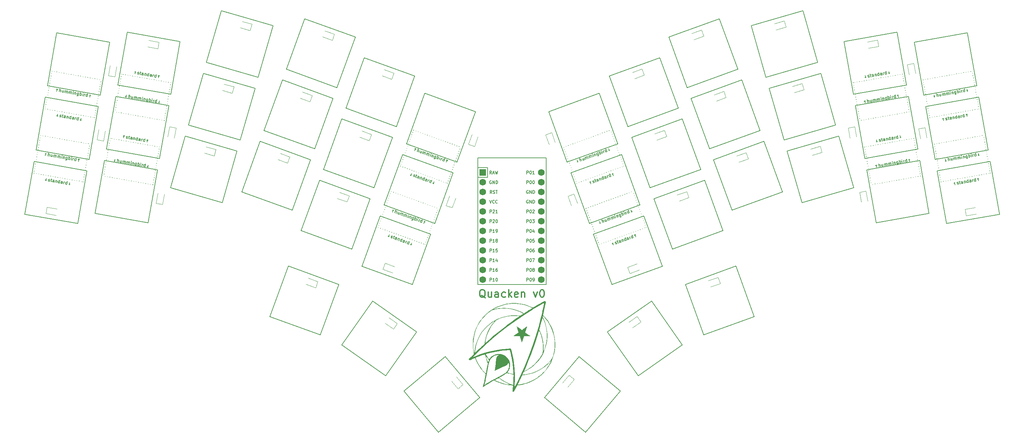
<source format=gbr>
%TF.GenerationSoftware,KiCad,Pcbnew,9.0.2*%
%TF.CreationDate,2025-06-13T21:11:18+02:00*%
%TF.ProjectId,quacken_pcb,71756163-6b65-46e5-9f70-63622e6b6963,v1.0.0*%
%TF.SameCoordinates,Original*%
%TF.FileFunction,Legend,Top*%
%TF.FilePolarity,Positive*%
%FSLAX46Y46*%
G04 Gerber Fmt 4.6, Leading zero omitted, Abs format (unit mm)*
G04 Created by KiCad (PCBNEW 9.0.2) date 2025-06-13 21:11:18*
%MOMM*%
%LPD*%
G01*
G04 APERTURE LIST*
%ADD10C,0.300000*%
%ADD11C,0.150000*%
%ADD12C,0.000000*%
%ADD13C,0.120000*%
%ADD14R,1.752600X1.752600*%
%ADD15C,1.752600*%
G04 APERTURE END LIST*
D10*
X190857617Y-159930114D02*
X190667141Y-159834876D01*
X190667141Y-159834876D02*
X190476665Y-159644400D01*
X190476665Y-159644400D02*
X190190951Y-159358685D01*
X190190951Y-159358685D02*
X190000474Y-159263447D01*
X190000474Y-159263447D02*
X189809998Y-159263447D01*
X189905236Y-159739638D02*
X189714760Y-159644400D01*
X189714760Y-159644400D02*
X189524284Y-159453923D01*
X189524284Y-159453923D02*
X189429046Y-159072971D01*
X189429046Y-159072971D02*
X189429046Y-158406304D01*
X189429046Y-158406304D02*
X189524284Y-158025352D01*
X189524284Y-158025352D02*
X189714760Y-157834876D01*
X189714760Y-157834876D02*
X189905236Y-157739638D01*
X189905236Y-157739638D02*
X190286189Y-157739638D01*
X190286189Y-157739638D02*
X190476665Y-157834876D01*
X190476665Y-157834876D02*
X190667141Y-158025352D01*
X190667141Y-158025352D02*
X190762379Y-158406304D01*
X190762379Y-158406304D02*
X190762379Y-159072971D01*
X190762379Y-159072971D02*
X190667141Y-159453923D01*
X190667141Y-159453923D02*
X190476665Y-159644400D01*
X190476665Y-159644400D02*
X190286189Y-159739638D01*
X190286189Y-159739638D02*
X189905236Y-159739638D01*
X192476665Y-158406304D02*
X192476665Y-159739638D01*
X191619522Y-158406304D02*
X191619522Y-159453923D01*
X191619522Y-159453923D02*
X191714760Y-159644400D01*
X191714760Y-159644400D02*
X191905236Y-159739638D01*
X191905236Y-159739638D02*
X192190951Y-159739638D01*
X192190951Y-159739638D02*
X192381427Y-159644400D01*
X192381427Y-159644400D02*
X192476665Y-159549161D01*
X194286189Y-159739638D02*
X194286189Y-158692019D01*
X194286189Y-158692019D02*
X194190951Y-158501542D01*
X194190951Y-158501542D02*
X194000475Y-158406304D01*
X194000475Y-158406304D02*
X193619522Y-158406304D01*
X193619522Y-158406304D02*
X193429046Y-158501542D01*
X194286189Y-159644400D02*
X194095713Y-159739638D01*
X194095713Y-159739638D02*
X193619522Y-159739638D01*
X193619522Y-159739638D02*
X193429046Y-159644400D01*
X193429046Y-159644400D02*
X193333808Y-159453923D01*
X193333808Y-159453923D02*
X193333808Y-159263447D01*
X193333808Y-159263447D02*
X193429046Y-159072971D01*
X193429046Y-159072971D02*
X193619522Y-158977733D01*
X193619522Y-158977733D02*
X194095713Y-158977733D01*
X194095713Y-158977733D02*
X194286189Y-158882495D01*
X196095713Y-159644400D02*
X195905237Y-159739638D01*
X195905237Y-159739638D02*
X195524284Y-159739638D01*
X195524284Y-159739638D02*
X195333808Y-159644400D01*
X195333808Y-159644400D02*
X195238570Y-159549161D01*
X195238570Y-159549161D02*
X195143332Y-159358685D01*
X195143332Y-159358685D02*
X195143332Y-158787257D01*
X195143332Y-158787257D02*
X195238570Y-158596780D01*
X195238570Y-158596780D02*
X195333808Y-158501542D01*
X195333808Y-158501542D02*
X195524284Y-158406304D01*
X195524284Y-158406304D02*
X195905237Y-158406304D01*
X195905237Y-158406304D02*
X196095713Y-158501542D01*
X196952856Y-159739638D02*
X196952856Y-157739638D01*
X197143332Y-158977733D02*
X197714761Y-159739638D01*
X197714761Y-158406304D02*
X196952856Y-159168209D01*
X199333809Y-159644400D02*
X199143333Y-159739638D01*
X199143333Y-159739638D02*
X198762380Y-159739638D01*
X198762380Y-159739638D02*
X198571904Y-159644400D01*
X198571904Y-159644400D02*
X198476666Y-159453923D01*
X198476666Y-159453923D02*
X198476666Y-158692019D01*
X198476666Y-158692019D02*
X198571904Y-158501542D01*
X198571904Y-158501542D02*
X198762380Y-158406304D01*
X198762380Y-158406304D02*
X199143333Y-158406304D01*
X199143333Y-158406304D02*
X199333809Y-158501542D01*
X199333809Y-158501542D02*
X199429047Y-158692019D01*
X199429047Y-158692019D02*
X199429047Y-158882495D01*
X199429047Y-158882495D02*
X198476666Y-159072971D01*
X200286190Y-158406304D02*
X200286190Y-159739638D01*
X200286190Y-158596780D02*
X200381428Y-158501542D01*
X200381428Y-158501542D02*
X200571904Y-158406304D01*
X200571904Y-158406304D02*
X200857619Y-158406304D01*
X200857619Y-158406304D02*
X201048095Y-158501542D01*
X201048095Y-158501542D02*
X201143333Y-158692019D01*
X201143333Y-158692019D02*
X201143333Y-159739638D01*
X203429048Y-158406304D02*
X203905238Y-159739638D01*
X203905238Y-159739638D02*
X204381429Y-158406304D01*
X205524286Y-157739638D02*
X205714763Y-157739638D01*
X205714763Y-157739638D02*
X205905239Y-157834876D01*
X205905239Y-157834876D02*
X206000477Y-157930114D01*
X206000477Y-157930114D02*
X206095715Y-158120590D01*
X206095715Y-158120590D02*
X206190953Y-158501542D01*
X206190953Y-158501542D02*
X206190953Y-158977733D01*
X206190953Y-158977733D02*
X206095715Y-159358685D01*
X206095715Y-159358685D02*
X206000477Y-159549161D01*
X206000477Y-159549161D02*
X205905239Y-159644400D01*
X205905239Y-159644400D02*
X205714763Y-159739638D01*
X205714763Y-159739638D02*
X205524286Y-159739638D01*
X205524286Y-159739638D02*
X205333810Y-159644400D01*
X205333810Y-159644400D02*
X205238572Y-159549161D01*
X205238572Y-159549161D02*
X205143334Y-159358685D01*
X205143334Y-159358685D02*
X205048096Y-158977733D01*
X205048096Y-158977733D02*
X205048096Y-158501542D01*
X205048096Y-158501542D02*
X205143334Y-158120590D01*
X205143334Y-158120590D02*
X205238572Y-157930114D01*
X205238572Y-157930114D02*
X205333810Y-157834876D01*
X205333810Y-157834876D02*
X205524286Y-157739638D01*
D11*
X96793926Y-118192433D02*
X96899769Y-117592169D01*
X96723242Y-117715775D02*
X96899769Y-117592169D01*
X96899769Y-117592169D02*
X97023374Y-117768696D01*
X97438321Y-118267375D02*
X97506739Y-118318121D01*
X97506739Y-118318121D02*
X97656805Y-118344582D01*
X97656805Y-118344582D02*
X97738453Y-118320296D01*
X97738453Y-118320296D02*
X97789200Y-118251878D01*
X97789200Y-118251878D02*
X97795815Y-118214362D01*
X97795815Y-118214362D02*
X97771529Y-118132714D01*
X97771529Y-118132714D02*
X97703111Y-118081967D01*
X97703111Y-118081967D02*
X97590562Y-118062121D01*
X97590562Y-118062121D02*
X97522144Y-118011374D01*
X97522144Y-118011374D02*
X97497858Y-117929726D01*
X97497858Y-117929726D02*
X97504473Y-117892210D01*
X97504473Y-117892210D02*
X97555220Y-117823792D01*
X97555220Y-117823792D02*
X97636868Y-117799506D01*
X97636868Y-117799506D02*
X97749417Y-117819351D01*
X97749417Y-117819351D02*
X97817835Y-117870098D01*
X98087066Y-117878888D02*
X98387198Y-117931809D01*
X98245921Y-117636118D02*
X98126848Y-118311415D01*
X98126848Y-118311415D02*
X98151134Y-118393063D01*
X98151134Y-118393063D02*
X98219552Y-118443810D01*
X98219552Y-118443810D02*
X98294585Y-118457040D01*
X98894849Y-118562883D02*
X98967616Y-118150201D01*
X98967616Y-118150201D02*
X98943330Y-118068553D01*
X98943330Y-118068553D02*
X98874912Y-118017806D01*
X98874912Y-118017806D02*
X98724846Y-117991346D01*
X98724846Y-117991346D02*
X98643198Y-118015632D01*
X98901464Y-118525366D02*
X98819816Y-118549652D01*
X98819816Y-118549652D02*
X98632234Y-118516576D01*
X98632234Y-118516576D02*
X98563816Y-118465830D01*
X98563816Y-118465830D02*
X98539530Y-118384182D01*
X98539530Y-118384182D02*
X98552760Y-118309149D01*
X98552760Y-118309149D02*
X98603507Y-118240731D01*
X98603507Y-118240731D02*
X98685155Y-118216445D01*
X98685155Y-118216445D02*
X98872738Y-118249520D01*
X98872738Y-118249520D02*
X98954386Y-118225234D01*
X99362627Y-118103804D02*
X99270014Y-118629034D01*
X99349396Y-118178837D02*
X99393528Y-118147935D01*
X99393528Y-118147935D02*
X99475176Y-118123649D01*
X99475176Y-118123649D02*
X99587726Y-118143495D01*
X99587726Y-118143495D02*
X99656144Y-118194241D01*
X99656144Y-118194241D02*
X99680430Y-118275890D01*
X99680430Y-118275890D02*
X99607663Y-118688571D01*
X100320477Y-118814259D02*
X100459395Y-118026413D01*
X100327092Y-118776743D02*
X100245444Y-118801029D01*
X100245444Y-118801029D02*
X100095378Y-118774568D01*
X100095378Y-118774568D02*
X100026960Y-118723821D01*
X100026960Y-118723821D02*
X99996058Y-118679690D01*
X99996058Y-118679690D02*
X99971772Y-118598042D01*
X99971772Y-118598042D02*
X100011463Y-118372943D01*
X100011463Y-118372943D02*
X100062210Y-118304525D01*
X100062210Y-118304525D02*
X100106342Y-118273624D01*
X100106342Y-118273624D02*
X100187990Y-118249337D01*
X100187990Y-118249337D02*
X100338056Y-118275798D01*
X100338056Y-118275798D02*
X100406474Y-118326545D01*
X101033290Y-118939948D02*
X101106057Y-118527266D01*
X101106057Y-118527266D02*
X101081771Y-118445618D01*
X101081771Y-118445618D02*
X101013353Y-118394871D01*
X101013353Y-118394871D02*
X100863287Y-118368411D01*
X100863287Y-118368411D02*
X100781639Y-118392697D01*
X101039905Y-118902431D02*
X100958257Y-118926717D01*
X100958257Y-118926717D02*
X100770675Y-118893641D01*
X100770675Y-118893641D02*
X100702257Y-118842895D01*
X100702257Y-118842895D02*
X100677971Y-118761246D01*
X100677971Y-118761246D02*
X100691201Y-118686213D01*
X100691201Y-118686213D02*
X100741948Y-118617796D01*
X100741948Y-118617796D02*
X100823596Y-118593509D01*
X100823596Y-118593509D02*
X101011179Y-118626585D01*
X101011179Y-118626585D02*
X101092827Y-118602299D01*
X101408456Y-119006099D02*
X101501068Y-118480868D01*
X101474607Y-118630934D02*
X101525354Y-118562517D01*
X101525354Y-118562517D02*
X101569486Y-118531615D01*
X101569486Y-118531615D02*
X101651134Y-118507329D01*
X101651134Y-118507329D02*
X101726167Y-118520560D01*
X102233818Y-119151633D02*
X102372737Y-118363787D01*
X102240433Y-119114117D02*
X102158785Y-119138403D01*
X102158785Y-119138403D02*
X102008719Y-119111942D01*
X102008719Y-119111942D02*
X101940301Y-119061195D01*
X101940301Y-119061195D02*
X101909400Y-119017064D01*
X101909400Y-119017064D02*
X101885114Y-118935415D01*
X101885114Y-118935415D02*
X101924805Y-118710316D01*
X101924805Y-118710316D02*
X101975552Y-118641899D01*
X101975552Y-118641899D02*
X102019683Y-118610997D01*
X102019683Y-118610997D02*
X102101332Y-118586711D01*
X102101332Y-118586711D02*
X102251398Y-118613172D01*
X102251398Y-118613172D02*
X102319815Y-118663919D01*
X102909115Y-119270706D02*
X103014958Y-118670442D01*
X102838431Y-118794048D02*
X103014958Y-118670442D01*
X103014958Y-118670442D02*
X103138563Y-118846969D01*
X94541694Y-123725881D02*
X94435851Y-124326145D01*
X94612377Y-124202539D02*
X94435851Y-124326145D01*
X94435851Y-124326145D02*
X94312246Y-124149618D01*
X95111147Y-124445218D02*
X95250066Y-123657371D01*
X95448796Y-124504754D02*
X95521563Y-124092073D01*
X95521563Y-124092073D02*
X95497276Y-124010425D01*
X95497276Y-124010425D02*
X95428859Y-123959678D01*
X95428859Y-123959678D02*
X95316309Y-123939832D01*
X95316309Y-123939832D02*
X95234661Y-123964119D01*
X95234661Y-123964119D02*
X95190529Y-123995020D01*
X96254222Y-124105212D02*
X96161609Y-124630442D01*
X95916573Y-124045675D02*
X95843807Y-124458356D01*
X95843807Y-124458356D02*
X95868093Y-124540005D01*
X95868093Y-124540005D02*
X95936511Y-124590751D01*
X95936511Y-124590751D02*
X96049060Y-124610597D01*
X96049060Y-124610597D02*
X96130708Y-124586311D01*
X96130708Y-124586311D02*
X96174840Y-124555409D01*
X96536775Y-124696594D02*
X96629387Y-124171363D01*
X96616157Y-124246396D02*
X96660288Y-124215495D01*
X96660288Y-124215495D02*
X96741937Y-124191209D01*
X96741937Y-124191209D02*
X96854486Y-124211054D01*
X96854486Y-124211054D02*
X96922904Y-124261801D01*
X96922904Y-124261801D02*
X96947190Y-124343449D01*
X96947190Y-124343449D02*
X96874423Y-124756131D01*
X96947190Y-124343449D02*
X96997937Y-124275032D01*
X96997937Y-124275032D02*
X97079585Y-124250745D01*
X97079585Y-124250745D02*
X97192134Y-124270591D01*
X97192134Y-124270591D02*
X97260552Y-124321338D01*
X97260552Y-124321338D02*
X97284838Y-124402986D01*
X97284838Y-124402986D02*
X97212072Y-124815667D01*
X97587237Y-124881819D02*
X97679849Y-124356588D01*
X97666619Y-124431621D02*
X97710750Y-124400720D01*
X97710750Y-124400720D02*
X97792399Y-124376434D01*
X97792399Y-124376434D02*
X97904948Y-124396279D01*
X97904948Y-124396279D02*
X97973366Y-124447026D01*
X97973366Y-124447026D02*
X97997652Y-124528674D01*
X97997652Y-124528674D02*
X97924885Y-124941356D01*
X97997652Y-124528674D02*
X98048399Y-124460256D01*
X98048399Y-124460256D02*
X98130047Y-124435970D01*
X98130047Y-124435970D02*
X98242596Y-124455816D01*
X98242596Y-124455816D02*
X98311014Y-124506563D01*
X98311014Y-124506563D02*
X98335300Y-124588211D01*
X98335300Y-124588211D02*
X98262533Y-125000892D01*
X98637699Y-125067044D02*
X98730311Y-124541813D01*
X98776617Y-124279198D02*
X98732486Y-124310099D01*
X98732486Y-124310099D02*
X98763387Y-124354231D01*
X98763387Y-124354231D02*
X98807519Y-124323329D01*
X98807519Y-124323329D02*
X98776617Y-124279198D01*
X98776617Y-124279198D02*
X98763387Y-124354231D01*
X99105476Y-124607965D02*
X99012863Y-125133195D01*
X99092245Y-124682998D02*
X99136377Y-124652096D01*
X99136377Y-124652096D02*
X99218025Y-124627810D01*
X99218025Y-124627810D02*
X99330574Y-124647656D01*
X99330574Y-124647656D02*
X99398992Y-124698402D01*
X99398992Y-124698402D02*
X99423278Y-124780051D01*
X99423278Y-124780051D02*
X99350512Y-125192732D01*
X100155938Y-124793189D02*
X100043480Y-125430970D01*
X100043480Y-125430970D02*
X99992733Y-125499387D01*
X99992733Y-125499387D02*
X99948601Y-125530289D01*
X99948601Y-125530289D02*
X99866953Y-125554575D01*
X99866953Y-125554575D02*
X99754404Y-125534729D01*
X99754404Y-125534729D02*
X99685986Y-125483983D01*
X100069940Y-125280904D02*
X99988292Y-125305190D01*
X99988292Y-125305190D02*
X99838226Y-125278729D01*
X99838226Y-125278729D02*
X99769808Y-125227982D01*
X99769808Y-125227982D02*
X99738907Y-125183851D01*
X99738907Y-125183851D02*
X99714621Y-125102203D01*
X99714621Y-125102203D02*
X99754312Y-124877104D01*
X99754312Y-124877104D02*
X99805059Y-124808686D01*
X99805059Y-124808686D02*
X99849191Y-124777785D01*
X99849191Y-124777785D02*
X99930839Y-124753498D01*
X99930839Y-124753498D02*
X100080905Y-124779959D01*
X100080905Y-124779959D02*
X100149322Y-124830706D01*
X100438491Y-125384572D02*
X100577409Y-124596726D01*
X100524488Y-124896858D02*
X100606136Y-124872572D01*
X100606136Y-124872572D02*
X100756202Y-124899032D01*
X100756202Y-124899032D02*
X100824620Y-124949779D01*
X100824620Y-124949779D02*
X100855521Y-124993911D01*
X100855521Y-124993911D02*
X100879807Y-125075559D01*
X100879807Y-125075559D02*
X100840116Y-125300658D01*
X100840116Y-125300658D02*
X100789369Y-125369076D01*
X100789369Y-125369076D02*
X100745238Y-125399977D01*
X100745238Y-125399977D02*
X100663589Y-125424263D01*
X100663589Y-125424263D02*
X100513524Y-125397802D01*
X100513524Y-125397802D02*
X100445106Y-125347055D01*
X101151304Y-125510260D02*
X101243917Y-124985029D01*
X101290223Y-124722414D02*
X101246091Y-124753315D01*
X101246091Y-124753315D02*
X101276992Y-124797447D01*
X101276992Y-124797447D02*
X101321124Y-124766546D01*
X101321124Y-124766546D02*
X101290223Y-124722414D01*
X101290223Y-124722414D02*
X101276992Y-124797447D01*
X101526469Y-125576412D02*
X101619081Y-125051181D01*
X101592620Y-125201247D02*
X101643367Y-125132829D01*
X101643367Y-125132829D02*
X101687499Y-125101928D01*
X101687499Y-125101928D02*
X101769147Y-125077642D01*
X101769147Y-125077642D02*
X101844180Y-125090872D01*
X102351831Y-125721946D02*
X102490750Y-124934099D01*
X102358446Y-125684429D02*
X102276798Y-125708715D01*
X102276798Y-125708715D02*
X102126732Y-125682255D01*
X102126732Y-125682255D02*
X102058315Y-125631508D01*
X102058315Y-125631508D02*
X102027413Y-125587376D01*
X102027413Y-125587376D02*
X102003127Y-125505728D01*
X102003127Y-125505728D02*
X102042818Y-125280629D01*
X102042818Y-125280629D02*
X102093565Y-125212211D01*
X102093565Y-125212211D02*
X102137697Y-125181310D01*
X102137697Y-125181310D02*
X102219345Y-125157024D01*
X102219345Y-125157024D02*
X102369411Y-125183484D01*
X102369411Y-125183484D02*
X102437829Y-125234231D01*
X103132971Y-125240755D02*
X103027129Y-125841019D01*
X103203655Y-125717413D02*
X103027129Y-125841019D01*
X103027129Y-125841019D02*
X102903523Y-125664492D01*
X97493699Y-106984148D02*
X97387856Y-107584412D01*
X97564382Y-107460806D02*
X97387856Y-107584412D01*
X97387856Y-107584412D02*
X97264251Y-107407885D01*
X98063152Y-107703485D02*
X98202071Y-106915638D01*
X98400801Y-107763021D02*
X98473568Y-107350340D01*
X98473568Y-107350340D02*
X98449281Y-107268692D01*
X98449281Y-107268692D02*
X98380864Y-107217945D01*
X98380864Y-107217945D02*
X98268314Y-107198099D01*
X98268314Y-107198099D02*
X98186666Y-107222386D01*
X98186666Y-107222386D02*
X98142534Y-107253287D01*
X99206227Y-107363479D02*
X99113614Y-107888709D01*
X98868578Y-107303942D02*
X98795812Y-107716623D01*
X98795812Y-107716623D02*
X98820098Y-107798272D01*
X98820098Y-107798272D02*
X98888516Y-107849018D01*
X98888516Y-107849018D02*
X99001065Y-107868864D01*
X99001065Y-107868864D02*
X99082713Y-107844578D01*
X99082713Y-107844578D02*
X99126845Y-107813676D01*
X99488780Y-107954861D02*
X99581392Y-107429630D01*
X99568162Y-107504663D02*
X99612293Y-107473762D01*
X99612293Y-107473762D02*
X99693942Y-107449476D01*
X99693942Y-107449476D02*
X99806491Y-107469321D01*
X99806491Y-107469321D02*
X99874909Y-107520068D01*
X99874909Y-107520068D02*
X99899195Y-107601716D01*
X99899195Y-107601716D02*
X99826428Y-108014398D01*
X99899195Y-107601716D02*
X99949942Y-107533299D01*
X99949942Y-107533299D02*
X100031590Y-107509012D01*
X100031590Y-107509012D02*
X100144139Y-107528858D01*
X100144139Y-107528858D02*
X100212557Y-107579605D01*
X100212557Y-107579605D02*
X100236843Y-107661253D01*
X100236843Y-107661253D02*
X100164077Y-108073934D01*
X100539242Y-108140086D02*
X100631854Y-107614855D01*
X100618624Y-107689888D02*
X100662755Y-107658987D01*
X100662755Y-107658987D02*
X100744404Y-107634701D01*
X100744404Y-107634701D02*
X100856953Y-107654546D01*
X100856953Y-107654546D02*
X100925371Y-107705293D01*
X100925371Y-107705293D02*
X100949657Y-107786941D01*
X100949657Y-107786941D02*
X100876890Y-108199623D01*
X100949657Y-107786941D02*
X101000404Y-107718523D01*
X101000404Y-107718523D02*
X101082052Y-107694237D01*
X101082052Y-107694237D02*
X101194601Y-107714083D01*
X101194601Y-107714083D02*
X101263019Y-107764830D01*
X101263019Y-107764830D02*
X101287305Y-107846478D01*
X101287305Y-107846478D02*
X101214538Y-108259159D01*
X101589704Y-108325311D02*
X101682316Y-107800080D01*
X101728622Y-107537465D02*
X101684491Y-107568366D01*
X101684491Y-107568366D02*
X101715392Y-107612498D01*
X101715392Y-107612498D02*
X101759524Y-107581596D01*
X101759524Y-107581596D02*
X101728622Y-107537465D01*
X101728622Y-107537465D02*
X101715392Y-107612498D01*
X102057481Y-107866232D02*
X101964868Y-108391462D01*
X102044250Y-107941265D02*
X102088382Y-107910363D01*
X102088382Y-107910363D02*
X102170030Y-107886077D01*
X102170030Y-107886077D02*
X102282579Y-107905923D01*
X102282579Y-107905923D02*
X102350997Y-107956669D01*
X102350997Y-107956669D02*
X102375283Y-108038318D01*
X102375283Y-108038318D02*
X102302517Y-108450999D01*
X103107943Y-108051456D02*
X102995485Y-108689237D01*
X102995485Y-108689237D02*
X102944738Y-108757654D01*
X102944738Y-108757654D02*
X102900606Y-108788556D01*
X102900606Y-108788556D02*
X102818958Y-108812842D01*
X102818958Y-108812842D02*
X102706409Y-108792996D01*
X102706409Y-108792996D02*
X102637991Y-108742250D01*
X103021945Y-108539171D02*
X102940297Y-108563457D01*
X102940297Y-108563457D02*
X102790231Y-108536996D01*
X102790231Y-108536996D02*
X102721813Y-108486249D01*
X102721813Y-108486249D02*
X102690912Y-108442118D01*
X102690912Y-108442118D02*
X102666626Y-108360470D01*
X102666626Y-108360470D02*
X102706317Y-108135371D01*
X102706317Y-108135371D02*
X102757064Y-108066953D01*
X102757064Y-108066953D02*
X102801196Y-108036052D01*
X102801196Y-108036052D02*
X102882844Y-108011765D01*
X102882844Y-108011765D02*
X103032910Y-108038226D01*
X103032910Y-108038226D02*
X103101327Y-108088973D01*
X103390496Y-108642839D02*
X103529414Y-107854993D01*
X103476493Y-108155125D02*
X103558141Y-108130839D01*
X103558141Y-108130839D02*
X103708207Y-108157299D01*
X103708207Y-108157299D02*
X103776625Y-108208046D01*
X103776625Y-108208046D02*
X103807526Y-108252178D01*
X103807526Y-108252178D02*
X103831812Y-108333826D01*
X103831812Y-108333826D02*
X103792121Y-108558925D01*
X103792121Y-108558925D02*
X103741374Y-108627343D01*
X103741374Y-108627343D02*
X103697243Y-108658244D01*
X103697243Y-108658244D02*
X103615594Y-108682530D01*
X103615594Y-108682530D02*
X103465529Y-108656069D01*
X103465529Y-108656069D02*
X103397111Y-108605322D01*
X104103309Y-108768527D02*
X104195922Y-108243296D01*
X104242228Y-107980681D02*
X104198096Y-108011582D01*
X104198096Y-108011582D02*
X104228997Y-108055714D01*
X104228997Y-108055714D02*
X104273129Y-108024813D01*
X104273129Y-108024813D02*
X104242228Y-107980681D01*
X104242228Y-107980681D02*
X104228997Y-108055714D01*
X104478474Y-108834679D02*
X104571086Y-108309448D01*
X104544625Y-108459514D02*
X104595372Y-108391096D01*
X104595372Y-108391096D02*
X104639504Y-108360195D01*
X104639504Y-108360195D02*
X104721152Y-108335909D01*
X104721152Y-108335909D02*
X104796185Y-108349139D01*
X105303836Y-108980213D02*
X105442755Y-108192366D01*
X105310451Y-108942696D02*
X105228803Y-108966982D01*
X105228803Y-108966982D02*
X105078737Y-108940522D01*
X105078737Y-108940522D02*
X105010320Y-108889775D01*
X105010320Y-108889775D02*
X104979418Y-108845643D01*
X104979418Y-108845643D02*
X104955132Y-108763995D01*
X104955132Y-108763995D02*
X104994823Y-108538896D01*
X104994823Y-108538896D02*
X105045570Y-108470478D01*
X105045570Y-108470478D02*
X105089702Y-108439577D01*
X105089702Y-108439577D02*
X105171350Y-108415291D01*
X105171350Y-108415291D02*
X105321416Y-108441751D01*
X105321416Y-108441751D02*
X105389834Y-108492498D01*
X106084976Y-108499022D02*
X105979134Y-109099286D01*
X106155660Y-108975680D02*
X105979134Y-109099286D01*
X105979134Y-109099286D02*
X105855528Y-108922759D01*
X99745931Y-101450700D02*
X99851774Y-100850436D01*
X99675247Y-100974042D02*
X99851774Y-100850436D01*
X99851774Y-100850436D02*
X99975379Y-101026963D01*
X100390326Y-101525642D02*
X100458744Y-101576388D01*
X100458744Y-101576388D02*
X100608810Y-101602849D01*
X100608810Y-101602849D02*
X100690458Y-101578563D01*
X100690458Y-101578563D02*
X100741205Y-101510145D01*
X100741205Y-101510145D02*
X100747820Y-101472629D01*
X100747820Y-101472629D02*
X100723534Y-101390981D01*
X100723534Y-101390981D02*
X100655116Y-101340234D01*
X100655116Y-101340234D02*
X100542567Y-101320388D01*
X100542567Y-101320388D02*
X100474149Y-101269641D01*
X100474149Y-101269641D02*
X100449863Y-101187993D01*
X100449863Y-101187993D02*
X100456478Y-101150477D01*
X100456478Y-101150477D02*
X100507225Y-101082059D01*
X100507225Y-101082059D02*
X100588873Y-101057773D01*
X100588873Y-101057773D02*
X100701422Y-101077618D01*
X100701422Y-101077618D02*
X100769840Y-101128365D01*
X101039071Y-101137155D02*
X101339203Y-101190076D01*
X101197926Y-100894385D02*
X101078853Y-101569682D01*
X101078853Y-101569682D02*
X101103139Y-101651330D01*
X101103139Y-101651330D02*
X101171557Y-101702077D01*
X101171557Y-101702077D02*
X101246590Y-101715307D01*
X101846854Y-101821150D02*
X101919621Y-101408468D01*
X101919621Y-101408468D02*
X101895335Y-101326820D01*
X101895335Y-101326820D02*
X101826917Y-101276073D01*
X101826917Y-101276073D02*
X101676851Y-101249613D01*
X101676851Y-101249613D02*
X101595203Y-101273899D01*
X101853469Y-101783633D02*
X101771821Y-101807919D01*
X101771821Y-101807919D02*
X101584239Y-101774843D01*
X101584239Y-101774843D02*
X101515821Y-101724097D01*
X101515821Y-101724097D02*
X101491535Y-101642449D01*
X101491535Y-101642449D02*
X101504765Y-101567416D01*
X101504765Y-101567416D02*
X101555512Y-101498998D01*
X101555512Y-101498998D02*
X101637160Y-101474712D01*
X101637160Y-101474712D02*
X101824743Y-101507787D01*
X101824743Y-101507787D02*
X101906391Y-101483501D01*
X102314632Y-101362071D02*
X102222019Y-101887301D01*
X102301401Y-101437104D02*
X102345533Y-101406202D01*
X102345533Y-101406202D02*
X102427181Y-101381916D01*
X102427181Y-101381916D02*
X102539731Y-101401762D01*
X102539731Y-101401762D02*
X102608149Y-101452508D01*
X102608149Y-101452508D02*
X102632435Y-101534157D01*
X102632435Y-101534157D02*
X102559668Y-101946838D01*
X103272482Y-102072526D02*
X103411400Y-101284680D01*
X103279097Y-102035010D02*
X103197449Y-102059296D01*
X103197449Y-102059296D02*
X103047383Y-102032835D01*
X103047383Y-102032835D02*
X102978965Y-101982088D01*
X102978965Y-101982088D02*
X102948063Y-101937957D01*
X102948063Y-101937957D02*
X102923777Y-101856309D01*
X102923777Y-101856309D02*
X102963468Y-101631210D01*
X102963468Y-101631210D02*
X103014215Y-101562792D01*
X103014215Y-101562792D02*
X103058347Y-101531891D01*
X103058347Y-101531891D02*
X103139995Y-101507604D01*
X103139995Y-101507604D02*
X103290061Y-101534065D01*
X103290061Y-101534065D02*
X103358479Y-101584812D01*
X103985295Y-102198215D02*
X104058062Y-101785533D01*
X104058062Y-101785533D02*
X104033776Y-101703885D01*
X104033776Y-101703885D02*
X103965358Y-101653138D01*
X103965358Y-101653138D02*
X103815292Y-101626678D01*
X103815292Y-101626678D02*
X103733644Y-101650964D01*
X103991910Y-102160698D02*
X103910262Y-102184984D01*
X103910262Y-102184984D02*
X103722680Y-102151908D01*
X103722680Y-102151908D02*
X103654262Y-102101162D01*
X103654262Y-102101162D02*
X103629976Y-102019513D01*
X103629976Y-102019513D02*
X103643206Y-101944480D01*
X103643206Y-101944480D02*
X103693953Y-101876063D01*
X103693953Y-101876063D02*
X103775601Y-101851776D01*
X103775601Y-101851776D02*
X103963184Y-101884852D01*
X103963184Y-101884852D02*
X104044832Y-101860566D01*
X104360461Y-102264366D02*
X104453073Y-101739135D01*
X104426612Y-101889201D02*
X104477359Y-101820784D01*
X104477359Y-101820784D02*
X104521491Y-101789882D01*
X104521491Y-101789882D02*
X104603139Y-101765596D01*
X104603139Y-101765596D02*
X104678172Y-101778827D01*
X105185823Y-102409900D02*
X105324742Y-101622054D01*
X105192438Y-102372384D02*
X105110790Y-102396670D01*
X105110790Y-102396670D02*
X104960724Y-102370209D01*
X104960724Y-102370209D02*
X104892306Y-102319462D01*
X104892306Y-102319462D02*
X104861405Y-102275331D01*
X104861405Y-102275331D02*
X104837119Y-102193682D01*
X104837119Y-102193682D02*
X104876810Y-101968583D01*
X104876810Y-101968583D02*
X104927557Y-101900166D01*
X104927557Y-101900166D02*
X104971688Y-101869264D01*
X104971688Y-101869264D02*
X105053337Y-101844978D01*
X105053337Y-101844978D02*
X105203403Y-101871439D01*
X105203403Y-101871439D02*
X105271820Y-101922186D01*
X105861120Y-102528973D02*
X105966963Y-101928709D01*
X105790436Y-102052315D02*
X105966963Y-101928709D01*
X105966963Y-101928709D02*
X106090568Y-102105236D01*
X220553522Y-139914815D02*
X220761991Y-140487580D01*
X220853065Y-140292272D02*
X220761991Y-140487580D01*
X220761991Y-140487580D02*
X220566682Y-140396506D01*
X221406351Y-140253052D02*
X221132735Y-139501298D01*
X221728532Y-140135788D02*
X221585209Y-139742012D01*
X221585209Y-139742012D02*
X221523353Y-139683446D01*
X221523353Y-139683446D02*
X221438728Y-139673707D01*
X221438728Y-139673707D02*
X221331334Y-139712795D01*
X221331334Y-139712795D02*
X221272768Y-139774651D01*
X221272768Y-139774651D02*
X221249999Y-139823479D01*
X222226280Y-139387061D02*
X222408691Y-139888231D01*
X221904100Y-139504325D02*
X222047422Y-139898101D01*
X222047422Y-139898101D02*
X222109279Y-139956668D01*
X222109279Y-139956668D02*
X222193904Y-139966407D01*
X222193904Y-139966407D02*
X222301297Y-139927319D01*
X222301297Y-139927319D02*
X222359864Y-139865462D01*
X222359864Y-139865462D02*
X222382632Y-139816635D01*
X222766669Y-139757937D02*
X222584259Y-139256768D01*
X222610317Y-139328363D02*
X222633086Y-139279536D01*
X222633086Y-139279536D02*
X222691652Y-139217680D01*
X222691652Y-139217680D02*
X222799045Y-139178592D01*
X222799045Y-139178592D02*
X222883670Y-139188331D01*
X222883670Y-139188331D02*
X222945527Y-139246897D01*
X222945527Y-139246897D02*
X223088850Y-139640673D01*
X222945527Y-139246897D02*
X222955266Y-139162272D01*
X222955266Y-139162272D02*
X223013832Y-139100416D01*
X223013832Y-139100416D02*
X223121226Y-139061328D01*
X223121226Y-139061328D02*
X223205851Y-139071067D01*
X223205851Y-139071067D02*
X223267707Y-139129633D01*
X223267707Y-139129633D02*
X223411030Y-139523409D01*
X223769008Y-139393116D02*
X223586598Y-138891946D01*
X223612656Y-138963542D02*
X223635425Y-138914715D01*
X223635425Y-138914715D02*
X223693991Y-138852858D01*
X223693991Y-138852858D02*
X223801385Y-138813770D01*
X223801385Y-138813770D02*
X223886010Y-138823509D01*
X223886010Y-138823509D02*
X223947866Y-138882076D01*
X223947866Y-138882076D02*
X224091189Y-139275851D01*
X223947866Y-138882076D02*
X223957605Y-138797451D01*
X223957605Y-138797451D02*
X224016171Y-138735594D01*
X224016171Y-138735594D02*
X224123565Y-138696506D01*
X224123565Y-138696506D02*
X224208190Y-138706245D01*
X224208190Y-138706245D02*
X224270046Y-138764811D01*
X224270046Y-138764811D02*
X224413369Y-139158587D01*
X224771348Y-139028294D02*
X224588937Y-138527125D01*
X224497731Y-138276540D02*
X224474963Y-138325367D01*
X224474963Y-138325367D02*
X224523790Y-138348135D01*
X224523790Y-138348135D02*
X224546559Y-138299308D01*
X224546559Y-138299308D02*
X224497731Y-138276540D01*
X224497731Y-138276540D02*
X224523790Y-138348135D01*
X224946915Y-138396831D02*
X225129325Y-138898001D01*
X224972973Y-138468427D02*
X224995742Y-138419600D01*
X224995742Y-138419600D02*
X225054308Y-138357743D01*
X225054308Y-138357743D02*
X225161701Y-138318655D01*
X225161701Y-138318655D02*
X225246326Y-138328394D01*
X225246326Y-138328394D02*
X225308183Y-138386961D01*
X225308183Y-138386961D02*
X225451506Y-138780737D01*
X225949254Y-138032010D02*
X226170753Y-138640572D01*
X226170753Y-138640572D02*
X226161013Y-138725197D01*
X226161013Y-138725197D02*
X226138245Y-138774025D01*
X226138245Y-138774025D02*
X226079679Y-138835881D01*
X226079679Y-138835881D02*
X225972285Y-138874969D01*
X225972285Y-138874969D02*
X225887660Y-138865230D01*
X226118635Y-138497381D02*
X226060069Y-138559238D01*
X226060069Y-138559238D02*
X225916878Y-138611355D01*
X225916878Y-138611355D02*
X225832253Y-138601616D01*
X225832253Y-138601616D02*
X225783426Y-138578847D01*
X225783426Y-138578847D02*
X225721569Y-138520281D01*
X225721569Y-138520281D02*
X225643393Y-138305494D01*
X225643393Y-138305494D02*
X225653132Y-138220869D01*
X225653132Y-138220869D02*
X225675901Y-138172042D01*
X225675901Y-138172042D02*
X225734467Y-138110186D01*
X225734467Y-138110186D02*
X225877658Y-138058068D01*
X225877658Y-138058068D02*
X225962283Y-138067807D01*
X226489643Y-138402885D02*
X226216027Y-137651131D01*
X226320262Y-137937514D02*
X226378828Y-137875657D01*
X226378828Y-137875657D02*
X226522019Y-137823540D01*
X226522019Y-137823540D02*
X226606644Y-137833279D01*
X226606644Y-137833279D02*
X226655471Y-137856048D01*
X226655471Y-137856048D02*
X226717328Y-137914614D01*
X226717328Y-137914614D02*
X226795504Y-138129401D01*
X226795504Y-138129401D02*
X226785765Y-138214026D01*
X226785765Y-138214026D02*
X226762996Y-138262853D01*
X226762996Y-138262853D02*
X226704430Y-138324709D01*
X226704430Y-138324709D02*
X226561239Y-138376827D01*
X226561239Y-138376827D02*
X226476614Y-138367088D01*
X227169802Y-138155328D02*
X226987391Y-137654158D01*
X226896186Y-137403574D02*
X226873417Y-137452401D01*
X226873417Y-137452401D02*
X226922245Y-137475169D01*
X226922245Y-137475169D02*
X226945013Y-137426342D01*
X226945013Y-137426342D02*
X226896186Y-137403574D01*
X226896186Y-137403574D02*
X226922245Y-137475169D01*
X227527780Y-138025035D02*
X227345369Y-137523865D01*
X227397486Y-137667056D02*
X227407226Y-137582431D01*
X227407226Y-137582431D02*
X227429994Y-137533604D01*
X227429994Y-137533604D02*
X227488560Y-137471748D01*
X227488560Y-137471748D02*
X227560156Y-137445689D01*
X228315332Y-137738389D02*
X228041716Y-136986635D01*
X228302302Y-137702591D02*
X228243736Y-137764448D01*
X228243736Y-137764448D02*
X228100545Y-137816565D01*
X228100545Y-137816565D02*
X228015920Y-137806826D01*
X228015920Y-137806826D02*
X227967093Y-137784058D01*
X227967093Y-137784058D02*
X227905236Y-137725491D01*
X227905236Y-137725491D02*
X227827060Y-137510704D01*
X227827060Y-137510704D02*
X227836799Y-137426079D01*
X227836799Y-137426079D02*
X227859568Y-137377252D01*
X227859568Y-137377252D02*
X227918134Y-137315396D01*
X227918134Y-137315396D02*
X228061325Y-137263278D01*
X228061325Y-137263278D02*
X228145950Y-137273018D01*
X228751223Y-136931096D02*
X228959693Y-137503861D01*
X229050767Y-137308552D02*
X228959693Y-137503861D01*
X228959693Y-137503861D02*
X228764384Y-137412787D01*
X224149352Y-146118634D02*
X223940883Y-145545869D01*
X223849809Y-145741178D02*
X223940883Y-145545869D01*
X223940883Y-145545869D02*
X224136191Y-145636943D01*
X224744885Y-145861338D02*
X224829510Y-145871077D01*
X224829510Y-145871077D02*
X224972702Y-145818959D01*
X224972702Y-145818959D02*
X225031268Y-145757103D01*
X225031268Y-145757103D02*
X225041007Y-145672478D01*
X225041007Y-145672478D02*
X225027978Y-145636680D01*
X225027978Y-145636680D02*
X224966121Y-145578114D01*
X224966121Y-145578114D02*
X224881496Y-145568375D01*
X224881496Y-145568375D02*
X224774103Y-145607463D01*
X224774103Y-145607463D02*
X224689478Y-145597724D01*
X224689478Y-145597724D02*
X224627621Y-145539157D01*
X224627621Y-145539157D02*
X224614592Y-145503359D01*
X224614592Y-145503359D02*
X224624331Y-145418734D01*
X224624331Y-145418734D02*
X224682897Y-145356878D01*
X224682897Y-145356878D02*
X224790291Y-145317790D01*
X224790291Y-145317790D02*
X224874916Y-145327529D01*
X225112471Y-145200526D02*
X225398854Y-145096291D01*
X225128659Y-144910853D02*
X225363187Y-145555214D01*
X225363187Y-145555214D02*
X225425044Y-145613780D01*
X225425044Y-145613780D02*
X225509669Y-145623519D01*
X225509669Y-145623519D02*
X225581264Y-145597461D01*
X226154029Y-145388991D02*
X226010707Y-144995215D01*
X226010707Y-144995215D02*
X225948850Y-144936649D01*
X225948850Y-144936649D02*
X225864225Y-144926910D01*
X225864225Y-144926910D02*
X225721034Y-144979027D01*
X225721034Y-144979027D02*
X225662468Y-145040884D01*
X226141000Y-145353193D02*
X226082434Y-145415050D01*
X226082434Y-145415050D02*
X225903445Y-145480197D01*
X225903445Y-145480197D02*
X225818820Y-145470457D01*
X225818820Y-145470457D02*
X225756963Y-145411891D01*
X225756963Y-145411891D02*
X225730905Y-145340295D01*
X225730905Y-145340295D02*
X225740644Y-145255671D01*
X225740644Y-145255671D02*
X225799210Y-145193814D01*
X225799210Y-145193814D02*
X225978199Y-145128667D01*
X225978199Y-145128667D02*
X226036765Y-145066811D01*
X226329597Y-144757528D02*
X226512008Y-145258698D01*
X226355656Y-144829124D02*
X226378424Y-144780297D01*
X226378424Y-144780297D02*
X226436991Y-144718440D01*
X226436991Y-144718440D02*
X226544384Y-144679352D01*
X226544384Y-144679352D02*
X226629009Y-144689091D01*
X226629009Y-144689091D02*
X226690866Y-144747658D01*
X226690866Y-144747658D02*
X226834188Y-145141434D01*
X227514347Y-144893876D02*
X227240731Y-144142122D01*
X227501318Y-144858078D02*
X227442752Y-144919935D01*
X227442752Y-144919935D02*
X227299560Y-144972052D01*
X227299560Y-144972052D02*
X227214935Y-144962313D01*
X227214935Y-144962313D02*
X227166108Y-144939544D01*
X227166108Y-144939544D02*
X227104252Y-144880978D01*
X227104252Y-144880978D02*
X227026076Y-144666191D01*
X227026076Y-144666191D02*
X227035815Y-144581566D01*
X227035815Y-144581566D02*
X227058583Y-144532739D01*
X227058583Y-144532739D02*
X227117150Y-144470883D01*
X227117150Y-144470883D02*
X227260341Y-144418765D01*
X227260341Y-144418765D02*
X227344966Y-144428504D01*
X228194506Y-144646318D02*
X228051184Y-144252542D01*
X228051184Y-144252542D02*
X227989327Y-144193976D01*
X227989327Y-144193976D02*
X227904702Y-144184237D01*
X227904702Y-144184237D02*
X227761511Y-144236354D01*
X227761511Y-144236354D02*
X227702944Y-144298211D01*
X228181477Y-144610521D02*
X228122911Y-144672377D01*
X228122911Y-144672377D02*
X227943922Y-144737524D01*
X227943922Y-144737524D02*
X227859297Y-144727785D01*
X227859297Y-144727785D02*
X227797440Y-144669218D01*
X227797440Y-144669218D02*
X227771381Y-144597623D01*
X227771381Y-144597623D02*
X227781121Y-144512998D01*
X227781121Y-144512998D02*
X227839687Y-144451141D01*
X227839687Y-144451141D02*
X228018676Y-144385995D01*
X228018676Y-144385995D02*
X228077242Y-144324138D01*
X228552485Y-144516025D02*
X228370074Y-144014855D01*
X228422191Y-144158047D02*
X228431931Y-144073422D01*
X228431931Y-144073422D02*
X228454699Y-144024595D01*
X228454699Y-144024595D02*
X228513265Y-143962738D01*
X228513265Y-143962738D02*
X228584861Y-143936679D01*
X229340037Y-144229379D02*
X229066421Y-143477625D01*
X229327007Y-144193582D02*
X229268441Y-144255438D01*
X229268441Y-144255438D02*
X229125250Y-144307555D01*
X229125250Y-144307555D02*
X229040625Y-144297816D01*
X229040625Y-144297816D02*
X228991798Y-144275048D01*
X228991798Y-144275048D02*
X228929941Y-144216482D01*
X228929941Y-144216482D02*
X228851765Y-144001695D01*
X228851765Y-144001695D02*
X228861504Y-143917070D01*
X228861504Y-143917070D02*
X228884273Y-143868243D01*
X228884273Y-143868243D02*
X228942839Y-143806386D01*
X228942839Y-143806386D02*
X229086030Y-143754269D01*
X229086030Y-143754269D02*
X229170655Y-143764008D01*
X229984398Y-143994851D02*
X229775928Y-143422086D01*
X229684854Y-143617395D02*
X229775928Y-143422086D01*
X229775928Y-143422086D02*
X229971237Y-143513160D01*
X192480211Y-127609244D02*
X192213544Y-127228291D01*
X192023068Y-127609244D02*
X192023068Y-126809244D01*
X192023068Y-126809244D02*
X192327830Y-126809244D01*
X192327830Y-126809244D02*
X192404020Y-126847339D01*
X192404020Y-126847339D02*
X192442115Y-126885434D01*
X192442115Y-126885434D02*
X192480211Y-126961625D01*
X192480211Y-126961625D02*
X192480211Y-127075910D01*
X192480211Y-127075910D02*
X192442115Y-127152101D01*
X192442115Y-127152101D02*
X192404020Y-127190196D01*
X192404020Y-127190196D02*
X192327830Y-127228291D01*
X192327830Y-127228291D02*
X192023068Y-127228291D01*
X192784972Y-127380672D02*
X193165925Y-127380672D01*
X192708782Y-127609244D02*
X192975449Y-126809244D01*
X192975449Y-126809244D02*
X193242115Y-127609244D01*
X193432591Y-126809244D02*
X193623067Y-127609244D01*
X193623067Y-127609244D02*
X193775448Y-127037815D01*
X193775448Y-127037815D02*
X193927829Y-127609244D01*
X193927829Y-127609244D02*
X194118306Y-126809244D01*
X192061166Y-147929242D02*
X192061166Y-147129242D01*
X192061166Y-147129242D02*
X192365928Y-147129242D01*
X192365928Y-147129242D02*
X192442118Y-147167337D01*
X192442118Y-147167337D02*
X192480213Y-147205432D01*
X192480213Y-147205432D02*
X192518309Y-147281623D01*
X192518309Y-147281623D02*
X192518309Y-147395908D01*
X192518309Y-147395908D02*
X192480213Y-147472099D01*
X192480213Y-147472099D02*
X192442118Y-147510194D01*
X192442118Y-147510194D02*
X192365928Y-147548289D01*
X192365928Y-147548289D02*
X192061166Y-147548289D01*
X193280213Y-147929242D02*
X192823070Y-147929242D01*
X193051642Y-147929242D02*
X193051642Y-147129242D01*
X193051642Y-147129242D02*
X192975451Y-147243527D01*
X192975451Y-147243527D02*
X192899261Y-147319718D01*
X192899261Y-147319718D02*
X192823070Y-147357813D01*
X194004023Y-147129242D02*
X193623071Y-147129242D01*
X193623071Y-147129242D02*
X193584975Y-147510194D01*
X193584975Y-147510194D02*
X193623071Y-147472099D01*
X193623071Y-147472099D02*
X193699261Y-147434004D01*
X193699261Y-147434004D02*
X193889737Y-147434004D01*
X193889737Y-147434004D02*
X193965928Y-147472099D01*
X193965928Y-147472099D02*
X194004023Y-147510194D01*
X194004023Y-147510194D02*
X194042118Y-147586385D01*
X194042118Y-147586385D02*
X194042118Y-147776861D01*
X194042118Y-147776861D02*
X194004023Y-147853051D01*
X194004023Y-147853051D02*
X193965928Y-147891147D01*
X193965928Y-147891147D02*
X193889737Y-147929242D01*
X193889737Y-147929242D02*
X193699261Y-147929242D01*
X193699261Y-147929242D02*
X193623071Y-147891147D01*
X193623071Y-147891147D02*
X193584975Y-147853051D01*
X192423068Y-129387338D02*
X192346878Y-129349243D01*
X192346878Y-129349243D02*
X192232592Y-129349243D01*
X192232592Y-129349243D02*
X192118306Y-129387338D01*
X192118306Y-129387338D02*
X192042116Y-129463528D01*
X192042116Y-129463528D02*
X192004021Y-129539719D01*
X192004021Y-129539719D02*
X191965925Y-129692100D01*
X191965925Y-129692100D02*
X191965925Y-129806386D01*
X191965925Y-129806386D02*
X192004021Y-129958767D01*
X192004021Y-129958767D02*
X192042116Y-130034957D01*
X192042116Y-130034957D02*
X192118306Y-130111148D01*
X192118306Y-130111148D02*
X192232592Y-130149243D01*
X192232592Y-130149243D02*
X192308783Y-130149243D01*
X192308783Y-130149243D02*
X192423068Y-130111148D01*
X192423068Y-130111148D02*
X192461164Y-130073052D01*
X192461164Y-130073052D02*
X192461164Y-129806386D01*
X192461164Y-129806386D02*
X192308783Y-129806386D01*
X192804021Y-130149243D02*
X192804021Y-129349243D01*
X192804021Y-129349243D02*
X193261164Y-130149243D01*
X193261164Y-130149243D02*
X193261164Y-129349243D01*
X193642116Y-130149243D02*
X193642116Y-129349243D01*
X193642116Y-129349243D02*
X193832592Y-129349243D01*
X193832592Y-129349243D02*
X193946878Y-129387338D01*
X193946878Y-129387338D02*
X194023068Y-129463528D01*
X194023068Y-129463528D02*
X194061163Y-129539719D01*
X194061163Y-129539719D02*
X194099259Y-129692100D01*
X194099259Y-129692100D02*
X194099259Y-129806386D01*
X194099259Y-129806386D02*
X194061163Y-129958767D01*
X194061163Y-129958767D02*
X194023068Y-130034957D01*
X194023068Y-130034957D02*
X193946878Y-130111148D01*
X193946878Y-130111148D02*
X193832592Y-130149243D01*
X193832592Y-130149243D02*
X193642116Y-130149243D01*
X202023070Y-131927339D02*
X201946880Y-131889244D01*
X201946880Y-131889244D02*
X201832594Y-131889244D01*
X201832594Y-131889244D02*
X201718308Y-131927339D01*
X201718308Y-131927339D02*
X201642118Y-132003529D01*
X201642118Y-132003529D02*
X201604023Y-132079720D01*
X201604023Y-132079720D02*
X201565927Y-132232101D01*
X201565927Y-132232101D02*
X201565927Y-132346387D01*
X201565927Y-132346387D02*
X201604023Y-132498768D01*
X201604023Y-132498768D02*
X201642118Y-132574958D01*
X201642118Y-132574958D02*
X201718308Y-132651149D01*
X201718308Y-132651149D02*
X201832594Y-132689244D01*
X201832594Y-132689244D02*
X201908785Y-132689244D01*
X201908785Y-132689244D02*
X202023070Y-132651149D01*
X202023070Y-132651149D02*
X202061166Y-132613053D01*
X202061166Y-132613053D02*
X202061166Y-132346387D01*
X202061166Y-132346387D02*
X201908785Y-132346387D01*
X202404023Y-132689244D02*
X202404023Y-131889244D01*
X202404023Y-131889244D02*
X202861166Y-132689244D01*
X202861166Y-132689244D02*
X202861166Y-131889244D01*
X203242118Y-132689244D02*
X203242118Y-131889244D01*
X203242118Y-131889244D02*
X203432594Y-131889244D01*
X203432594Y-131889244D02*
X203546880Y-131927339D01*
X203546880Y-131927339D02*
X203623070Y-132003529D01*
X203623070Y-132003529D02*
X203661165Y-132079720D01*
X203661165Y-132079720D02*
X203699261Y-132232101D01*
X203699261Y-132232101D02*
X203699261Y-132346387D01*
X203699261Y-132346387D02*
X203661165Y-132498768D01*
X203661165Y-132498768D02*
X203623070Y-132574958D01*
X203623070Y-132574958D02*
X203546880Y-132651149D01*
X203546880Y-132651149D02*
X203432594Y-132689244D01*
X203432594Y-132689244D02*
X203242118Y-132689244D01*
X201661166Y-140309244D02*
X201661166Y-139509244D01*
X201661166Y-139509244D02*
X201965928Y-139509244D01*
X201965928Y-139509244D02*
X202042118Y-139547339D01*
X202042118Y-139547339D02*
X202080213Y-139585434D01*
X202080213Y-139585434D02*
X202118309Y-139661625D01*
X202118309Y-139661625D02*
X202118309Y-139775910D01*
X202118309Y-139775910D02*
X202080213Y-139852101D01*
X202080213Y-139852101D02*
X202042118Y-139890196D01*
X202042118Y-139890196D02*
X201965928Y-139928291D01*
X201965928Y-139928291D02*
X201661166Y-139928291D01*
X202613547Y-139509244D02*
X202689737Y-139509244D01*
X202689737Y-139509244D02*
X202765928Y-139547339D01*
X202765928Y-139547339D02*
X202804023Y-139585434D01*
X202804023Y-139585434D02*
X202842118Y-139661625D01*
X202842118Y-139661625D02*
X202880213Y-139814006D01*
X202880213Y-139814006D02*
X202880213Y-140004482D01*
X202880213Y-140004482D02*
X202842118Y-140156863D01*
X202842118Y-140156863D02*
X202804023Y-140233053D01*
X202804023Y-140233053D02*
X202765928Y-140271149D01*
X202765928Y-140271149D02*
X202689737Y-140309244D01*
X202689737Y-140309244D02*
X202613547Y-140309244D01*
X202613547Y-140309244D02*
X202537356Y-140271149D01*
X202537356Y-140271149D02*
X202499261Y-140233053D01*
X202499261Y-140233053D02*
X202461166Y-140156863D01*
X202461166Y-140156863D02*
X202423070Y-140004482D01*
X202423070Y-140004482D02*
X202423070Y-139814006D01*
X202423070Y-139814006D02*
X202461166Y-139661625D01*
X202461166Y-139661625D02*
X202499261Y-139585434D01*
X202499261Y-139585434D02*
X202537356Y-139547339D01*
X202537356Y-139547339D02*
X202613547Y-139509244D01*
X203146880Y-139509244D02*
X203642118Y-139509244D01*
X203642118Y-139509244D02*
X203375452Y-139814006D01*
X203375452Y-139814006D02*
X203489737Y-139814006D01*
X203489737Y-139814006D02*
X203565928Y-139852101D01*
X203565928Y-139852101D02*
X203604023Y-139890196D01*
X203604023Y-139890196D02*
X203642118Y-139966387D01*
X203642118Y-139966387D02*
X203642118Y-140156863D01*
X203642118Y-140156863D02*
X203604023Y-140233053D01*
X203604023Y-140233053D02*
X203565928Y-140271149D01*
X203565928Y-140271149D02*
X203489737Y-140309244D01*
X203489737Y-140309244D02*
X203261166Y-140309244D01*
X203261166Y-140309244D02*
X203184975Y-140271149D01*
X203184975Y-140271149D02*
X203146880Y-140233053D01*
X192061161Y-137769241D02*
X192061161Y-136969241D01*
X192061161Y-136969241D02*
X192365923Y-136969241D01*
X192365923Y-136969241D02*
X192442113Y-137007336D01*
X192442113Y-137007336D02*
X192480208Y-137045431D01*
X192480208Y-137045431D02*
X192518304Y-137121622D01*
X192518304Y-137121622D02*
X192518304Y-137235907D01*
X192518304Y-137235907D02*
X192480208Y-137312098D01*
X192480208Y-137312098D02*
X192442113Y-137350193D01*
X192442113Y-137350193D02*
X192365923Y-137388288D01*
X192365923Y-137388288D02*
X192061161Y-137388288D01*
X192823065Y-137045431D02*
X192861161Y-137007336D01*
X192861161Y-137007336D02*
X192937351Y-136969241D01*
X192937351Y-136969241D02*
X193127827Y-136969241D01*
X193127827Y-136969241D02*
X193204018Y-137007336D01*
X193204018Y-137007336D02*
X193242113Y-137045431D01*
X193242113Y-137045431D02*
X193280208Y-137121622D01*
X193280208Y-137121622D02*
X193280208Y-137197812D01*
X193280208Y-137197812D02*
X193242113Y-137312098D01*
X193242113Y-137312098D02*
X192784970Y-137769241D01*
X192784970Y-137769241D02*
X193280208Y-137769241D01*
X194042113Y-137769241D02*
X193584970Y-137769241D01*
X193813542Y-137769241D02*
X193813542Y-136969241D01*
X193813542Y-136969241D02*
X193737351Y-137083526D01*
X193737351Y-137083526D02*
X193661161Y-137159717D01*
X193661161Y-137159717D02*
X193584970Y-137197812D01*
X201661160Y-147929242D02*
X201661160Y-147129242D01*
X201661160Y-147129242D02*
X201965922Y-147129242D01*
X201965922Y-147129242D02*
X202042112Y-147167337D01*
X202042112Y-147167337D02*
X202080207Y-147205432D01*
X202080207Y-147205432D02*
X202118303Y-147281623D01*
X202118303Y-147281623D02*
X202118303Y-147395908D01*
X202118303Y-147395908D02*
X202080207Y-147472099D01*
X202080207Y-147472099D02*
X202042112Y-147510194D01*
X202042112Y-147510194D02*
X201965922Y-147548289D01*
X201965922Y-147548289D02*
X201661160Y-147548289D01*
X202613541Y-147129242D02*
X202689731Y-147129242D01*
X202689731Y-147129242D02*
X202765922Y-147167337D01*
X202765922Y-147167337D02*
X202804017Y-147205432D01*
X202804017Y-147205432D02*
X202842112Y-147281623D01*
X202842112Y-147281623D02*
X202880207Y-147434004D01*
X202880207Y-147434004D02*
X202880207Y-147624480D01*
X202880207Y-147624480D02*
X202842112Y-147776861D01*
X202842112Y-147776861D02*
X202804017Y-147853051D01*
X202804017Y-147853051D02*
X202765922Y-147891147D01*
X202765922Y-147891147D02*
X202689731Y-147929242D01*
X202689731Y-147929242D02*
X202613541Y-147929242D01*
X202613541Y-147929242D02*
X202537350Y-147891147D01*
X202537350Y-147891147D02*
X202499255Y-147853051D01*
X202499255Y-147853051D02*
X202461160Y-147776861D01*
X202461160Y-147776861D02*
X202423064Y-147624480D01*
X202423064Y-147624480D02*
X202423064Y-147434004D01*
X202423064Y-147434004D02*
X202461160Y-147281623D01*
X202461160Y-147281623D02*
X202499255Y-147205432D01*
X202499255Y-147205432D02*
X202537350Y-147167337D01*
X202537350Y-147167337D02*
X202613541Y-147129242D01*
X203565922Y-147129242D02*
X203413541Y-147129242D01*
X203413541Y-147129242D02*
X203337350Y-147167337D01*
X203337350Y-147167337D02*
X203299255Y-147205432D01*
X203299255Y-147205432D02*
X203223065Y-147319718D01*
X203223065Y-147319718D02*
X203184969Y-147472099D01*
X203184969Y-147472099D02*
X203184969Y-147776861D01*
X203184969Y-147776861D02*
X203223065Y-147853051D01*
X203223065Y-147853051D02*
X203261160Y-147891147D01*
X203261160Y-147891147D02*
X203337350Y-147929242D01*
X203337350Y-147929242D02*
X203489731Y-147929242D01*
X203489731Y-147929242D02*
X203565922Y-147891147D01*
X203565922Y-147891147D02*
X203604017Y-147853051D01*
X203604017Y-147853051D02*
X203642112Y-147776861D01*
X203642112Y-147776861D02*
X203642112Y-147586385D01*
X203642112Y-147586385D02*
X203604017Y-147510194D01*
X203604017Y-147510194D02*
X203565922Y-147472099D01*
X203565922Y-147472099D02*
X203489731Y-147434004D01*
X203489731Y-147434004D02*
X203337350Y-147434004D01*
X203337350Y-147434004D02*
X203261160Y-147472099D01*
X203261160Y-147472099D02*
X203223065Y-147510194D01*
X203223065Y-147510194D02*
X203184969Y-147586385D01*
X192061163Y-145389245D02*
X192061163Y-144589245D01*
X192061163Y-144589245D02*
X192365925Y-144589245D01*
X192365925Y-144589245D02*
X192442115Y-144627340D01*
X192442115Y-144627340D02*
X192480210Y-144665435D01*
X192480210Y-144665435D02*
X192518306Y-144741626D01*
X192518306Y-144741626D02*
X192518306Y-144855911D01*
X192518306Y-144855911D02*
X192480210Y-144932102D01*
X192480210Y-144932102D02*
X192442115Y-144970197D01*
X192442115Y-144970197D02*
X192365925Y-145008292D01*
X192365925Y-145008292D02*
X192061163Y-145008292D01*
X193280210Y-145389245D02*
X192823067Y-145389245D01*
X193051639Y-145389245D02*
X193051639Y-144589245D01*
X193051639Y-144589245D02*
X192975448Y-144703530D01*
X192975448Y-144703530D02*
X192899258Y-144779721D01*
X192899258Y-144779721D02*
X192823067Y-144817816D01*
X193737353Y-144932102D02*
X193661163Y-144894007D01*
X193661163Y-144894007D02*
X193623068Y-144855911D01*
X193623068Y-144855911D02*
X193584972Y-144779721D01*
X193584972Y-144779721D02*
X193584972Y-144741626D01*
X193584972Y-144741626D02*
X193623068Y-144665435D01*
X193623068Y-144665435D02*
X193661163Y-144627340D01*
X193661163Y-144627340D02*
X193737353Y-144589245D01*
X193737353Y-144589245D02*
X193889734Y-144589245D01*
X193889734Y-144589245D02*
X193965925Y-144627340D01*
X193965925Y-144627340D02*
X194004020Y-144665435D01*
X194004020Y-144665435D02*
X194042115Y-144741626D01*
X194042115Y-144741626D02*
X194042115Y-144779721D01*
X194042115Y-144779721D02*
X194004020Y-144855911D01*
X194004020Y-144855911D02*
X193965925Y-144894007D01*
X193965925Y-144894007D02*
X193889734Y-144932102D01*
X193889734Y-144932102D02*
X193737353Y-144932102D01*
X193737353Y-144932102D02*
X193661163Y-144970197D01*
X193661163Y-144970197D02*
X193623068Y-145008292D01*
X193623068Y-145008292D02*
X193584972Y-145084483D01*
X193584972Y-145084483D02*
X193584972Y-145236864D01*
X193584972Y-145236864D02*
X193623068Y-145313054D01*
X193623068Y-145313054D02*
X193661163Y-145351150D01*
X193661163Y-145351150D02*
X193737353Y-145389245D01*
X193737353Y-145389245D02*
X193889734Y-145389245D01*
X193889734Y-145389245D02*
X193965925Y-145351150D01*
X193965925Y-145351150D02*
X194004020Y-145313054D01*
X194004020Y-145313054D02*
X194042115Y-145236864D01*
X194042115Y-145236864D02*
X194042115Y-145084483D01*
X194042115Y-145084483D02*
X194004020Y-145008292D01*
X194004020Y-145008292D02*
X193965925Y-144970197D01*
X193965925Y-144970197D02*
X193889734Y-144932102D01*
X202023065Y-134467339D02*
X201946875Y-134429244D01*
X201946875Y-134429244D02*
X201832589Y-134429244D01*
X201832589Y-134429244D02*
X201718303Y-134467339D01*
X201718303Y-134467339D02*
X201642113Y-134543529D01*
X201642113Y-134543529D02*
X201604018Y-134619720D01*
X201604018Y-134619720D02*
X201565922Y-134772101D01*
X201565922Y-134772101D02*
X201565922Y-134886387D01*
X201565922Y-134886387D02*
X201604018Y-135038768D01*
X201604018Y-135038768D02*
X201642113Y-135114958D01*
X201642113Y-135114958D02*
X201718303Y-135191149D01*
X201718303Y-135191149D02*
X201832589Y-135229244D01*
X201832589Y-135229244D02*
X201908780Y-135229244D01*
X201908780Y-135229244D02*
X202023065Y-135191149D01*
X202023065Y-135191149D02*
X202061161Y-135153053D01*
X202061161Y-135153053D02*
X202061161Y-134886387D01*
X202061161Y-134886387D02*
X201908780Y-134886387D01*
X202404018Y-135229244D02*
X202404018Y-134429244D01*
X202404018Y-134429244D02*
X202861161Y-135229244D01*
X202861161Y-135229244D02*
X202861161Y-134429244D01*
X203242113Y-135229244D02*
X203242113Y-134429244D01*
X203242113Y-134429244D02*
X203432589Y-134429244D01*
X203432589Y-134429244D02*
X203546875Y-134467339D01*
X203546875Y-134467339D02*
X203623065Y-134543529D01*
X203623065Y-134543529D02*
X203661160Y-134619720D01*
X203661160Y-134619720D02*
X203699256Y-134772101D01*
X203699256Y-134772101D02*
X203699256Y-134886387D01*
X203699256Y-134886387D02*
X203661160Y-135038768D01*
X203661160Y-135038768D02*
X203623065Y-135114958D01*
X203623065Y-135114958D02*
X203546875Y-135191149D01*
X203546875Y-135191149D02*
X203432589Y-135229244D01*
X203432589Y-135229244D02*
X203242113Y-135229244D01*
X201661165Y-145389245D02*
X201661165Y-144589245D01*
X201661165Y-144589245D02*
X201965927Y-144589245D01*
X201965927Y-144589245D02*
X202042117Y-144627340D01*
X202042117Y-144627340D02*
X202080212Y-144665435D01*
X202080212Y-144665435D02*
X202118308Y-144741626D01*
X202118308Y-144741626D02*
X202118308Y-144855911D01*
X202118308Y-144855911D02*
X202080212Y-144932102D01*
X202080212Y-144932102D02*
X202042117Y-144970197D01*
X202042117Y-144970197D02*
X201965927Y-145008292D01*
X201965927Y-145008292D02*
X201661165Y-145008292D01*
X202613546Y-144589245D02*
X202689736Y-144589245D01*
X202689736Y-144589245D02*
X202765927Y-144627340D01*
X202765927Y-144627340D02*
X202804022Y-144665435D01*
X202804022Y-144665435D02*
X202842117Y-144741626D01*
X202842117Y-144741626D02*
X202880212Y-144894007D01*
X202880212Y-144894007D02*
X202880212Y-145084483D01*
X202880212Y-145084483D02*
X202842117Y-145236864D01*
X202842117Y-145236864D02*
X202804022Y-145313054D01*
X202804022Y-145313054D02*
X202765927Y-145351150D01*
X202765927Y-145351150D02*
X202689736Y-145389245D01*
X202689736Y-145389245D02*
X202613546Y-145389245D01*
X202613546Y-145389245D02*
X202537355Y-145351150D01*
X202537355Y-145351150D02*
X202499260Y-145313054D01*
X202499260Y-145313054D02*
X202461165Y-145236864D01*
X202461165Y-145236864D02*
X202423069Y-145084483D01*
X202423069Y-145084483D02*
X202423069Y-144894007D01*
X202423069Y-144894007D02*
X202461165Y-144741626D01*
X202461165Y-144741626D02*
X202499260Y-144665435D01*
X202499260Y-144665435D02*
X202537355Y-144627340D01*
X202537355Y-144627340D02*
X202613546Y-144589245D01*
X203604022Y-144589245D02*
X203223070Y-144589245D01*
X203223070Y-144589245D02*
X203184974Y-144970197D01*
X203184974Y-144970197D02*
X203223070Y-144932102D01*
X203223070Y-144932102D02*
X203299260Y-144894007D01*
X203299260Y-144894007D02*
X203489736Y-144894007D01*
X203489736Y-144894007D02*
X203565927Y-144932102D01*
X203565927Y-144932102D02*
X203604022Y-144970197D01*
X203604022Y-144970197D02*
X203642117Y-145046388D01*
X203642117Y-145046388D02*
X203642117Y-145236864D01*
X203642117Y-145236864D02*
X203604022Y-145313054D01*
X203604022Y-145313054D02*
X203565927Y-145351150D01*
X203565927Y-145351150D02*
X203489736Y-145389245D01*
X203489736Y-145389245D02*
X203299260Y-145389245D01*
X203299260Y-145389245D02*
X203223070Y-145351150D01*
X203223070Y-145351150D02*
X203184974Y-145313054D01*
X201661164Y-130149244D02*
X201661164Y-129349244D01*
X201661164Y-129349244D02*
X201965926Y-129349244D01*
X201965926Y-129349244D02*
X202042116Y-129387339D01*
X202042116Y-129387339D02*
X202080211Y-129425434D01*
X202080211Y-129425434D02*
X202118307Y-129501625D01*
X202118307Y-129501625D02*
X202118307Y-129615910D01*
X202118307Y-129615910D02*
X202080211Y-129692101D01*
X202080211Y-129692101D02*
X202042116Y-129730196D01*
X202042116Y-129730196D02*
X201965926Y-129768291D01*
X201965926Y-129768291D02*
X201661164Y-129768291D01*
X202613545Y-129349244D02*
X202689735Y-129349244D01*
X202689735Y-129349244D02*
X202765926Y-129387339D01*
X202765926Y-129387339D02*
X202804021Y-129425434D01*
X202804021Y-129425434D02*
X202842116Y-129501625D01*
X202842116Y-129501625D02*
X202880211Y-129654006D01*
X202880211Y-129654006D02*
X202880211Y-129844482D01*
X202880211Y-129844482D02*
X202842116Y-129996863D01*
X202842116Y-129996863D02*
X202804021Y-130073053D01*
X202804021Y-130073053D02*
X202765926Y-130111149D01*
X202765926Y-130111149D02*
X202689735Y-130149244D01*
X202689735Y-130149244D02*
X202613545Y-130149244D01*
X202613545Y-130149244D02*
X202537354Y-130111149D01*
X202537354Y-130111149D02*
X202499259Y-130073053D01*
X202499259Y-130073053D02*
X202461164Y-129996863D01*
X202461164Y-129996863D02*
X202423068Y-129844482D01*
X202423068Y-129844482D02*
X202423068Y-129654006D01*
X202423068Y-129654006D02*
X202461164Y-129501625D01*
X202461164Y-129501625D02*
X202499259Y-129425434D01*
X202499259Y-129425434D02*
X202537354Y-129387339D01*
X202537354Y-129387339D02*
X202613545Y-129349244D01*
X203375450Y-129349244D02*
X203451640Y-129349244D01*
X203451640Y-129349244D02*
X203527831Y-129387339D01*
X203527831Y-129387339D02*
X203565926Y-129425434D01*
X203565926Y-129425434D02*
X203604021Y-129501625D01*
X203604021Y-129501625D02*
X203642116Y-129654006D01*
X203642116Y-129654006D02*
X203642116Y-129844482D01*
X203642116Y-129844482D02*
X203604021Y-129996863D01*
X203604021Y-129996863D02*
X203565926Y-130073053D01*
X203565926Y-130073053D02*
X203527831Y-130111149D01*
X203527831Y-130111149D02*
X203451640Y-130149244D01*
X203451640Y-130149244D02*
X203375450Y-130149244D01*
X203375450Y-130149244D02*
X203299259Y-130111149D01*
X203299259Y-130111149D02*
X203261164Y-130073053D01*
X203261164Y-130073053D02*
X203223069Y-129996863D01*
X203223069Y-129996863D02*
X203184973Y-129844482D01*
X203184973Y-129844482D02*
X203184973Y-129654006D01*
X203184973Y-129654006D02*
X203223069Y-129501625D01*
X203223069Y-129501625D02*
X203261164Y-129425434D01*
X203261164Y-129425434D02*
X203299259Y-129387339D01*
X203299259Y-129387339D02*
X203375450Y-129349244D01*
X192594497Y-132689244D02*
X192327830Y-132308291D01*
X192137354Y-132689244D02*
X192137354Y-131889244D01*
X192137354Y-131889244D02*
X192442116Y-131889244D01*
X192442116Y-131889244D02*
X192518306Y-131927339D01*
X192518306Y-131927339D02*
X192556401Y-131965434D01*
X192556401Y-131965434D02*
X192594497Y-132041625D01*
X192594497Y-132041625D02*
X192594497Y-132155910D01*
X192594497Y-132155910D02*
X192556401Y-132232101D01*
X192556401Y-132232101D02*
X192518306Y-132270196D01*
X192518306Y-132270196D02*
X192442116Y-132308291D01*
X192442116Y-132308291D02*
X192137354Y-132308291D01*
X192899258Y-132651149D02*
X193013544Y-132689244D01*
X193013544Y-132689244D02*
X193204020Y-132689244D01*
X193204020Y-132689244D02*
X193280211Y-132651149D01*
X193280211Y-132651149D02*
X193318306Y-132613053D01*
X193318306Y-132613053D02*
X193356401Y-132536863D01*
X193356401Y-132536863D02*
X193356401Y-132460672D01*
X193356401Y-132460672D02*
X193318306Y-132384482D01*
X193318306Y-132384482D02*
X193280211Y-132346387D01*
X193280211Y-132346387D02*
X193204020Y-132308291D01*
X193204020Y-132308291D02*
X193051639Y-132270196D01*
X193051639Y-132270196D02*
X192975449Y-132232101D01*
X192975449Y-132232101D02*
X192937354Y-132194006D01*
X192937354Y-132194006D02*
X192899258Y-132117815D01*
X192899258Y-132117815D02*
X192899258Y-132041625D01*
X192899258Y-132041625D02*
X192937354Y-131965434D01*
X192937354Y-131965434D02*
X192975449Y-131927339D01*
X192975449Y-131927339D02*
X193051639Y-131889244D01*
X193051639Y-131889244D02*
X193242116Y-131889244D01*
X193242116Y-131889244D02*
X193356401Y-131927339D01*
X193584973Y-131889244D02*
X194042116Y-131889244D01*
X193813544Y-132689244D02*
X193813544Y-131889244D01*
X201661163Y-137769241D02*
X201661163Y-136969241D01*
X201661163Y-136969241D02*
X201965925Y-136969241D01*
X201965925Y-136969241D02*
X202042115Y-137007336D01*
X202042115Y-137007336D02*
X202080210Y-137045431D01*
X202080210Y-137045431D02*
X202118306Y-137121622D01*
X202118306Y-137121622D02*
X202118306Y-137235907D01*
X202118306Y-137235907D02*
X202080210Y-137312098D01*
X202080210Y-137312098D02*
X202042115Y-137350193D01*
X202042115Y-137350193D02*
X201965925Y-137388288D01*
X201965925Y-137388288D02*
X201661163Y-137388288D01*
X202613544Y-136969241D02*
X202689734Y-136969241D01*
X202689734Y-136969241D02*
X202765925Y-137007336D01*
X202765925Y-137007336D02*
X202804020Y-137045431D01*
X202804020Y-137045431D02*
X202842115Y-137121622D01*
X202842115Y-137121622D02*
X202880210Y-137274003D01*
X202880210Y-137274003D02*
X202880210Y-137464479D01*
X202880210Y-137464479D02*
X202842115Y-137616860D01*
X202842115Y-137616860D02*
X202804020Y-137693050D01*
X202804020Y-137693050D02*
X202765925Y-137731146D01*
X202765925Y-137731146D02*
X202689734Y-137769241D01*
X202689734Y-137769241D02*
X202613544Y-137769241D01*
X202613544Y-137769241D02*
X202537353Y-137731146D01*
X202537353Y-137731146D02*
X202499258Y-137693050D01*
X202499258Y-137693050D02*
X202461163Y-137616860D01*
X202461163Y-137616860D02*
X202423067Y-137464479D01*
X202423067Y-137464479D02*
X202423067Y-137274003D01*
X202423067Y-137274003D02*
X202461163Y-137121622D01*
X202461163Y-137121622D02*
X202499258Y-137045431D01*
X202499258Y-137045431D02*
X202537353Y-137007336D01*
X202537353Y-137007336D02*
X202613544Y-136969241D01*
X203184972Y-137045431D02*
X203223068Y-137007336D01*
X203223068Y-137007336D02*
X203299258Y-136969241D01*
X203299258Y-136969241D02*
X203489734Y-136969241D01*
X203489734Y-136969241D02*
X203565925Y-137007336D01*
X203565925Y-137007336D02*
X203604020Y-137045431D01*
X203604020Y-137045431D02*
X203642115Y-137121622D01*
X203642115Y-137121622D02*
X203642115Y-137197812D01*
X203642115Y-137197812D02*
X203604020Y-137312098D01*
X203604020Y-137312098D02*
X203146877Y-137769241D01*
X203146877Y-137769241D02*
X203642115Y-137769241D01*
X191965928Y-134429244D02*
X192232595Y-135229244D01*
X192232595Y-135229244D02*
X192499261Y-134429244D01*
X193223071Y-135153053D02*
X193184975Y-135191149D01*
X193184975Y-135191149D02*
X193070690Y-135229244D01*
X193070690Y-135229244D02*
X192994499Y-135229244D01*
X192994499Y-135229244D02*
X192880213Y-135191149D01*
X192880213Y-135191149D02*
X192804023Y-135114958D01*
X192804023Y-135114958D02*
X192765928Y-135038768D01*
X192765928Y-135038768D02*
X192727832Y-134886387D01*
X192727832Y-134886387D02*
X192727832Y-134772101D01*
X192727832Y-134772101D02*
X192765928Y-134619720D01*
X192765928Y-134619720D02*
X192804023Y-134543529D01*
X192804023Y-134543529D02*
X192880213Y-134467339D01*
X192880213Y-134467339D02*
X192994499Y-134429244D01*
X192994499Y-134429244D02*
X193070690Y-134429244D01*
X193070690Y-134429244D02*
X193184975Y-134467339D01*
X193184975Y-134467339D02*
X193223071Y-134505434D01*
X194023071Y-135153053D02*
X193984975Y-135191149D01*
X193984975Y-135191149D02*
X193870690Y-135229244D01*
X193870690Y-135229244D02*
X193794499Y-135229244D01*
X193794499Y-135229244D02*
X193680213Y-135191149D01*
X193680213Y-135191149D02*
X193604023Y-135114958D01*
X193604023Y-135114958D02*
X193565928Y-135038768D01*
X193565928Y-135038768D02*
X193527832Y-134886387D01*
X193527832Y-134886387D02*
X193527832Y-134772101D01*
X193527832Y-134772101D02*
X193565928Y-134619720D01*
X193565928Y-134619720D02*
X193604023Y-134543529D01*
X193604023Y-134543529D02*
X193680213Y-134467339D01*
X193680213Y-134467339D02*
X193794499Y-134429244D01*
X193794499Y-134429244D02*
X193870690Y-134429244D01*
X193870690Y-134429244D02*
X193984975Y-134467339D01*
X193984975Y-134467339D02*
X194023071Y-134505434D01*
X201661163Y-150469242D02*
X201661163Y-149669242D01*
X201661163Y-149669242D02*
X201965925Y-149669242D01*
X201965925Y-149669242D02*
X202042115Y-149707337D01*
X202042115Y-149707337D02*
X202080210Y-149745432D01*
X202080210Y-149745432D02*
X202118306Y-149821623D01*
X202118306Y-149821623D02*
X202118306Y-149935908D01*
X202118306Y-149935908D02*
X202080210Y-150012099D01*
X202080210Y-150012099D02*
X202042115Y-150050194D01*
X202042115Y-150050194D02*
X201965925Y-150088289D01*
X201965925Y-150088289D02*
X201661163Y-150088289D01*
X202613544Y-149669242D02*
X202689734Y-149669242D01*
X202689734Y-149669242D02*
X202765925Y-149707337D01*
X202765925Y-149707337D02*
X202804020Y-149745432D01*
X202804020Y-149745432D02*
X202842115Y-149821623D01*
X202842115Y-149821623D02*
X202880210Y-149974004D01*
X202880210Y-149974004D02*
X202880210Y-150164480D01*
X202880210Y-150164480D02*
X202842115Y-150316861D01*
X202842115Y-150316861D02*
X202804020Y-150393051D01*
X202804020Y-150393051D02*
X202765925Y-150431147D01*
X202765925Y-150431147D02*
X202689734Y-150469242D01*
X202689734Y-150469242D02*
X202613544Y-150469242D01*
X202613544Y-150469242D02*
X202537353Y-150431147D01*
X202537353Y-150431147D02*
X202499258Y-150393051D01*
X202499258Y-150393051D02*
X202461163Y-150316861D01*
X202461163Y-150316861D02*
X202423067Y-150164480D01*
X202423067Y-150164480D02*
X202423067Y-149974004D01*
X202423067Y-149974004D02*
X202461163Y-149821623D01*
X202461163Y-149821623D02*
X202499258Y-149745432D01*
X202499258Y-149745432D02*
X202537353Y-149707337D01*
X202537353Y-149707337D02*
X202613544Y-149669242D01*
X203146877Y-149669242D02*
X203680211Y-149669242D01*
X203680211Y-149669242D02*
X203337353Y-150469242D01*
X201661163Y-155549242D02*
X201661163Y-154749242D01*
X201661163Y-154749242D02*
X201965925Y-154749242D01*
X201965925Y-154749242D02*
X202042115Y-154787337D01*
X202042115Y-154787337D02*
X202080210Y-154825432D01*
X202080210Y-154825432D02*
X202118306Y-154901623D01*
X202118306Y-154901623D02*
X202118306Y-155015908D01*
X202118306Y-155015908D02*
X202080210Y-155092099D01*
X202080210Y-155092099D02*
X202042115Y-155130194D01*
X202042115Y-155130194D02*
X201965925Y-155168289D01*
X201965925Y-155168289D02*
X201661163Y-155168289D01*
X202613544Y-154749242D02*
X202689734Y-154749242D01*
X202689734Y-154749242D02*
X202765925Y-154787337D01*
X202765925Y-154787337D02*
X202804020Y-154825432D01*
X202804020Y-154825432D02*
X202842115Y-154901623D01*
X202842115Y-154901623D02*
X202880210Y-155054004D01*
X202880210Y-155054004D02*
X202880210Y-155244480D01*
X202880210Y-155244480D02*
X202842115Y-155396861D01*
X202842115Y-155396861D02*
X202804020Y-155473051D01*
X202804020Y-155473051D02*
X202765925Y-155511147D01*
X202765925Y-155511147D02*
X202689734Y-155549242D01*
X202689734Y-155549242D02*
X202613544Y-155549242D01*
X202613544Y-155549242D02*
X202537353Y-155511147D01*
X202537353Y-155511147D02*
X202499258Y-155473051D01*
X202499258Y-155473051D02*
X202461163Y-155396861D01*
X202461163Y-155396861D02*
X202423067Y-155244480D01*
X202423067Y-155244480D02*
X202423067Y-155054004D01*
X202423067Y-155054004D02*
X202461163Y-154901623D01*
X202461163Y-154901623D02*
X202499258Y-154825432D01*
X202499258Y-154825432D02*
X202537353Y-154787337D01*
X202537353Y-154787337D02*
X202613544Y-154749242D01*
X203261163Y-155549242D02*
X203413544Y-155549242D01*
X203413544Y-155549242D02*
X203489734Y-155511147D01*
X203489734Y-155511147D02*
X203527830Y-155473051D01*
X203527830Y-155473051D02*
X203604020Y-155358766D01*
X203604020Y-155358766D02*
X203642115Y-155206385D01*
X203642115Y-155206385D02*
X203642115Y-154901623D01*
X203642115Y-154901623D02*
X203604020Y-154825432D01*
X203604020Y-154825432D02*
X203565925Y-154787337D01*
X203565925Y-154787337D02*
X203489734Y-154749242D01*
X203489734Y-154749242D02*
X203337353Y-154749242D01*
X203337353Y-154749242D02*
X203261163Y-154787337D01*
X203261163Y-154787337D02*
X203223068Y-154825432D01*
X203223068Y-154825432D02*
X203184972Y-154901623D01*
X203184972Y-154901623D02*
X203184972Y-155092099D01*
X203184972Y-155092099D02*
X203223068Y-155168289D01*
X203223068Y-155168289D02*
X203261163Y-155206385D01*
X203261163Y-155206385D02*
X203337353Y-155244480D01*
X203337353Y-155244480D02*
X203489734Y-155244480D01*
X203489734Y-155244480D02*
X203565925Y-155206385D01*
X203565925Y-155206385D02*
X203604020Y-155168289D01*
X203604020Y-155168289D02*
X203642115Y-155092099D01*
X192061164Y-140309242D02*
X192061164Y-139509242D01*
X192061164Y-139509242D02*
X192365926Y-139509242D01*
X192365926Y-139509242D02*
X192442116Y-139547337D01*
X192442116Y-139547337D02*
X192480211Y-139585432D01*
X192480211Y-139585432D02*
X192518307Y-139661623D01*
X192518307Y-139661623D02*
X192518307Y-139775908D01*
X192518307Y-139775908D02*
X192480211Y-139852099D01*
X192480211Y-139852099D02*
X192442116Y-139890194D01*
X192442116Y-139890194D02*
X192365926Y-139928289D01*
X192365926Y-139928289D02*
X192061164Y-139928289D01*
X192823068Y-139585432D02*
X192861164Y-139547337D01*
X192861164Y-139547337D02*
X192937354Y-139509242D01*
X192937354Y-139509242D02*
X193127830Y-139509242D01*
X193127830Y-139509242D02*
X193204021Y-139547337D01*
X193204021Y-139547337D02*
X193242116Y-139585432D01*
X193242116Y-139585432D02*
X193280211Y-139661623D01*
X193280211Y-139661623D02*
X193280211Y-139737813D01*
X193280211Y-139737813D02*
X193242116Y-139852099D01*
X193242116Y-139852099D02*
X192784973Y-140309242D01*
X192784973Y-140309242D02*
X193280211Y-140309242D01*
X193775450Y-139509242D02*
X193851640Y-139509242D01*
X193851640Y-139509242D02*
X193927831Y-139547337D01*
X193927831Y-139547337D02*
X193965926Y-139585432D01*
X193965926Y-139585432D02*
X194004021Y-139661623D01*
X194004021Y-139661623D02*
X194042116Y-139814004D01*
X194042116Y-139814004D02*
X194042116Y-140004480D01*
X194042116Y-140004480D02*
X194004021Y-140156861D01*
X194004021Y-140156861D02*
X193965926Y-140233051D01*
X193965926Y-140233051D02*
X193927831Y-140271147D01*
X193927831Y-140271147D02*
X193851640Y-140309242D01*
X193851640Y-140309242D02*
X193775450Y-140309242D01*
X193775450Y-140309242D02*
X193699259Y-140271147D01*
X193699259Y-140271147D02*
X193661164Y-140233051D01*
X193661164Y-140233051D02*
X193623069Y-140156861D01*
X193623069Y-140156861D02*
X193584973Y-140004480D01*
X193584973Y-140004480D02*
X193584973Y-139814004D01*
X193584973Y-139814004D02*
X193623069Y-139661623D01*
X193623069Y-139661623D02*
X193661164Y-139585432D01*
X193661164Y-139585432D02*
X193699259Y-139547337D01*
X193699259Y-139547337D02*
X193775450Y-139509242D01*
X192061163Y-155549244D02*
X192061163Y-154749244D01*
X192061163Y-154749244D02*
X192365925Y-154749244D01*
X192365925Y-154749244D02*
X192442115Y-154787339D01*
X192442115Y-154787339D02*
X192480210Y-154825434D01*
X192480210Y-154825434D02*
X192518306Y-154901625D01*
X192518306Y-154901625D02*
X192518306Y-155015910D01*
X192518306Y-155015910D02*
X192480210Y-155092101D01*
X192480210Y-155092101D02*
X192442115Y-155130196D01*
X192442115Y-155130196D02*
X192365925Y-155168291D01*
X192365925Y-155168291D02*
X192061163Y-155168291D01*
X193280210Y-155549244D02*
X192823067Y-155549244D01*
X193051639Y-155549244D02*
X193051639Y-154749244D01*
X193051639Y-154749244D02*
X192975448Y-154863529D01*
X192975448Y-154863529D02*
X192899258Y-154939720D01*
X192899258Y-154939720D02*
X192823067Y-154977815D01*
X193775449Y-154749244D02*
X193851639Y-154749244D01*
X193851639Y-154749244D02*
X193927830Y-154787339D01*
X193927830Y-154787339D02*
X193965925Y-154825434D01*
X193965925Y-154825434D02*
X194004020Y-154901625D01*
X194004020Y-154901625D02*
X194042115Y-155054006D01*
X194042115Y-155054006D02*
X194042115Y-155244482D01*
X194042115Y-155244482D02*
X194004020Y-155396863D01*
X194004020Y-155396863D02*
X193965925Y-155473053D01*
X193965925Y-155473053D02*
X193927830Y-155511149D01*
X193927830Y-155511149D02*
X193851639Y-155549244D01*
X193851639Y-155549244D02*
X193775449Y-155549244D01*
X193775449Y-155549244D02*
X193699258Y-155511149D01*
X193699258Y-155511149D02*
X193661163Y-155473053D01*
X193661163Y-155473053D02*
X193623068Y-155396863D01*
X193623068Y-155396863D02*
X193584972Y-155244482D01*
X193584972Y-155244482D02*
X193584972Y-155054006D01*
X193584972Y-155054006D02*
X193623068Y-154901625D01*
X193623068Y-154901625D02*
X193661163Y-154825434D01*
X193661163Y-154825434D02*
X193699258Y-154787339D01*
X193699258Y-154787339D02*
X193775449Y-154749244D01*
X201661163Y-153009243D02*
X201661163Y-152209243D01*
X201661163Y-152209243D02*
X201965925Y-152209243D01*
X201965925Y-152209243D02*
X202042115Y-152247338D01*
X202042115Y-152247338D02*
X202080210Y-152285433D01*
X202080210Y-152285433D02*
X202118306Y-152361624D01*
X202118306Y-152361624D02*
X202118306Y-152475909D01*
X202118306Y-152475909D02*
X202080210Y-152552100D01*
X202080210Y-152552100D02*
X202042115Y-152590195D01*
X202042115Y-152590195D02*
X201965925Y-152628290D01*
X201965925Y-152628290D02*
X201661163Y-152628290D01*
X202613544Y-152209243D02*
X202689734Y-152209243D01*
X202689734Y-152209243D02*
X202765925Y-152247338D01*
X202765925Y-152247338D02*
X202804020Y-152285433D01*
X202804020Y-152285433D02*
X202842115Y-152361624D01*
X202842115Y-152361624D02*
X202880210Y-152514005D01*
X202880210Y-152514005D02*
X202880210Y-152704481D01*
X202880210Y-152704481D02*
X202842115Y-152856862D01*
X202842115Y-152856862D02*
X202804020Y-152933052D01*
X202804020Y-152933052D02*
X202765925Y-152971148D01*
X202765925Y-152971148D02*
X202689734Y-153009243D01*
X202689734Y-153009243D02*
X202613544Y-153009243D01*
X202613544Y-153009243D02*
X202537353Y-152971148D01*
X202537353Y-152971148D02*
X202499258Y-152933052D01*
X202499258Y-152933052D02*
X202461163Y-152856862D01*
X202461163Y-152856862D02*
X202423067Y-152704481D01*
X202423067Y-152704481D02*
X202423067Y-152514005D01*
X202423067Y-152514005D02*
X202461163Y-152361624D01*
X202461163Y-152361624D02*
X202499258Y-152285433D01*
X202499258Y-152285433D02*
X202537353Y-152247338D01*
X202537353Y-152247338D02*
X202613544Y-152209243D01*
X203337353Y-152552100D02*
X203261163Y-152514005D01*
X203261163Y-152514005D02*
X203223068Y-152475909D01*
X203223068Y-152475909D02*
X203184972Y-152399719D01*
X203184972Y-152399719D02*
X203184972Y-152361624D01*
X203184972Y-152361624D02*
X203223068Y-152285433D01*
X203223068Y-152285433D02*
X203261163Y-152247338D01*
X203261163Y-152247338D02*
X203337353Y-152209243D01*
X203337353Y-152209243D02*
X203489734Y-152209243D01*
X203489734Y-152209243D02*
X203565925Y-152247338D01*
X203565925Y-152247338D02*
X203604020Y-152285433D01*
X203604020Y-152285433D02*
X203642115Y-152361624D01*
X203642115Y-152361624D02*
X203642115Y-152399719D01*
X203642115Y-152399719D02*
X203604020Y-152475909D01*
X203604020Y-152475909D02*
X203565925Y-152514005D01*
X203565925Y-152514005D02*
X203489734Y-152552100D01*
X203489734Y-152552100D02*
X203337353Y-152552100D01*
X203337353Y-152552100D02*
X203261163Y-152590195D01*
X203261163Y-152590195D02*
X203223068Y-152628290D01*
X203223068Y-152628290D02*
X203184972Y-152704481D01*
X203184972Y-152704481D02*
X203184972Y-152856862D01*
X203184972Y-152856862D02*
X203223068Y-152933052D01*
X203223068Y-152933052D02*
X203261163Y-152971148D01*
X203261163Y-152971148D02*
X203337353Y-153009243D01*
X203337353Y-153009243D02*
X203489734Y-153009243D01*
X203489734Y-153009243D02*
X203565925Y-152971148D01*
X203565925Y-152971148D02*
X203604020Y-152933052D01*
X203604020Y-152933052D02*
X203642115Y-152856862D01*
X203642115Y-152856862D02*
X203642115Y-152704481D01*
X203642115Y-152704481D02*
X203604020Y-152628290D01*
X203604020Y-152628290D02*
X203565925Y-152590195D01*
X203565925Y-152590195D02*
X203489734Y-152552100D01*
X192061160Y-142849242D02*
X192061160Y-142049242D01*
X192061160Y-142049242D02*
X192365922Y-142049242D01*
X192365922Y-142049242D02*
X192442112Y-142087337D01*
X192442112Y-142087337D02*
X192480207Y-142125432D01*
X192480207Y-142125432D02*
X192518303Y-142201623D01*
X192518303Y-142201623D02*
X192518303Y-142315908D01*
X192518303Y-142315908D02*
X192480207Y-142392099D01*
X192480207Y-142392099D02*
X192442112Y-142430194D01*
X192442112Y-142430194D02*
X192365922Y-142468289D01*
X192365922Y-142468289D02*
X192061160Y-142468289D01*
X193280207Y-142849242D02*
X192823064Y-142849242D01*
X193051636Y-142849242D02*
X193051636Y-142049242D01*
X193051636Y-142049242D02*
X192975445Y-142163527D01*
X192975445Y-142163527D02*
X192899255Y-142239718D01*
X192899255Y-142239718D02*
X192823064Y-142277813D01*
X193661160Y-142849242D02*
X193813541Y-142849242D01*
X193813541Y-142849242D02*
X193889731Y-142811147D01*
X193889731Y-142811147D02*
X193927827Y-142773051D01*
X193927827Y-142773051D02*
X194004017Y-142658766D01*
X194004017Y-142658766D02*
X194042112Y-142506385D01*
X194042112Y-142506385D02*
X194042112Y-142201623D01*
X194042112Y-142201623D02*
X194004017Y-142125432D01*
X194004017Y-142125432D02*
X193965922Y-142087337D01*
X193965922Y-142087337D02*
X193889731Y-142049242D01*
X193889731Y-142049242D02*
X193737350Y-142049242D01*
X193737350Y-142049242D02*
X193661160Y-142087337D01*
X193661160Y-142087337D02*
X193623065Y-142125432D01*
X193623065Y-142125432D02*
X193584969Y-142201623D01*
X193584969Y-142201623D02*
X193584969Y-142392099D01*
X193584969Y-142392099D02*
X193623065Y-142468289D01*
X193623065Y-142468289D02*
X193661160Y-142506385D01*
X193661160Y-142506385D02*
X193737350Y-142544480D01*
X193737350Y-142544480D02*
X193889731Y-142544480D01*
X193889731Y-142544480D02*
X193965922Y-142506385D01*
X193965922Y-142506385D02*
X194004017Y-142468289D01*
X194004017Y-142468289D02*
X194042112Y-142392099D01*
X201661163Y-127609242D02*
X201661163Y-126809242D01*
X201661163Y-126809242D02*
X201965925Y-126809242D01*
X201965925Y-126809242D02*
X202042115Y-126847337D01*
X202042115Y-126847337D02*
X202080210Y-126885432D01*
X202080210Y-126885432D02*
X202118306Y-126961623D01*
X202118306Y-126961623D02*
X202118306Y-127075908D01*
X202118306Y-127075908D02*
X202080210Y-127152099D01*
X202080210Y-127152099D02*
X202042115Y-127190194D01*
X202042115Y-127190194D02*
X201965925Y-127228289D01*
X201965925Y-127228289D02*
X201661163Y-127228289D01*
X202613544Y-126809242D02*
X202689734Y-126809242D01*
X202689734Y-126809242D02*
X202765925Y-126847337D01*
X202765925Y-126847337D02*
X202804020Y-126885432D01*
X202804020Y-126885432D02*
X202842115Y-126961623D01*
X202842115Y-126961623D02*
X202880210Y-127114004D01*
X202880210Y-127114004D02*
X202880210Y-127304480D01*
X202880210Y-127304480D02*
X202842115Y-127456861D01*
X202842115Y-127456861D02*
X202804020Y-127533051D01*
X202804020Y-127533051D02*
X202765925Y-127571147D01*
X202765925Y-127571147D02*
X202689734Y-127609242D01*
X202689734Y-127609242D02*
X202613544Y-127609242D01*
X202613544Y-127609242D02*
X202537353Y-127571147D01*
X202537353Y-127571147D02*
X202499258Y-127533051D01*
X202499258Y-127533051D02*
X202461163Y-127456861D01*
X202461163Y-127456861D02*
X202423067Y-127304480D01*
X202423067Y-127304480D02*
X202423067Y-127114004D01*
X202423067Y-127114004D02*
X202461163Y-126961623D01*
X202461163Y-126961623D02*
X202499258Y-126885432D01*
X202499258Y-126885432D02*
X202537353Y-126847337D01*
X202537353Y-126847337D02*
X202613544Y-126809242D01*
X203642115Y-127609242D02*
X203184972Y-127609242D01*
X203413544Y-127609242D02*
X203413544Y-126809242D01*
X203413544Y-126809242D02*
X203337353Y-126923527D01*
X203337353Y-126923527D02*
X203261163Y-126999718D01*
X203261163Y-126999718D02*
X203184972Y-127037813D01*
X192061162Y-153009242D02*
X192061162Y-152209242D01*
X192061162Y-152209242D02*
X192365924Y-152209242D01*
X192365924Y-152209242D02*
X192442114Y-152247337D01*
X192442114Y-152247337D02*
X192480209Y-152285432D01*
X192480209Y-152285432D02*
X192518305Y-152361623D01*
X192518305Y-152361623D02*
X192518305Y-152475908D01*
X192518305Y-152475908D02*
X192480209Y-152552099D01*
X192480209Y-152552099D02*
X192442114Y-152590194D01*
X192442114Y-152590194D02*
X192365924Y-152628289D01*
X192365924Y-152628289D02*
X192061162Y-152628289D01*
X193280209Y-153009242D02*
X192823066Y-153009242D01*
X193051638Y-153009242D02*
X193051638Y-152209242D01*
X193051638Y-152209242D02*
X192975447Y-152323527D01*
X192975447Y-152323527D02*
X192899257Y-152399718D01*
X192899257Y-152399718D02*
X192823066Y-152437813D01*
X193965924Y-152209242D02*
X193813543Y-152209242D01*
X193813543Y-152209242D02*
X193737352Y-152247337D01*
X193737352Y-152247337D02*
X193699257Y-152285432D01*
X193699257Y-152285432D02*
X193623067Y-152399718D01*
X193623067Y-152399718D02*
X193584971Y-152552099D01*
X193584971Y-152552099D02*
X193584971Y-152856861D01*
X193584971Y-152856861D02*
X193623067Y-152933051D01*
X193623067Y-152933051D02*
X193661162Y-152971147D01*
X193661162Y-152971147D02*
X193737352Y-153009242D01*
X193737352Y-153009242D02*
X193889733Y-153009242D01*
X193889733Y-153009242D02*
X193965924Y-152971147D01*
X193965924Y-152971147D02*
X194004019Y-152933051D01*
X194004019Y-152933051D02*
X194042114Y-152856861D01*
X194042114Y-152856861D02*
X194042114Y-152666385D01*
X194042114Y-152666385D02*
X194004019Y-152590194D01*
X194004019Y-152590194D02*
X193965924Y-152552099D01*
X193965924Y-152552099D02*
X193889733Y-152514004D01*
X193889733Y-152514004D02*
X193737352Y-152514004D01*
X193737352Y-152514004D02*
X193661162Y-152552099D01*
X193661162Y-152552099D02*
X193623067Y-152590194D01*
X193623067Y-152590194D02*
X193584971Y-152666385D01*
X192061161Y-150469242D02*
X192061161Y-149669242D01*
X192061161Y-149669242D02*
X192365923Y-149669242D01*
X192365923Y-149669242D02*
X192442113Y-149707337D01*
X192442113Y-149707337D02*
X192480208Y-149745432D01*
X192480208Y-149745432D02*
X192518304Y-149821623D01*
X192518304Y-149821623D02*
X192518304Y-149935908D01*
X192518304Y-149935908D02*
X192480208Y-150012099D01*
X192480208Y-150012099D02*
X192442113Y-150050194D01*
X192442113Y-150050194D02*
X192365923Y-150088289D01*
X192365923Y-150088289D02*
X192061161Y-150088289D01*
X193280208Y-150469242D02*
X192823065Y-150469242D01*
X193051637Y-150469242D02*
X193051637Y-149669242D01*
X193051637Y-149669242D02*
X192975446Y-149783527D01*
X192975446Y-149783527D02*
X192899256Y-149859718D01*
X192899256Y-149859718D02*
X192823065Y-149897813D01*
X193965923Y-149935908D02*
X193965923Y-150469242D01*
X193775447Y-149631147D02*
X193584970Y-150202575D01*
X193584970Y-150202575D02*
X194080209Y-150202575D01*
X201661162Y-142849244D02*
X201661162Y-142049244D01*
X201661162Y-142049244D02*
X201965924Y-142049244D01*
X201965924Y-142049244D02*
X202042114Y-142087339D01*
X202042114Y-142087339D02*
X202080209Y-142125434D01*
X202080209Y-142125434D02*
X202118305Y-142201625D01*
X202118305Y-142201625D02*
X202118305Y-142315910D01*
X202118305Y-142315910D02*
X202080209Y-142392101D01*
X202080209Y-142392101D02*
X202042114Y-142430196D01*
X202042114Y-142430196D02*
X201965924Y-142468291D01*
X201965924Y-142468291D02*
X201661162Y-142468291D01*
X202613543Y-142049244D02*
X202689733Y-142049244D01*
X202689733Y-142049244D02*
X202765924Y-142087339D01*
X202765924Y-142087339D02*
X202804019Y-142125434D01*
X202804019Y-142125434D02*
X202842114Y-142201625D01*
X202842114Y-142201625D02*
X202880209Y-142354006D01*
X202880209Y-142354006D02*
X202880209Y-142544482D01*
X202880209Y-142544482D02*
X202842114Y-142696863D01*
X202842114Y-142696863D02*
X202804019Y-142773053D01*
X202804019Y-142773053D02*
X202765924Y-142811149D01*
X202765924Y-142811149D02*
X202689733Y-142849244D01*
X202689733Y-142849244D02*
X202613543Y-142849244D01*
X202613543Y-142849244D02*
X202537352Y-142811149D01*
X202537352Y-142811149D02*
X202499257Y-142773053D01*
X202499257Y-142773053D02*
X202461162Y-142696863D01*
X202461162Y-142696863D02*
X202423066Y-142544482D01*
X202423066Y-142544482D02*
X202423066Y-142354006D01*
X202423066Y-142354006D02*
X202461162Y-142201625D01*
X202461162Y-142201625D02*
X202499257Y-142125434D01*
X202499257Y-142125434D02*
X202537352Y-142087339D01*
X202537352Y-142087339D02*
X202613543Y-142049244D01*
X203565924Y-142315910D02*
X203565924Y-142849244D01*
X203375448Y-142011149D02*
X203184971Y-142582577D01*
X203184971Y-142582577D02*
X203680210Y-142582577D01*
X289698219Y-101928704D02*
X289804062Y-102528968D01*
X289927667Y-102352441D02*
X289804062Y-102528968D01*
X289804062Y-102528968D02*
X289627535Y-102405363D01*
X290435227Y-102378994D02*
X290516875Y-102403280D01*
X290516875Y-102403280D02*
X290666941Y-102376819D01*
X290666941Y-102376819D02*
X290735359Y-102326072D01*
X290735359Y-102326072D02*
X290759645Y-102244424D01*
X290759645Y-102244424D02*
X290753030Y-102206908D01*
X290753030Y-102206908D02*
X290702283Y-102138490D01*
X290702283Y-102138490D02*
X290620635Y-102114204D01*
X290620635Y-102114204D02*
X290508085Y-102134049D01*
X290508085Y-102134049D02*
X290426437Y-102109763D01*
X290426437Y-102109763D02*
X290375690Y-102041345D01*
X290375690Y-102041345D02*
X290369075Y-102003829D01*
X290369075Y-102003829D02*
X290393361Y-101922181D01*
X290393361Y-101922181D02*
X290461779Y-101871434D01*
X290461779Y-101871434D02*
X290574328Y-101851588D01*
X290574328Y-101851588D02*
X290655977Y-101875875D01*
X290911977Y-101792052D02*
X291212109Y-101739131D01*
X290978220Y-101509591D02*
X291097293Y-102184888D01*
X291097293Y-102184888D02*
X291148040Y-102253306D01*
X291148040Y-102253306D02*
X291229688Y-102277592D01*
X291229688Y-102277592D02*
X291304721Y-102264361D01*
X291904985Y-102158519D02*
X291832218Y-101745837D01*
X291832218Y-101745837D02*
X291781471Y-101677420D01*
X291781471Y-101677420D02*
X291699823Y-101653133D01*
X291699823Y-101653133D02*
X291549757Y-101679594D01*
X291549757Y-101679594D02*
X291481339Y-101730341D01*
X291898370Y-102121002D02*
X291829952Y-102171749D01*
X291829952Y-102171749D02*
X291642370Y-102204825D01*
X291642370Y-102204825D02*
X291560721Y-102180539D01*
X291560721Y-102180539D02*
X291509975Y-102112121D01*
X291509975Y-102112121D02*
X291496744Y-102037088D01*
X291496744Y-102037088D02*
X291521030Y-101955440D01*
X291521030Y-101955440D02*
X291589448Y-101904693D01*
X291589448Y-101904693D02*
X291777031Y-101871617D01*
X291777031Y-101871617D02*
X291845448Y-101820870D01*
X292187538Y-101567136D02*
X292280150Y-102092367D01*
X292200768Y-101642169D02*
X292231670Y-101598037D01*
X292231670Y-101598037D02*
X292300087Y-101547291D01*
X292300087Y-101547291D02*
X292412637Y-101527445D01*
X292412637Y-101527445D02*
X292494285Y-101551731D01*
X292494285Y-101551731D02*
X292545032Y-101620149D01*
X292545032Y-101620149D02*
X292617799Y-102032830D01*
X293330612Y-101907142D02*
X293191694Y-101119296D01*
X293323997Y-101869626D02*
X293255579Y-101920372D01*
X293255579Y-101920372D02*
X293105513Y-101946833D01*
X293105513Y-101946833D02*
X293023865Y-101922547D01*
X293023865Y-101922547D02*
X292979734Y-101891646D01*
X292979734Y-101891646D02*
X292928987Y-101823228D01*
X292928987Y-101823228D02*
X292889296Y-101598129D01*
X292889296Y-101598129D02*
X292913582Y-101516481D01*
X292913582Y-101516481D02*
X292944483Y-101472349D01*
X292944483Y-101472349D02*
X293012901Y-101421602D01*
X293012901Y-101421602D02*
X293162967Y-101395142D01*
X293162967Y-101395142D02*
X293244615Y-101419428D01*
X294043426Y-101781454D02*
X293970659Y-101368772D01*
X293970659Y-101368772D02*
X293919912Y-101300355D01*
X293919912Y-101300355D02*
X293838264Y-101276068D01*
X293838264Y-101276068D02*
X293688198Y-101302529D01*
X293688198Y-101302529D02*
X293619780Y-101353276D01*
X294036811Y-101743937D02*
X293968393Y-101794684D01*
X293968393Y-101794684D02*
X293780811Y-101827760D01*
X293780811Y-101827760D02*
X293699162Y-101803474D01*
X293699162Y-101803474D02*
X293648416Y-101735056D01*
X293648416Y-101735056D02*
X293635185Y-101660023D01*
X293635185Y-101660023D02*
X293659471Y-101578375D01*
X293659471Y-101578375D02*
X293727889Y-101527628D01*
X293727889Y-101527628D02*
X293915472Y-101494552D01*
X293915472Y-101494552D02*
X293983890Y-101443805D01*
X294418591Y-101715302D02*
X294325979Y-101190071D01*
X294352440Y-101340137D02*
X294376726Y-101258489D01*
X294376726Y-101258489D02*
X294407627Y-101214357D01*
X294407627Y-101214357D02*
X294476045Y-101163611D01*
X294476045Y-101163611D02*
X294551078Y-101150380D01*
X295243954Y-101569768D02*
X295105035Y-100781922D01*
X295237339Y-101532252D02*
X295168921Y-101582999D01*
X295168921Y-101582999D02*
X295018855Y-101609459D01*
X295018855Y-101609459D02*
X294937207Y-101585173D01*
X294937207Y-101585173D02*
X294893075Y-101554272D01*
X294893075Y-101554272D02*
X294842328Y-101485854D01*
X294842328Y-101485854D02*
X294802637Y-101260755D01*
X294802637Y-101260755D02*
X294826924Y-101179107D01*
X294826924Y-101179107D02*
X294857825Y-101134975D01*
X294857825Y-101134975D02*
X294926243Y-101084229D01*
X294926243Y-101084229D02*
X295076309Y-101057768D01*
X295076309Y-101057768D02*
X295157957Y-101082054D01*
X295813408Y-100850431D02*
X295919251Y-101450695D01*
X296042856Y-101274169D02*
X295919251Y-101450695D01*
X295919251Y-101450695D02*
X295742725Y-101327090D01*
X289686048Y-109099280D02*
X289580205Y-108499016D01*
X289456600Y-108675543D02*
X289580205Y-108499016D01*
X289580205Y-108499016D02*
X289756732Y-108622621D01*
X290361344Y-108980207D02*
X290222426Y-108192360D01*
X290698993Y-108920670D02*
X290626226Y-108507989D01*
X290626226Y-108507989D02*
X290575479Y-108439571D01*
X290575479Y-108439571D02*
X290493831Y-108415285D01*
X290493831Y-108415285D02*
X290381281Y-108435130D01*
X290381281Y-108435130D02*
X290312864Y-108485877D01*
X290312864Y-108485877D02*
X290281962Y-108530009D01*
X291319194Y-108269751D02*
X291411806Y-108794982D01*
X290981546Y-108329288D02*
X291054312Y-108741969D01*
X291054312Y-108741969D02*
X291105059Y-108810387D01*
X291105059Y-108810387D02*
X291186707Y-108834673D01*
X291186707Y-108834673D02*
X291299257Y-108814827D01*
X291299257Y-108814827D02*
X291367675Y-108764081D01*
X291367675Y-108764081D02*
X291398576Y-108719949D01*
X291786972Y-108728830D02*
X291694359Y-108203599D01*
X291707590Y-108278632D02*
X291738491Y-108234501D01*
X291738491Y-108234501D02*
X291806909Y-108183754D01*
X291806909Y-108183754D02*
X291919458Y-108163908D01*
X291919458Y-108163908D02*
X292001106Y-108188194D01*
X292001106Y-108188194D02*
X292051853Y-108256612D01*
X292051853Y-108256612D02*
X292124620Y-108669294D01*
X292051853Y-108256612D02*
X292076139Y-108174964D01*
X292076139Y-108174964D02*
X292144557Y-108124217D01*
X292144557Y-108124217D02*
X292257107Y-108104372D01*
X292257107Y-108104372D02*
X292338755Y-108128658D01*
X292338755Y-108128658D02*
X292389502Y-108197076D01*
X292389502Y-108197076D02*
X292462268Y-108609757D01*
X292837434Y-108543605D02*
X292744821Y-108018375D01*
X292758052Y-108093407D02*
X292788953Y-108049276D01*
X292788953Y-108049276D02*
X292857371Y-107998529D01*
X292857371Y-107998529D02*
X292969920Y-107978683D01*
X292969920Y-107978683D02*
X293051568Y-108002970D01*
X293051568Y-108002970D02*
X293102315Y-108071387D01*
X293102315Y-108071387D02*
X293175082Y-108484069D01*
X293102315Y-108071387D02*
X293126601Y-107989739D01*
X293126601Y-107989739D02*
X293195019Y-107938992D01*
X293195019Y-107938992D02*
X293307568Y-107919147D01*
X293307568Y-107919147D02*
X293389217Y-107943433D01*
X293389217Y-107943433D02*
X293439963Y-108011851D01*
X293439963Y-108011851D02*
X293512730Y-108424532D01*
X293887895Y-108358381D02*
X293795283Y-107833150D01*
X293748977Y-107570534D02*
X293718076Y-107614666D01*
X293718076Y-107614666D02*
X293762207Y-107645567D01*
X293762207Y-107645567D02*
X293793109Y-107601436D01*
X293793109Y-107601436D02*
X293748977Y-107570534D01*
X293748977Y-107570534D02*
X293762207Y-107645567D01*
X294170448Y-107766998D02*
X294263060Y-108292229D01*
X294183678Y-107842031D02*
X294214579Y-107797899D01*
X294214579Y-107797899D02*
X294282997Y-107747153D01*
X294282997Y-107747153D02*
X294395547Y-107727307D01*
X294395547Y-107727307D02*
X294477195Y-107751593D01*
X294477195Y-107751593D02*
X294527941Y-107820011D01*
X294527941Y-107820011D02*
X294600708Y-108232692D01*
X295220910Y-107581773D02*
X295333368Y-108219554D01*
X295333368Y-108219554D02*
X295309081Y-108301202D01*
X295309081Y-108301202D02*
X295278180Y-108345333D01*
X295278180Y-108345333D02*
X295209762Y-108396080D01*
X295209762Y-108396080D02*
X295097213Y-108415926D01*
X295097213Y-108415926D02*
X295015565Y-108391640D01*
X295306907Y-108069488D02*
X295238489Y-108120234D01*
X295238489Y-108120234D02*
X295088423Y-108146695D01*
X295088423Y-108146695D02*
X295006775Y-108122409D01*
X295006775Y-108122409D02*
X294962643Y-108091508D01*
X294962643Y-108091508D02*
X294911896Y-108023090D01*
X294911896Y-108023090D02*
X294872205Y-107797991D01*
X294872205Y-107797991D02*
X294896492Y-107716343D01*
X294896492Y-107716343D02*
X294927393Y-107672211D01*
X294927393Y-107672211D02*
X294995811Y-107621464D01*
X294995811Y-107621464D02*
X295145877Y-107595004D01*
X295145877Y-107595004D02*
X295227525Y-107619290D01*
X295688687Y-108040852D02*
X295549769Y-107253006D01*
X295602690Y-107553138D02*
X295671108Y-107502391D01*
X295671108Y-107502391D02*
X295821174Y-107475931D01*
X295821174Y-107475931D02*
X295902822Y-107500217D01*
X295902822Y-107500217D02*
X295946954Y-107531118D01*
X295946954Y-107531118D02*
X295997701Y-107599536D01*
X295997701Y-107599536D02*
X296037392Y-107824635D01*
X296037392Y-107824635D02*
X296013105Y-107906283D01*
X296013105Y-107906283D02*
X295982204Y-107950415D01*
X295982204Y-107950415D02*
X295913786Y-108001161D01*
X295913786Y-108001161D02*
X295763720Y-108027622D01*
X295763720Y-108027622D02*
X295682072Y-108003336D01*
X296401501Y-107915164D02*
X296308889Y-107389933D01*
X296262583Y-107127318D02*
X296231681Y-107171450D01*
X296231681Y-107171450D02*
X296275813Y-107202351D01*
X296275813Y-107202351D02*
X296306714Y-107158219D01*
X296306714Y-107158219D02*
X296262583Y-107127318D01*
X296262583Y-107127318D02*
X296275813Y-107202351D01*
X296776666Y-107849012D02*
X296684053Y-107323782D01*
X296710514Y-107473848D02*
X296734800Y-107392199D01*
X296734800Y-107392199D02*
X296765701Y-107348068D01*
X296765701Y-107348068D02*
X296834119Y-107297321D01*
X296834119Y-107297321D02*
X296909152Y-107284091D01*
X297602028Y-107703479D02*
X297463110Y-106915633D01*
X297595413Y-107665962D02*
X297526995Y-107716709D01*
X297526995Y-107716709D02*
X297376929Y-107743170D01*
X297376929Y-107743170D02*
X297295281Y-107718884D01*
X297295281Y-107718884D02*
X297251149Y-107687982D01*
X297251149Y-107687982D02*
X297200403Y-107619564D01*
X297200403Y-107619564D02*
X297160712Y-107394466D01*
X297160712Y-107394466D02*
X297184998Y-107312817D01*
X297184998Y-107312817D02*
X297215899Y-107268686D01*
X297215899Y-107268686D02*
X297284317Y-107217939D01*
X297284317Y-107217939D02*
X297434383Y-107191478D01*
X297434383Y-107191478D02*
X297516031Y-107215764D01*
X298277325Y-107584406D02*
X298171483Y-106984142D01*
X298047877Y-107160668D02*
X298171483Y-106984142D01*
X298171483Y-106984142D02*
X298348009Y-107107747D01*
X79383491Y-106034434D02*
X79489334Y-105434170D01*
X79312807Y-105557775D02*
X79489334Y-105434170D01*
X79489334Y-105434170D02*
X79612939Y-105610696D01*
X80058787Y-106153507D02*
X80197706Y-105365660D01*
X80396436Y-106213043D02*
X80469203Y-105800362D01*
X80469203Y-105800362D02*
X80444916Y-105718714D01*
X80444916Y-105718714D02*
X80376499Y-105667967D01*
X80376499Y-105667967D02*
X80263949Y-105648121D01*
X80263949Y-105648121D02*
X80182301Y-105672408D01*
X80182301Y-105672408D02*
X80138169Y-105703309D01*
X81201862Y-105813501D02*
X81109249Y-106338731D01*
X80864213Y-105753964D02*
X80791447Y-106166645D01*
X80791447Y-106166645D02*
X80815733Y-106248294D01*
X80815733Y-106248294D02*
X80884151Y-106299040D01*
X80884151Y-106299040D02*
X80996700Y-106318886D01*
X80996700Y-106318886D02*
X81078348Y-106294600D01*
X81078348Y-106294600D02*
X81122480Y-106263698D01*
X81484415Y-106404883D02*
X81577027Y-105879652D01*
X81563797Y-105954685D02*
X81607928Y-105923784D01*
X81607928Y-105923784D02*
X81689577Y-105899498D01*
X81689577Y-105899498D02*
X81802126Y-105919343D01*
X81802126Y-105919343D02*
X81870544Y-105970090D01*
X81870544Y-105970090D02*
X81894830Y-106051738D01*
X81894830Y-106051738D02*
X81822063Y-106464420D01*
X81894830Y-106051738D02*
X81945577Y-105983321D01*
X81945577Y-105983321D02*
X82027225Y-105959034D01*
X82027225Y-105959034D02*
X82139774Y-105978880D01*
X82139774Y-105978880D02*
X82208192Y-106029627D01*
X82208192Y-106029627D02*
X82232478Y-106111275D01*
X82232478Y-106111275D02*
X82159712Y-106523956D01*
X82534877Y-106590108D02*
X82627489Y-106064877D01*
X82614259Y-106139910D02*
X82658390Y-106109009D01*
X82658390Y-106109009D02*
X82740039Y-106084723D01*
X82740039Y-106084723D02*
X82852588Y-106104568D01*
X82852588Y-106104568D02*
X82921006Y-106155315D01*
X82921006Y-106155315D02*
X82945292Y-106236963D01*
X82945292Y-106236963D02*
X82872525Y-106649645D01*
X82945292Y-106236963D02*
X82996039Y-106168545D01*
X82996039Y-106168545D02*
X83077687Y-106144259D01*
X83077687Y-106144259D02*
X83190236Y-106164105D01*
X83190236Y-106164105D02*
X83258654Y-106214852D01*
X83258654Y-106214852D02*
X83282940Y-106296500D01*
X83282940Y-106296500D02*
X83210173Y-106709181D01*
X83585339Y-106775333D02*
X83677951Y-106250102D01*
X83724257Y-105987487D02*
X83680126Y-106018388D01*
X83680126Y-106018388D02*
X83711027Y-106062520D01*
X83711027Y-106062520D02*
X83755159Y-106031618D01*
X83755159Y-106031618D02*
X83724257Y-105987487D01*
X83724257Y-105987487D02*
X83711027Y-106062520D01*
X84053116Y-106316254D02*
X83960503Y-106841484D01*
X84039885Y-106391287D02*
X84084017Y-106360385D01*
X84084017Y-106360385D02*
X84165665Y-106336099D01*
X84165665Y-106336099D02*
X84278214Y-106355945D01*
X84278214Y-106355945D02*
X84346632Y-106406691D01*
X84346632Y-106406691D02*
X84370918Y-106488340D01*
X84370918Y-106488340D02*
X84298152Y-106901021D01*
X85103578Y-106501478D02*
X84991120Y-107139259D01*
X84991120Y-107139259D02*
X84940373Y-107207676D01*
X84940373Y-107207676D02*
X84896241Y-107238578D01*
X84896241Y-107238578D02*
X84814593Y-107262864D01*
X84814593Y-107262864D02*
X84702044Y-107243018D01*
X84702044Y-107243018D02*
X84633626Y-107192272D01*
X85017580Y-106989193D02*
X84935932Y-107013479D01*
X84935932Y-107013479D02*
X84785866Y-106987018D01*
X84785866Y-106987018D02*
X84717448Y-106936271D01*
X84717448Y-106936271D02*
X84686547Y-106892140D01*
X84686547Y-106892140D02*
X84662261Y-106810492D01*
X84662261Y-106810492D02*
X84701952Y-106585393D01*
X84701952Y-106585393D02*
X84752699Y-106516975D01*
X84752699Y-106516975D02*
X84796831Y-106486074D01*
X84796831Y-106486074D02*
X84878479Y-106461787D01*
X84878479Y-106461787D02*
X85028545Y-106488248D01*
X85028545Y-106488248D02*
X85096962Y-106538995D01*
X85386131Y-107092861D02*
X85525049Y-106305015D01*
X85472128Y-106605147D02*
X85553776Y-106580861D01*
X85553776Y-106580861D02*
X85703842Y-106607321D01*
X85703842Y-106607321D02*
X85772260Y-106658068D01*
X85772260Y-106658068D02*
X85803161Y-106702200D01*
X85803161Y-106702200D02*
X85827447Y-106783848D01*
X85827447Y-106783848D02*
X85787756Y-107008947D01*
X85787756Y-107008947D02*
X85737009Y-107077365D01*
X85737009Y-107077365D02*
X85692878Y-107108266D01*
X85692878Y-107108266D02*
X85611229Y-107132552D01*
X85611229Y-107132552D02*
X85461164Y-107106091D01*
X85461164Y-107106091D02*
X85392746Y-107055344D01*
X86098944Y-107218549D02*
X86191557Y-106693318D01*
X86237863Y-106430703D02*
X86193731Y-106461604D01*
X86193731Y-106461604D02*
X86224632Y-106505736D01*
X86224632Y-106505736D02*
X86268764Y-106474835D01*
X86268764Y-106474835D02*
X86237863Y-106430703D01*
X86237863Y-106430703D02*
X86224632Y-106505736D01*
X86474109Y-107284701D02*
X86566721Y-106759470D01*
X86540260Y-106909536D02*
X86591007Y-106841118D01*
X86591007Y-106841118D02*
X86635139Y-106810217D01*
X86635139Y-106810217D02*
X86716787Y-106785931D01*
X86716787Y-106785931D02*
X86791820Y-106799161D01*
X87299471Y-107430235D02*
X87438390Y-106642388D01*
X87306086Y-107392718D02*
X87224438Y-107417004D01*
X87224438Y-107417004D02*
X87074372Y-107390544D01*
X87074372Y-107390544D02*
X87005955Y-107339797D01*
X87005955Y-107339797D02*
X86975053Y-107295665D01*
X86975053Y-107295665D02*
X86950767Y-107214017D01*
X86950767Y-107214017D02*
X86990458Y-106988918D01*
X86990458Y-106988918D02*
X87041205Y-106920500D01*
X87041205Y-106920500D02*
X87085337Y-106889599D01*
X87085337Y-106889599D02*
X87166985Y-106865313D01*
X87166985Y-106865313D02*
X87317051Y-106891773D01*
X87317051Y-106891773D02*
X87385469Y-106942520D01*
X87974769Y-107549308D02*
X88080611Y-106949044D01*
X87904085Y-107072649D02*
X88080611Y-106949044D01*
X88080611Y-106949044D02*
X88204217Y-107125571D01*
X79607347Y-112004482D02*
X79501504Y-112604746D01*
X79678031Y-112481141D02*
X79501504Y-112604746D01*
X79501504Y-112604746D02*
X79377899Y-112428220D01*
X80145899Y-112679688D02*
X80214317Y-112730434D01*
X80214317Y-112730434D02*
X80364383Y-112756895D01*
X80364383Y-112756895D02*
X80446031Y-112732609D01*
X80446031Y-112732609D02*
X80496778Y-112664191D01*
X80496778Y-112664191D02*
X80503393Y-112626675D01*
X80503393Y-112626675D02*
X80479107Y-112545027D01*
X80479107Y-112545027D02*
X80410689Y-112494280D01*
X80410689Y-112494280D02*
X80298140Y-112474434D01*
X80298140Y-112474434D02*
X80229722Y-112423687D01*
X80229722Y-112423687D02*
X80205436Y-112342039D01*
X80205436Y-112342039D02*
X80212051Y-112304523D01*
X80212051Y-112304523D02*
X80262798Y-112236105D01*
X80262798Y-112236105D02*
X80344446Y-112211819D01*
X80344446Y-112211819D02*
X80456995Y-112231664D01*
X80456995Y-112231664D02*
X80525413Y-112282411D01*
X80794644Y-112291201D02*
X81094776Y-112344122D01*
X80953499Y-112048431D02*
X80834426Y-112723728D01*
X80834426Y-112723728D02*
X80858712Y-112805376D01*
X80858712Y-112805376D02*
X80927130Y-112856123D01*
X80927130Y-112856123D02*
X81002163Y-112869353D01*
X81602427Y-112975196D02*
X81675194Y-112562514D01*
X81675194Y-112562514D02*
X81650908Y-112480866D01*
X81650908Y-112480866D02*
X81582490Y-112430119D01*
X81582490Y-112430119D02*
X81432424Y-112403659D01*
X81432424Y-112403659D02*
X81350776Y-112427945D01*
X81609042Y-112937679D02*
X81527394Y-112961965D01*
X81527394Y-112961965D02*
X81339812Y-112928889D01*
X81339812Y-112928889D02*
X81271394Y-112878143D01*
X81271394Y-112878143D02*
X81247108Y-112796495D01*
X81247108Y-112796495D02*
X81260338Y-112721462D01*
X81260338Y-112721462D02*
X81311085Y-112653044D01*
X81311085Y-112653044D02*
X81392733Y-112628758D01*
X81392733Y-112628758D02*
X81580316Y-112661833D01*
X81580316Y-112661833D02*
X81661964Y-112637547D01*
X82070205Y-112516117D02*
X81977592Y-113041347D01*
X82056974Y-112591150D02*
X82101106Y-112560248D01*
X82101106Y-112560248D02*
X82182754Y-112535962D01*
X82182754Y-112535962D02*
X82295304Y-112555808D01*
X82295304Y-112555808D02*
X82363722Y-112606554D01*
X82363722Y-112606554D02*
X82388008Y-112688203D01*
X82388008Y-112688203D02*
X82315241Y-113100884D01*
X83028055Y-113226572D02*
X83166973Y-112438726D01*
X83034670Y-113189056D02*
X82953022Y-113213342D01*
X82953022Y-113213342D02*
X82802956Y-113186881D01*
X82802956Y-113186881D02*
X82734538Y-113136134D01*
X82734538Y-113136134D02*
X82703636Y-113092003D01*
X82703636Y-113092003D02*
X82679350Y-113010355D01*
X82679350Y-113010355D02*
X82719041Y-112785256D01*
X82719041Y-112785256D02*
X82769788Y-112716838D01*
X82769788Y-112716838D02*
X82813920Y-112685937D01*
X82813920Y-112685937D02*
X82895568Y-112661650D01*
X82895568Y-112661650D02*
X83045634Y-112688111D01*
X83045634Y-112688111D02*
X83114052Y-112738858D01*
X83740868Y-113352261D02*
X83813635Y-112939579D01*
X83813635Y-112939579D02*
X83789349Y-112857931D01*
X83789349Y-112857931D02*
X83720931Y-112807184D01*
X83720931Y-112807184D02*
X83570865Y-112780724D01*
X83570865Y-112780724D02*
X83489217Y-112805010D01*
X83747483Y-113314744D02*
X83665835Y-113339030D01*
X83665835Y-113339030D02*
X83478253Y-113305954D01*
X83478253Y-113305954D02*
X83409835Y-113255208D01*
X83409835Y-113255208D02*
X83385549Y-113173559D01*
X83385549Y-113173559D02*
X83398779Y-113098526D01*
X83398779Y-113098526D02*
X83449526Y-113030109D01*
X83449526Y-113030109D02*
X83531174Y-113005822D01*
X83531174Y-113005822D02*
X83718757Y-113038898D01*
X83718757Y-113038898D02*
X83800405Y-113014612D01*
X84116034Y-113418412D02*
X84208646Y-112893181D01*
X84182185Y-113043247D02*
X84232932Y-112974830D01*
X84232932Y-112974830D02*
X84277064Y-112943928D01*
X84277064Y-112943928D02*
X84358712Y-112919642D01*
X84358712Y-112919642D02*
X84433745Y-112932873D01*
X84941396Y-113563946D02*
X85080315Y-112776100D01*
X84948011Y-113526430D02*
X84866363Y-113550716D01*
X84866363Y-113550716D02*
X84716297Y-113524255D01*
X84716297Y-113524255D02*
X84647879Y-113473508D01*
X84647879Y-113473508D02*
X84616978Y-113429377D01*
X84616978Y-113429377D02*
X84592692Y-113347728D01*
X84592692Y-113347728D02*
X84632383Y-113122629D01*
X84632383Y-113122629D02*
X84683130Y-113054212D01*
X84683130Y-113054212D02*
X84727261Y-113023310D01*
X84727261Y-113023310D02*
X84808910Y-112999024D01*
X84808910Y-112999024D02*
X84958976Y-113025485D01*
X84958976Y-113025485D02*
X85027393Y-113076232D01*
X85722536Y-113082755D02*
X85616693Y-113683019D01*
X85793220Y-113559414D02*
X85616693Y-113683019D01*
X85616693Y-113683019D02*
X85493088Y-113506492D01*
X166705494Y-137503874D02*
X166913964Y-136931109D01*
X166718655Y-137022183D02*
X166913964Y-136931109D01*
X166913964Y-136931109D02*
X167005038Y-137126418D01*
X167349855Y-137738402D02*
X167623471Y-136986648D01*
X167672035Y-137855666D02*
X167815358Y-137461890D01*
X167815358Y-137461890D02*
X167805619Y-137377265D01*
X167805619Y-137377265D02*
X167747053Y-137315409D01*
X167747053Y-137315409D02*
X167639659Y-137276321D01*
X167639659Y-137276321D02*
X167555034Y-137286060D01*
X167555034Y-137286060D02*
X167506207Y-137308828D01*
X168534605Y-137602054D02*
X168352194Y-138103224D01*
X168212425Y-137484790D02*
X168069102Y-137878566D01*
X168069102Y-137878566D02*
X168078841Y-137963191D01*
X168078841Y-137963191D02*
X168137407Y-138025048D01*
X168137407Y-138025048D02*
X168244801Y-138064136D01*
X168244801Y-138064136D02*
X168329426Y-138054397D01*
X168329426Y-138054397D02*
X168378253Y-138031628D01*
X168710173Y-138233517D02*
X168892583Y-137732348D01*
X168866525Y-137803943D02*
X168915352Y-137781175D01*
X168915352Y-137781175D02*
X168999977Y-137771436D01*
X168999977Y-137771436D02*
X169107370Y-137810524D01*
X169107370Y-137810524D02*
X169165937Y-137872380D01*
X169165937Y-137872380D02*
X169175676Y-137957005D01*
X169175676Y-137957005D02*
X169032353Y-138350781D01*
X169175676Y-137957005D02*
X169237532Y-137898439D01*
X169237532Y-137898439D02*
X169322157Y-137888700D01*
X169322157Y-137888700D02*
X169429551Y-137927788D01*
X169429551Y-137927788D02*
X169488117Y-137989644D01*
X169488117Y-137989644D02*
X169497856Y-138074269D01*
X169497856Y-138074269D02*
X169354533Y-138468045D01*
X169712512Y-138598339D02*
X169894923Y-138097169D01*
X169868864Y-138168765D02*
X169917691Y-138145997D01*
X169917691Y-138145997D02*
X170002316Y-138136257D01*
X170002316Y-138136257D02*
X170109709Y-138175345D01*
X170109709Y-138175345D02*
X170168276Y-138237202D01*
X170168276Y-138237202D02*
X170178015Y-138321827D01*
X170178015Y-138321827D02*
X170034692Y-138715603D01*
X170178015Y-138321827D02*
X170239871Y-138263261D01*
X170239871Y-138263261D02*
X170324496Y-138253521D01*
X170324496Y-138253521D02*
X170431890Y-138292609D01*
X170431890Y-138292609D02*
X170490456Y-138354466D01*
X170490456Y-138354466D02*
X170500195Y-138439091D01*
X170500195Y-138439091D02*
X170356873Y-138832867D01*
X170714851Y-138963160D02*
X170897262Y-138461991D01*
X170988467Y-138211406D02*
X170939640Y-138234175D01*
X170939640Y-138234175D02*
X170962408Y-138283002D01*
X170962408Y-138283002D02*
X171011236Y-138260233D01*
X171011236Y-138260233D02*
X170988467Y-138211406D01*
X170988467Y-138211406D02*
X170962408Y-138283002D01*
X171255239Y-138592284D02*
X171072829Y-139093454D01*
X171229181Y-138663880D02*
X171278008Y-138641111D01*
X171278008Y-138641111D02*
X171362633Y-138631372D01*
X171362633Y-138631372D02*
X171470026Y-138670460D01*
X171470026Y-138670460D02*
X171528593Y-138732317D01*
X171528593Y-138732317D02*
X171538332Y-138816942D01*
X171538332Y-138816942D02*
X171395009Y-139210718D01*
X172257579Y-138957106D02*
X172036080Y-139565669D01*
X172036080Y-139565669D02*
X171974223Y-139624235D01*
X171974223Y-139624235D02*
X171925396Y-139647004D01*
X171925396Y-139647004D02*
X171840771Y-139656743D01*
X171840771Y-139656743D02*
X171733378Y-139617655D01*
X171733378Y-139617655D02*
X171674812Y-139555798D01*
X172088197Y-139422478D02*
X172003572Y-139432217D01*
X172003572Y-139432217D02*
X171860381Y-139380099D01*
X171860381Y-139380099D02*
X171801815Y-139318243D01*
X171801815Y-139318243D02*
X171779046Y-139269416D01*
X171779046Y-139269416D02*
X171769307Y-139184791D01*
X171769307Y-139184791D02*
X171847483Y-138970004D01*
X171847483Y-138970004D02*
X171909340Y-138911438D01*
X171909340Y-138911438D02*
X171958167Y-138888669D01*
X171958167Y-138888669D02*
X172042792Y-138878930D01*
X172042792Y-138878930D02*
X172185983Y-138931047D01*
X172185983Y-138931047D02*
X172244549Y-138992904D01*
X172433147Y-139588569D02*
X172706763Y-138836815D01*
X172602528Y-139123197D02*
X172687153Y-139113458D01*
X172687153Y-139113458D02*
X172830344Y-139165576D01*
X172830344Y-139165576D02*
X172888910Y-139227432D01*
X172888910Y-139227432D02*
X172911679Y-139276259D01*
X172911679Y-139276259D02*
X172921418Y-139360884D01*
X172921418Y-139360884D02*
X172843242Y-139575671D01*
X172843242Y-139575671D02*
X172781386Y-139634237D01*
X172781386Y-139634237D02*
X172732558Y-139657006D01*
X172732558Y-139657006D02*
X172647933Y-139666745D01*
X172647933Y-139666745D02*
X172504742Y-139614628D01*
X172504742Y-139614628D02*
X172446176Y-139552771D01*
X173113305Y-139836126D02*
X173295716Y-139334957D01*
X173386922Y-139084372D02*
X173338094Y-139107141D01*
X173338094Y-139107141D02*
X173360863Y-139155968D01*
X173360863Y-139155968D02*
X173409690Y-139133200D01*
X173409690Y-139133200D02*
X173386922Y-139084372D01*
X173386922Y-139084372D02*
X173360863Y-139155968D01*
X173471283Y-139966420D02*
X173653694Y-139465250D01*
X173601577Y-139608442D02*
X173663433Y-139549875D01*
X173663433Y-139549875D02*
X173712260Y-139527107D01*
X173712260Y-139527107D02*
X173796885Y-139517368D01*
X173796885Y-139517368D02*
X173868481Y-139543426D01*
X174258835Y-140253065D02*
X174532451Y-139501311D01*
X174271864Y-140217267D02*
X174187239Y-140227006D01*
X174187239Y-140227006D02*
X174044048Y-140174889D01*
X174044048Y-140174889D02*
X173985482Y-140113033D01*
X173985482Y-140113033D02*
X173962713Y-140064205D01*
X173962713Y-140064205D02*
X173952974Y-139979581D01*
X173952974Y-139979581D02*
X174031150Y-139764794D01*
X174031150Y-139764794D02*
X174093007Y-139706227D01*
X174093007Y-139706227D02*
X174141834Y-139683459D01*
X174141834Y-139683459D02*
X174226459Y-139673720D01*
X174226459Y-139673720D02*
X174369650Y-139725837D01*
X174369650Y-139725837D02*
X174428217Y-139787694D01*
X174903196Y-140487593D02*
X175111666Y-139914828D01*
X174916357Y-140005902D02*
X175111666Y-139914828D01*
X175111666Y-139914828D02*
X175202740Y-140110137D01*
X165889263Y-143422095D02*
X165680793Y-143994860D01*
X165876102Y-143903786D02*
X165680793Y-143994860D01*
X165680793Y-143994860D02*
X165589720Y-143799552D01*
X166302385Y-144180561D02*
X166360952Y-144242418D01*
X166360952Y-144242418D02*
X166504143Y-144294535D01*
X166504143Y-144294535D02*
X166588768Y-144284796D01*
X166588768Y-144284796D02*
X166650624Y-144226230D01*
X166650624Y-144226230D02*
X166663654Y-144190432D01*
X166663654Y-144190432D02*
X166653915Y-144105807D01*
X166653915Y-144105807D02*
X166595348Y-144043950D01*
X166595348Y-144043950D02*
X166487955Y-144004862D01*
X166487955Y-144004862D02*
X166429389Y-143943006D01*
X166429389Y-143943006D02*
X166419649Y-143858381D01*
X166419649Y-143858381D02*
X166432679Y-143822583D01*
X166432679Y-143822583D02*
X166494535Y-143764017D01*
X166494535Y-143764017D02*
X166579160Y-143754278D01*
X166579160Y-143754278D02*
X166686554Y-143793366D01*
X166686554Y-143793366D02*
X166745120Y-143855222D01*
X167008734Y-143910630D02*
X167295117Y-144014864D01*
X167207333Y-143699133D02*
X166972805Y-144343494D01*
X166972805Y-144343494D02*
X166982544Y-144428119D01*
X166982544Y-144428119D02*
X167041110Y-144489975D01*
X167041110Y-144489975D02*
X167112706Y-144516034D01*
X167685471Y-144724503D02*
X167828794Y-144330727D01*
X167828794Y-144330727D02*
X167819055Y-144246102D01*
X167819055Y-144246102D02*
X167760488Y-144184246D01*
X167760488Y-144184246D02*
X167617297Y-144132128D01*
X167617297Y-144132128D02*
X167532672Y-144141868D01*
X167698500Y-144688705D02*
X167613875Y-144698444D01*
X167613875Y-144698444D02*
X167434886Y-144633298D01*
X167434886Y-144633298D02*
X167376320Y-144571441D01*
X167376320Y-144571441D02*
X167366581Y-144486816D01*
X167366581Y-144486816D02*
X167392639Y-144415221D01*
X167392639Y-144415221D02*
X167454496Y-144356654D01*
X167454496Y-144356654D02*
X167539121Y-144346915D01*
X167539121Y-144346915D02*
X167718110Y-144412062D01*
X167718110Y-144412062D02*
X167802735Y-144402323D01*
X168225860Y-144353627D02*
X168043450Y-144854797D01*
X168199802Y-144425223D02*
X168248629Y-144402454D01*
X168248629Y-144402454D02*
X168333254Y-144392715D01*
X168333254Y-144392715D02*
X168440647Y-144431803D01*
X168440647Y-144431803D02*
X168499213Y-144493660D01*
X168499213Y-144493660D02*
X168508953Y-144578285D01*
X168508953Y-144578285D02*
X168365630Y-144972061D01*
X169045789Y-145219618D02*
X169319405Y-144467864D01*
X169058818Y-145183821D02*
X168974193Y-145193560D01*
X168974193Y-145193560D02*
X168831002Y-145141442D01*
X168831002Y-145141442D02*
X168772436Y-145079586D01*
X168772436Y-145079586D02*
X168749667Y-145030759D01*
X168749667Y-145030759D02*
X168739928Y-144946134D01*
X168739928Y-144946134D02*
X168818104Y-144731347D01*
X168818104Y-144731347D02*
X168879961Y-144672781D01*
X168879961Y-144672781D02*
X168928788Y-144650012D01*
X168928788Y-144650012D02*
X169013413Y-144640273D01*
X169013413Y-144640273D02*
X169156604Y-144692390D01*
X169156604Y-144692390D02*
X169215170Y-144754247D01*
X169725948Y-145467176D02*
X169869270Y-145073400D01*
X169869270Y-145073400D02*
X169859531Y-144988775D01*
X169859531Y-144988775D02*
X169800965Y-144926919D01*
X169800965Y-144926919D02*
X169657774Y-144874801D01*
X169657774Y-144874801D02*
X169573149Y-144884540D01*
X169738977Y-145431378D02*
X169654352Y-145441117D01*
X169654352Y-145441117D02*
X169475363Y-145375971D01*
X169475363Y-145375971D02*
X169416797Y-145314114D01*
X169416797Y-145314114D02*
X169407058Y-145229489D01*
X169407058Y-145229489D02*
X169433116Y-145157893D01*
X169433116Y-145157893D02*
X169494973Y-145099327D01*
X169494973Y-145099327D02*
X169579598Y-145089588D01*
X169579598Y-145089588D02*
X169758587Y-145154735D01*
X169758587Y-145154735D02*
X169843212Y-145144996D01*
X170083926Y-145597469D02*
X170266337Y-145096300D01*
X170214220Y-145239491D02*
X170276076Y-145180925D01*
X170276076Y-145180925D02*
X170324903Y-145158157D01*
X170324903Y-145158157D02*
X170409528Y-145148417D01*
X170409528Y-145148417D02*
X170481124Y-145174476D01*
X170871478Y-145884115D02*
X171145094Y-145132361D01*
X170884507Y-145848317D02*
X170799882Y-145858056D01*
X170799882Y-145858056D02*
X170656691Y-145805939D01*
X170656691Y-145805939D02*
X170598125Y-145744082D01*
X170598125Y-145744082D02*
X170575356Y-145695255D01*
X170575356Y-145695255D02*
X170565617Y-145610630D01*
X170565617Y-145610630D02*
X170643793Y-145395843D01*
X170643793Y-145395843D02*
X170705650Y-145337277D01*
X170705650Y-145337277D02*
X170754477Y-145314509D01*
X170754477Y-145314509D02*
X170839102Y-145304769D01*
X170839102Y-145304769D02*
X170982293Y-145356887D01*
X170982293Y-145356887D02*
X171040860Y-145418743D01*
X171724309Y-145545878D02*
X171515839Y-146118643D01*
X171711148Y-146027569D02*
X171515839Y-146118643D01*
X171515839Y-146118643D02*
X171424765Y-145923335D01*
X310536603Y-123690786D02*
X310642446Y-124291050D01*
X310766051Y-124114523D02*
X310642446Y-124291050D01*
X310642446Y-124291050D02*
X310465919Y-124167444D01*
X311317742Y-124171977D02*
X311178824Y-123384130D01*
X311655391Y-124112440D02*
X311582624Y-123699759D01*
X311582624Y-123699759D02*
X311531877Y-123631341D01*
X311531877Y-123631341D02*
X311450229Y-123607055D01*
X311450229Y-123607055D02*
X311337679Y-123626900D01*
X311337679Y-123626900D02*
X311269262Y-123677647D01*
X311269262Y-123677647D02*
X311238360Y-123721779D01*
X312275592Y-123461521D02*
X312368204Y-123986752D01*
X311937944Y-123521058D02*
X312010710Y-123933739D01*
X312010710Y-123933739D02*
X312061457Y-124002157D01*
X312061457Y-124002157D02*
X312143105Y-124026443D01*
X312143105Y-124026443D02*
X312255655Y-124006597D01*
X312255655Y-124006597D02*
X312324073Y-123955851D01*
X312324073Y-123955851D02*
X312354974Y-123911719D01*
X312743370Y-123920600D02*
X312650757Y-123395369D01*
X312663988Y-123470402D02*
X312694889Y-123426271D01*
X312694889Y-123426271D02*
X312763307Y-123375524D01*
X312763307Y-123375524D02*
X312875856Y-123355678D01*
X312875856Y-123355678D02*
X312957504Y-123379964D01*
X312957504Y-123379964D02*
X313008251Y-123448382D01*
X313008251Y-123448382D02*
X313081018Y-123861064D01*
X313008251Y-123448382D02*
X313032537Y-123366734D01*
X313032537Y-123366734D02*
X313100955Y-123315987D01*
X313100955Y-123315987D02*
X313213505Y-123296142D01*
X313213505Y-123296142D02*
X313295153Y-123320428D01*
X313295153Y-123320428D02*
X313345900Y-123388846D01*
X313345900Y-123388846D02*
X313418666Y-123801527D01*
X313793832Y-123735375D02*
X313701219Y-123210145D01*
X313714450Y-123285177D02*
X313745351Y-123241046D01*
X313745351Y-123241046D02*
X313813769Y-123190299D01*
X313813769Y-123190299D02*
X313926318Y-123170453D01*
X313926318Y-123170453D02*
X314007966Y-123194740D01*
X314007966Y-123194740D02*
X314058713Y-123263157D01*
X314058713Y-123263157D02*
X314131480Y-123675839D01*
X314058713Y-123263157D02*
X314082999Y-123181509D01*
X314082999Y-123181509D02*
X314151417Y-123130762D01*
X314151417Y-123130762D02*
X314263966Y-123110917D01*
X314263966Y-123110917D02*
X314345615Y-123135203D01*
X314345615Y-123135203D02*
X314396361Y-123203621D01*
X314396361Y-123203621D02*
X314469128Y-123616302D01*
X314844293Y-123550151D02*
X314751681Y-123024920D01*
X314705375Y-122762304D02*
X314674474Y-122806436D01*
X314674474Y-122806436D02*
X314718605Y-122837337D01*
X314718605Y-122837337D02*
X314749507Y-122793206D01*
X314749507Y-122793206D02*
X314705375Y-122762304D01*
X314705375Y-122762304D02*
X314718605Y-122837337D01*
X315126846Y-122958768D02*
X315219458Y-123483999D01*
X315140076Y-123033801D02*
X315170977Y-122989669D01*
X315170977Y-122989669D02*
X315239395Y-122938923D01*
X315239395Y-122938923D02*
X315351945Y-122919077D01*
X315351945Y-122919077D02*
X315433593Y-122943363D01*
X315433593Y-122943363D02*
X315484339Y-123011781D01*
X315484339Y-123011781D02*
X315557106Y-123424462D01*
X316177308Y-122773543D02*
X316289766Y-123411324D01*
X316289766Y-123411324D02*
X316265479Y-123492972D01*
X316265479Y-123492972D02*
X316234578Y-123537103D01*
X316234578Y-123537103D02*
X316166160Y-123587850D01*
X316166160Y-123587850D02*
X316053611Y-123607696D01*
X316053611Y-123607696D02*
X315971963Y-123583410D01*
X316263305Y-123261258D02*
X316194887Y-123312004D01*
X316194887Y-123312004D02*
X316044821Y-123338465D01*
X316044821Y-123338465D02*
X315963173Y-123314179D01*
X315963173Y-123314179D02*
X315919041Y-123283278D01*
X315919041Y-123283278D02*
X315868294Y-123214860D01*
X315868294Y-123214860D02*
X315828603Y-122989761D01*
X315828603Y-122989761D02*
X315852890Y-122908113D01*
X315852890Y-122908113D02*
X315883791Y-122863981D01*
X315883791Y-122863981D02*
X315952209Y-122813234D01*
X315952209Y-122813234D02*
X316102275Y-122786774D01*
X316102275Y-122786774D02*
X316183923Y-122811060D01*
X316645085Y-123232622D02*
X316506167Y-122444776D01*
X316559088Y-122744908D02*
X316627506Y-122694161D01*
X316627506Y-122694161D02*
X316777572Y-122667701D01*
X316777572Y-122667701D02*
X316859220Y-122691987D01*
X316859220Y-122691987D02*
X316903352Y-122722888D01*
X316903352Y-122722888D02*
X316954099Y-122791306D01*
X316954099Y-122791306D02*
X316993790Y-123016405D01*
X316993790Y-123016405D02*
X316969503Y-123098053D01*
X316969503Y-123098053D02*
X316938602Y-123142185D01*
X316938602Y-123142185D02*
X316870184Y-123192931D01*
X316870184Y-123192931D02*
X316720118Y-123219392D01*
X316720118Y-123219392D02*
X316638470Y-123195106D01*
X317357899Y-123106934D02*
X317265287Y-122581703D01*
X317218981Y-122319088D02*
X317188079Y-122363220D01*
X317188079Y-122363220D02*
X317232211Y-122394121D01*
X317232211Y-122394121D02*
X317263112Y-122349989D01*
X317263112Y-122349989D02*
X317218981Y-122319088D01*
X317218981Y-122319088D02*
X317232211Y-122394121D01*
X317733064Y-123040782D02*
X317640451Y-122515552D01*
X317666912Y-122665618D02*
X317691198Y-122583969D01*
X317691198Y-122583969D02*
X317722099Y-122539838D01*
X317722099Y-122539838D02*
X317790517Y-122489091D01*
X317790517Y-122489091D02*
X317865550Y-122475861D01*
X318558426Y-122895249D02*
X318419508Y-122107403D01*
X318551811Y-122857732D02*
X318483393Y-122908479D01*
X318483393Y-122908479D02*
X318333327Y-122934940D01*
X318333327Y-122934940D02*
X318251679Y-122910654D01*
X318251679Y-122910654D02*
X318207547Y-122879752D01*
X318207547Y-122879752D02*
X318156801Y-122811334D01*
X318156801Y-122811334D02*
X318117110Y-122586236D01*
X318117110Y-122586236D02*
X318141396Y-122504587D01*
X318141396Y-122504587D02*
X318172297Y-122460456D01*
X318172297Y-122460456D02*
X318240715Y-122409709D01*
X318240715Y-122409709D02*
X318390781Y-122383248D01*
X318390781Y-122383248D02*
X318472429Y-122407534D01*
X319127881Y-122175912D02*
X319233723Y-122776176D01*
X319357329Y-122599649D02*
X319233723Y-122776176D01*
X319233723Y-122776176D02*
X319057197Y-122652570D01*
X313000520Y-130424760D02*
X312894677Y-129824496D01*
X312771072Y-130001023D02*
X312894677Y-129824496D01*
X312894677Y-129824496D02*
X313071204Y-129948102D01*
X313631685Y-130274786D02*
X313713333Y-130299072D01*
X313713333Y-130299072D02*
X313863399Y-130272611D01*
X313863399Y-130272611D02*
X313931817Y-130221864D01*
X313931817Y-130221864D02*
X313956103Y-130140216D01*
X313956103Y-130140216D02*
X313949488Y-130102700D01*
X313949488Y-130102700D02*
X313898741Y-130034282D01*
X313898741Y-130034282D02*
X313817093Y-130009996D01*
X313817093Y-130009996D02*
X313704543Y-130029841D01*
X313704543Y-130029841D02*
X313622895Y-130005555D01*
X313622895Y-130005555D02*
X313572148Y-129937137D01*
X313572148Y-129937137D02*
X313565533Y-129899621D01*
X313565533Y-129899621D02*
X313589819Y-129817973D01*
X313589819Y-129817973D02*
X313658237Y-129767226D01*
X313658237Y-129767226D02*
X313770786Y-129747380D01*
X313770786Y-129747380D02*
X313852435Y-129771667D01*
X314108435Y-129687844D02*
X314408567Y-129634923D01*
X314174678Y-129405383D02*
X314293751Y-130080680D01*
X314293751Y-130080680D02*
X314344498Y-130149098D01*
X314344498Y-130149098D02*
X314426146Y-130173384D01*
X314426146Y-130173384D02*
X314501179Y-130160153D01*
X315101443Y-130054311D02*
X315028676Y-129641629D01*
X315028676Y-129641629D02*
X314977929Y-129573212D01*
X314977929Y-129573212D02*
X314896281Y-129548925D01*
X314896281Y-129548925D02*
X314746215Y-129575386D01*
X314746215Y-129575386D02*
X314677797Y-129626133D01*
X315094828Y-130016794D02*
X315026410Y-130067541D01*
X315026410Y-130067541D02*
X314838828Y-130100617D01*
X314838828Y-130100617D02*
X314757179Y-130076331D01*
X314757179Y-130076331D02*
X314706433Y-130007913D01*
X314706433Y-130007913D02*
X314693202Y-129932880D01*
X314693202Y-129932880D02*
X314717488Y-129851232D01*
X314717488Y-129851232D02*
X314785906Y-129800485D01*
X314785906Y-129800485D02*
X314973489Y-129767409D01*
X314973489Y-129767409D02*
X315041906Y-129716662D01*
X315383996Y-129462928D02*
X315476608Y-129988159D01*
X315397226Y-129537961D02*
X315428128Y-129493829D01*
X315428128Y-129493829D02*
X315496545Y-129443083D01*
X315496545Y-129443083D02*
X315609095Y-129423237D01*
X315609095Y-129423237D02*
X315690743Y-129447523D01*
X315690743Y-129447523D02*
X315741490Y-129515941D01*
X315741490Y-129515941D02*
X315814257Y-129928622D01*
X316527070Y-129802934D02*
X316388152Y-129015088D01*
X316520455Y-129765418D02*
X316452037Y-129816164D01*
X316452037Y-129816164D02*
X316301971Y-129842625D01*
X316301971Y-129842625D02*
X316220323Y-129818339D01*
X316220323Y-129818339D02*
X316176192Y-129787438D01*
X316176192Y-129787438D02*
X316125445Y-129719020D01*
X316125445Y-129719020D02*
X316085754Y-129493921D01*
X316085754Y-129493921D02*
X316110040Y-129412273D01*
X316110040Y-129412273D02*
X316140941Y-129368141D01*
X316140941Y-129368141D02*
X316209359Y-129317394D01*
X316209359Y-129317394D02*
X316359425Y-129290934D01*
X316359425Y-129290934D02*
X316441073Y-129315220D01*
X317239884Y-129677246D02*
X317167117Y-129264564D01*
X317167117Y-129264564D02*
X317116370Y-129196147D01*
X317116370Y-129196147D02*
X317034722Y-129171860D01*
X317034722Y-129171860D02*
X316884656Y-129198321D01*
X316884656Y-129198321D02*
X316816238Y-129249068D01*
X317233269Y-129639729D02*
X317164851Y-129690476D01*
X317164851Y-129690476D02*
X316977269Y-129723552D01*
X316977269Y-129723552D02*
X316895620Y-129699266D01*
X316895620Y-129699266D02*
X316844874Y-129630848D01*
X316844874Y-129630848D02*
X316831643Y-129555815D01*
X316831643Y-129555815D02*
X316855929Y-129474167D01*
X316855929Y-129474167D02*
X316924347Y-129423420D01*
X316924347Y-129423420D02*
X317111930Y-129390344D01*
X317111930Y-129390344D02*
X317180348Y-129339597D01*
X317615049Y-129611094D02*
X317522437Y-129085863D01*
X317548898Y-129235929D02*
X317573184Y-129154281D01*
X317573184Y-129154281D02*
X317604085Y-129110149D01*
X317604085Y-129110149D02*
X317672503Y-129059403D01*
X317672503Y-129059403D02*
X317747536Y-129046172D01*
X318440412Y-129465560D02*
X318301493Y-128677714D01*
X318433797Y-129428044D02*
X318365379Y-129478791D01*
X318365379Y-129478791D02*
X318215313Y-129505251D01*
X318215313Y-129505251D02*
X318133665Y-129480965D01*
X318133665Y-129480965D02*
X318089533Y-129450064D01*
X318089533Y-129450064D02*
X318038786Y-129381646D01*
X318038786Y-129381646D02*
X317999095Y-129156547D01*
X317999095Y-129156547D02*
X318023382Y-129074899D01*
X318023382Y-129074899D02*
X318054283Y-129030767D01*
X318054283Y-129030767D02*
X318122701Y-128980021D01*
X318122701Y-128980021D02*
X318272767Y-128953560D01*
X318272767Y-128953560D02*
X318354415Y-128977846D01*
X319115709Y-129346487D02*
X319009866Y-128746223D01*
X318886261Y-128922750D02*
X319009866Y-128746223D01*
X319009866Y-128746223D02*
X319186393Y-128869829D01*
X172519834Y-121529092D02*
X172728304Y-120956327D01*
X172532995Y-121047401D02*
X172728304Y-120956327D01*
X172728304Y-120956327D02*
X172819378Y-121151636D01*
X173164195Y-121763620D02*
X173437811Y-121011866D01*
X173486375Y-121880884D02*
X173629698Y-121487108D01*
X173629698Y-121487108D02*
X173619959Y-121402483D01*
X173619959Y-121402483D02*
X173561393Y-121340627D01*
X173561393Y-121340627D02*
X173453999Y-121301539D01*
X173453999Y-121301539D02*
X173369374Y-121311278D01*
X173369374Y-121311278D02*
X173320547Y-121334046D01*
X174348945Y-121627272D02*
X174166534Y-122128442D01*
X174026765Y-121510008D02*
X173883442Y-121903784D01*
X173883442Y-121903784D02*
X173893181Y-121988409D01*
X173893181Y-121988409D02*
X173951747Y-122050266D01*
X173951747Y-122050266D02*
X174059141Y-122089354D01*
X174059141Y-122089354D02*
X174143766Y-122079615D01*
X174143766Y-122079615D02*
X174192593Y-122056846D01*
X174524513Y-122258735D02*
X174706923Y-121757566D01*
X174680865Y-121829161D02*
X174729692Y-121806393D01*
X174729692Y-121806393D02*
X174814317Y-121796654D01*
X174814317Y-121796654D02*
X174921710Y-121835742D01*
X174921710Y-121835742D02*
X174980277Y-121897598D01*
X174980277Y-121897598D02*
X174990016Y-121982223D01*
X174990016Y-121982223D02*
X174846693Y-122375999D01*
X174990016Y-121982223D02*
X175051872Y-121923657D01*
X175051872Y-121923657D02*
X175136497Y-121913918D01*
X175136497Y-121913918D02*
X175243891Y-121953006D01*
X175243891Y-121953006D02*
X175302457Y-122014862D01*
X175302457Y-122014862D02*
X175312196Y-122099487D01*
X175312196Y-122099487D02*
X175168873Y-122493263D01*
X175526852Y-122623557D02*
X175709263Y-122122387D01*
X175683204Y-122193983D02*
X175732031Y-122171215D01*
X175732031Y-122171215D02*
X175816656Y-122161475D01*
X175816656Y-122161475D02*
X175924049Y-122200563D01*
X175924049Y-122200563D02*
X175982616Y-122262420D01*
X175982616Y-122262420D02*
X175992355Y-122347045D01*
X175992355Y-122347045D02*
X175849032Y-122740821D01*
X175992355Y-122347045D02*
X176054211Y-122288479D01*
X176054211Y-122288479D02*
X176138836Y-122278739D01*
X176138836Y-122278739D02*
X176246230Y-122317827D01*
X176246230Y-122317827D02*
X176304796Y-122379684D01*
X176304796Y-122379684D02*
X176314535Y-122464309D01*
X176314535Y-122464309D02*
X176171213Y-122858085D01*
X176529191Y-122988378D02*
X176711602Y-122487209D01*
X176802807Y-122236624D02*
X176753980Y-122259393D01*
X176753980Y-122259393D02*
X176776748Y-122308220D01*
X176776748Y-122308220D02*
X176825576Y-122285451D01*
X176825576Y-122285451D02*
X176802807Y-122236624D01*
X176802807Y-122236624D02*
X176776748Y-122308220D01*
X177069579Y-122617502D02*
X176887169Y-123118672D01*
X177043521Y-122689098D02*
X177092348Y-122666329D01*
X177092348Y-122666329D02*
X177176973Y-122656590D01*
X177176973Y-122656590D02*
X177284366Y-122695678D01*
X177284366Y-122695678D02*
X177342933Y-122757535D01*
X177342933Y-122757535D02*
X177352672Y-122842160D01*
X177352672Y-122842160D02*
X177209349Y-123235936D01*
X178071919Y-122982324D02*
X177850420Y-123590887D01*
X177850420Y-123590887D02*
X177788563Y-123649453D01*
X177788563Y-123649453D02*
X177739736Y-123672222D01*
X177739736Y-123672222D02*
X177655111Y-123681961D01*
X177655111Y-123681961D02*
X177547718Y-123642873D01*
X177547718Y-123642873D02*
X177489152Y-123581016D01*
X177902537Y-123447696D02*
X177817912Y-123457435D01*
X177817912Y-123457435D02*
X177674721Y-123405317D01*
X177674721Y-123405317D02*
X177616155Y-123343461D01*
X177616155Y-123343461D02*
X177593386Y-123294634D01*
X177593386Y-123294634D02*
X177583647Y-123210009D01*
X177583647Y-123210009D02*
X177661823Y-122995222D01*
X177661823Y-122995222D02*
X177723680Y-122936656D01*
X177723680Y-122936656D02*
X177772507Y-122913887D01*
X177772507Y-122913887D02*
X177857132Y-122904148D01*
X177857132Y-122904148D02*
X178000323Y-122956265D01*
X178000323Y-122956265D02*
X178058889Y-123018122D01*
X178247487Y-123613787D02*
X178521103Y-122862033D01*
X178416868Y-123148415D02*
X178501493Y-123138676D01*
X178501493Y-123138676D02*
X178644684Y-123190794D01*
X178644684Y-123190794D02*
X178703250Y-123252650D01*
X178703250Y-123252650D02*
X178726019Y-123301477D01*
X178726019Y-123301477D02*
X178735758Y-123386102D01*
X178735758Y-123386102D02*
X178657582Y-123600889D01*
X178657582Y-123600889D02*
X178595726Y-123659455D01*
X178595726Y-123659455D02*
X178546898Y-123682224D01*
X178546898Y-123682224D02*
X178462273Y-123691963D01*
X178462273Y-123691963D02*
X178319082Y-123639846D01*
X178319082Y-123639846D02*
X178260516Y-123577989D01*
X178927645Y-123861344D02*
X179110056Y-123360175D01*
X179201262Y-123109590D02*
X179152434Y-123132359D01*
X179152434Y-123132359D02*
X179175203Y-123181186D01*
X179175203Y-123181186D02*
X179224030Y-123158418D01*
X179224030Y-123158418D02*
X179201262Y-123109590D01*
X179201262Y-123109590D02*
X179175203Y-123181186D01*
X179285623Y-123991638D02*
X179468034Y-123490468D01*
X179415917Y-123633660D02*
X179477773Y-123575093D01*
X179477773Y-123575093D02*
X179526600Y-123552325D01*
X179526600Y-123552325D02*
X179611225Y-123542586D01*
X179611225Y-123542586D02*
X179682821Y-123568644D01*
X180073175Y-124278283D02*
X180346791Y-123526529D01*
X180086204Y-124242485D02*
X180001579Y-124252224D01*
X180001579Y-124252224D02*
X179858388Y-124200107D01*
X179858388Y-124200107D02*
X179799822Y-124138251D01*
X179799822Y-124138251D02*
X179777053Y-124089423D01*
X179777053Y-124089423D02*
X179767314Y-124004799D01*
X179767314Y-124004799D02*
X179845490Y-123790012D01*
X179845490Y-123790012D02*
X179907347Y-123731445D01*
X179907347Y-123731445D02*
X179956174Y-123708677D01*
X179956174Y-123708677D02*
X180040799Y-123698938D01*
X180040799Y-123698938D02*
X180183990Y-123751055D01*
X180183990Y-123751055D02*
X180242557Y-123812912D01*
X180717536Y-124512811D02*
X180926006Y-123940046D01*
X180730697Y-124031120D02*
X180926006Y-123940046D01*
X180926006Y-123940046D02*
X181017080Y-124135355D01*
X171703603Y-127447313D02*
X171495133Y-128020078D01*
X171690442Y-127929004D02*
X171495133Y-128020078D01*
X171495133Y-128020078D02*
X171404060Y-127824770D01*
X172116725Y-128205779D02*
X172175292Y-128267636D01*
X172175292Y-128267636D02*
X172318483Y-128319753D01*
X172318483Y-128319753D02*
X172403108Y-128310014D01*
X172403108Y-128310014D02*
X172464964Y-128251448D01*
X172464964Y-128251448D02*
X172477994Y-128215650D01*
X172477994Y-128215650D02*
X172468255Y-128131025D01*
X172468255Y-128131025D02*
X172409688Y-128069168D01*
X172409688Y-128069168D02*
X172302295Y-128030080D01*
X172302295Y-128030080D02*
X172243729Y-127968224D01*
X172243729Y-127968224D02*
X172233989Y-127883599D01*
X172233989Y-127883599D02*
X172247019Y-127847801D01*
X172247019Y-127847801D02*
X172308875Y-127789235D01*
X172308875Y-127789235D02*
X172393500Y-127779496D01*
X172393500Y-127779496D02*
X172500894Y-127818584D01*
X172500894Y-127818584D02*
X172559460Y-127880440D01*
X172823074Y-127935848D02*
X173109457Y-128040082D01*
X173021673Y-127724351D02*
X172787145Y-128368712D01*
X172787145Y-128368712D02*
X172796884Y-128453337D01*
X172796884Y-128453337D02*
X172855450Y-128515193D01*
X172855450Y-128515193D02*
X172927046Y-128541252D01*
X173499811Y-128749721D02*
X173643134Y-128355945D01*
X173643134Y-128355945D02*
X173633395Y-128271320D01*
X173633395Y-128271320D02*
X173574828Y-128209464D01*
X173574828Y-128209464D02*
X173431637Y-128157346D01*
X173431637Y-128157346D02*
X173347012Y-128167086D01*
X173512840Y-128713923D02*
X173428215Y-128723662D01*
X173428215Y-128723662D02*
X173249226Y-128658516D01*
X173249226Y-128658516D02*
X173190660Y-128596659D01*
X173190660Y-128596659D02*
X173180921Y-128512034D01*
X173180921Y-128512034D02*
X173206979Y-128440439D01*
X173206979Y-128440439D02*
X173268836Y-128381872D01*
X173268836Y-128381872D02*
X173353461Y-128372133D01*
X173353461Y-128372133D02*
X173532450Y-128437280D01*
X173532450Y-128437280D02*
X173617075Y-128427541D01*
X174040200Y-128378845D02*
X173857790Y-128880015D01*
X174014142Y-128450441D02*
X174062969Y-128427672D01*
X174062969Y-128427672D02*
X174147594Y-128417933D01*
X174147594Y-128417933D02*
X174254987Y-128457021D01*
X174254987Y-128457021D02*
X174313553Y-128518878D01*
X174313553Y-128518878D02*
X174323293Y-128603503D01*
X174323293Y-128603503D02*
X174179970Y-128997279D01*
X174860129Y-129244836D02*
X175133745Y-128493082D01*
X174873158Y-129209039D02*
X174788533Y-129218778D01*
X174788533Y-129218778D02*
X174645342Y-129166660D01*
X174645342Y-129166660D02*
X174586776Y-129104804D01*
X174586776Y-129104804D02*
X174564007Y-129055977D01*
X174564007Y-129055977D02*
X174554268Y-128971352D01*
X174554268Y-128971352D02*
X174632444Y-128756565D01*
X174632444Y-128756565D02*
X174694301Y-128697999D01*
X174694301Y-128697999D02*
X174743128Y-128675230D01*
X174743128Y-128675230D02*
X174827753Y-128665491D01*
X174827753Y-128665491D02*
X174970944Y-128717608D01*
X174970944Y-128717608D02*
X175029510Y-128779465D01*
X175540288Y-129492394D02*
X175683610Y-129098618D01*
X175683610Y-129098618D02*
X175673871Y-129013993D01*
X175673871Y-129013993D02*
X175615305Y-128952137D01*
X175615305Y-128952137D02*
X175472114Y-128900019D01*
X175472114Y-128900019D02*
X175387489Y-128909758D01*
X175553317Y-129456596D02*
X175468692Y-129466335D01*
X175468692Y-129466335D02*
X175289703Y-129401189D01*
X175289703Y-129401189D02*
X175231137Y-129339332D01*
X175231137Y-129339332D02*
X175221398Y-129254707D01*
X175221398Y-129254707D02*
X175247456Y-129183111D01*
X175247456Y-129183111D02*
X175309313Y-129124545D01*
X175309313Y-129124545D02*
X175393938Y-129114806D01*
X175393938Y-129114806D02*
X175572927Y-129179953D01*
X175572927Y-129179953D02*
X175657552Y-129170214D01*
X175898266Y-129622687D02*
X176080677Y-129121518D01*
X176028560Y-129264709D02*
X176090416Y-129206143D01*
X176090416Y-129206143D02*
X176139243Y-129183375D01*
X176139243Y-129183375D02*
X176223868Y-129173635D01*
X176223868Y-129173635D02*
X176295464Y-129199694D01*
X176685818Y-129909333D02*
X176959434Y-129157579D01*
X176698847Y-129873535D02*
X176614222Y-129883274D01*
X176614222Y-129883274D02*
X176471031Y-129831157D01*
X176471031Y-129831157D02*
X176412465Y-129769300D01*
X176412465Y-129769300D02*
X176389696Y-129720473D01*
X176389696Y-129720473D02*
X176379957Y-129635848D01*
X176379957Y-129635848D02*
X176458133Y-129421061D01*
X176458133Y-129421061D02*
X176519990Y-129362495D01*
X176519990Y-129362495D02*
X176568817Y-129339727D01*
X176568817Y-129339727D02*
X176653442Y-129329987D01*
X176653442Y-129329987D02*
X176796633Y-129382105D01*
X176796633Y-129382105D02*
X176855200Y-129443961D01*
X177538649Y-129571096D02*
X177330179Y-130143861D01*
X177525488Y-130052787D02*
X177330179Y-130143861D01*
X177330179Y-130143861D02*
X177239105Y-129948553D01*
X218335014Y-130143860D02*
X218126545Y-129571095D01*
X218035471Y-129766404D02*
X218126545Y-129571095D01*
X218126545Y-129571095D02*
X218321853Y-129662169D01*
X218930547Y-129886564D02*
X219015172Y-129896303D01*
X219015172Y-129896303D02*
X219158364Y-129844185D01*
X219158364Y-129844185D02*
X219216930Y-129782329D01*
X219216930Y-129782329D02*
X219226669Y-129697704D01*
X219226669Y-129697704D02*
X219213640Y-129661906D01*
X219213640Y-129661906D02*
X219151783Y-129603340D01*
X219151783Y-129603340D02*
X219067158Y-129593601D01*
X219067158Y-129593601D02*
X218959765Y-129632689D01*
X218959765Y-129632689D02*
X218875140Y-129622950D01*
X218875140Y-129622950D02*
X218813283Y-129564383D01*
X218813283Y-129564383D02*
X218800254Y-129528585D01*
X218800254Y-129528585D02*
X218809993Y-129443960D01*
X218809993Y-129443960D02*
X218868559Y-129382104D01*
X218868559Y-129382104D02*
X218975953Y-129343016D01*
X218975953Y-129343016D02*
X219060578Y-129352755D01*
X219298133Y-129225752D02*
X219584516Y-129121517D01*
X219314321Y-128936079D02*
X219548849Y-129580440D01*
X219548849Y-129580440D02*
X219610706Y-129639006D01*
X219610706Y-129639006D02*
X219695331Y-129648745D01*
X219695331Y-129648745D02*
X219766926Y-129622687D01*
X220339691Y-129414217D02*
X220196369Y-129020441D01*
X220196369Y-129020441D02*
X220134512Y-128961875D01*
X220134512Y-128961875D02*
X220049887Y-128952136D01*
X220049887Y-128952136D02*
X219906696Y-129004253D01*
X219906696Y-129004253D02*
X219848130Y-129066110D01*
X220326662Y-129378419D02*
X220268096Y-129440276D01*
X220268096Y-129440276D02*
X220089107Y-129505423D01*
X220089107Y-129505423D02*
X220004482Y-129495683D01*
X220004482Y-129495683D02*
X219942625Y-129437117D01*
X219942625Y-129437117D02*
X219916567Y-129365521D01*
X219916567Y-129365521D02*
X219926306Y-129280897D01*
X219926306Y-129280897D02*
X219984872Y-129219040D01*
X219984872Y-129219040D02*
X220163861Y-129153893D01*
X220163861Y-129153893D02*
X220222427Y-129092037D01*
X220515259Y-128782754D02*
X220697670Y-129283924D01*
X220541318Y-128854350D02*
X220564086Y-128805523D01*
X220564086Y-128805523D02*
X220622653Y-128743666D01*
X220622653Y-128743666D02*
X220730046Y-128704578D01*
X220730046Y-128704578D02*
X220814671Y-128714317D01*
X220814671Y-128714317D02*
X220876528Y-128772884D01*
X220876528Y-128772884D02*
X221019850Y-129166660D01*
X221700009Y-128919102D02*
X221426393Y-128167348D01*
X221686980Y-128883304D02*
X221628414Y-128945161D01*
X221628414Y-128945161D02*
X221485222Y-128997278D01*
X221485222Y-128997278D02*
X221400597Y-128987539D01*
X221400597Y-128987539D02*
X221351770Y-128964770D01*
X221351770Y-128964770D02*
X221289914Y-128906204D01*
X221289914Y-128906204D02*
X221211738Y-128691417D01*
X221211738Y-128691417D02*
X221221477Y-128606792D01*
X221221477Y-128606792D02*
X221244245Y-128557965D01*
X221244245Y-128557965D02*
X221302812Y-128496109D01*
X221302812Y-128496109D02*
X221446003Y-128443991D01*
X221446003Y-128443991D02*
X221530628Y-128453730D01*
X222380168Y-128671544D02*
X222236846Y-128277768D01*
X222236846Y-128277768D02*
X222174989Y-128219202D01*
X222174989Y-128219202D02*
X222090364Y-128209463D01*
X222090364Y-128209463D02*
X221947173Y-128261580D01*
X221947173Y-128261580D02*
X221888606Y-128323437D01*
X222367139Y-128635747D02*
X222308573Y-128697603D01*
X222308573Y-128697603D02*
X222129584Y-128762750D01*
X222129584Y-128762750D02*
X222044959Y-128753011D01*
X222044959Y-128753011D02*
X221983102Y-128694444D01*
X221983102Y-128694444D02*
X221957043Y-128622849D01*
X221957043Y-128622849D02*
X221966783Y-128538224D01*
X221966783Y-128538224D02*
X222025349Y-128476367D01*
X222025349Y-128476367D02*
X222204338Y-128411221D01*
X222204338Y-128411221D02*
X222262904Y-128349364D01*
X222738147Y-128541251D02*
X222555736Y-128040081D01*
X222607853Y-128183273D02*
X222617593Y-128098648D01*
X222617593Y-128098648D02*
X222640361Y-128049821D01*
X222640361Y-128049821D02*
X222698927Y-127987964D01*
X222698927Y-127987964D02*
X222770523Y-127961905D01*
X223525699Y-128254605D02*
X223252083Y-127502851D01*
X223512669Y-128218808D02*
X223454103Y-128280664D01*
X223454103Y-128280664D02*
X223310912Y-128332781D01*
X223310912Y-128332781D02*
X223226287Y-128323042D01*
X223226287Y-128323042D02*
X223177460Y-128300274D01*
X223177460Y-128300274D02*
X223115603Y-128241708D01*
X223115603Y-128241708D02*
X223037427Y-128026921D01*
X223037427Y-128026921D02*
X223047166Y-127942296D01*
X223047166Y-127942296D02*
X223069935Y-127893469D01*
X223069935Y-127893469D02*
X223128501Y-127831612D01*
X223128501Y-127831612D02*
X223271692Y-127779495D01*
X223271692Y-127779495D02*
X223356317Y-127789234D01*
X224170060Y-128020077D02*
X223961590Y-127447312D01*
X223870516Y-127642621D02*
X223961590Y-127447312D01*
X223961590Y-127447312D02*
X224156899Y-127538386D01*
X214739184Y-123940041D02*
X214947653Y-124512806D01*
X215038727Y-124317498D02*
X214947653Y-124512806D01*
X214947653Y-124512806D02*
X214752344Y-124421732D01*
X215592013Y-124278278D02*
X215318397Y-123526524D01*
X215914194Y-124161014D02*
X215770871Y-123767238D01*
X215770871Y-123767238D02*
X215709015Y-123708672D01*
X215709015Y-123708672D02*
X215624390Y-123698933D01*
X215624390Y-123698933D02*
X215516996Y-123738021D01*
X215516996Y-123738021D02*
X215458430Y-123799877D01*
X215458430Y-123799877D02*
X215435661Y-123848705D01*
X216411942Y-123412287D02*
X216594353Y-123913457D01*
X216089762Y-123529551D02*
X216233084Y-123923327D01*
X216233084Y-123923327D02*
X216294941Y-123981894D01*
X216294941Y-123981894D02*
X216379566Y-123991633D01*
X216379566Y-123991633D02*
X216486959Y-123952545D01*
X216486959Y-123952545D02*
X216545526Y-123890688D01*
X216545526Y-123890688D02*
X216568294Y-123841861D01*
X216952331Y-123783163D02*
X216769921Y-123281994D01*
X216795979Y-123353589D02*
X216818748Y-123304762D01*
X216818748Y-123304762D02*
X216877314Y-123242906D01*
X216877314Y-123242906D02*
X216984707Y-123203818D01*
X216984707Y-123203818D02*
X217069332Y-123213557D01*
X217069332Y-123213557D02*
X217131189Y-123272123D01*
X217131189Y-123272123D02*
X217274512Y-123665899D01*
X217131189Y-123272123D02*
X217140928Y-123187498D01*
X217140928Y-123187498D02*
X217199494Y-123125642D01*
X217199494Y-123125642D02*
X217306888Y-123086554D01*
X217306888Y-123086554D02*
X217391513Y-123096293D01*
X217391513Y-123096293D02*
X217453369Y-123154859D01*
X217453369Y-123154859D02*
X217596692Y-123548635D01*
X217954670Y-123418342D02*
X217772260Y-122917172D01*
X217798318Y-122988768D02*
X217821087Y-122939941D01*
X217821087Y-122939941D02*
X217879653Y-122878084D01*
X217879653Y-122878084D02*
X217987047Y-122838996D01*
X217987047Y-122838996D02*
X218071672Y-122848735D01*
X218071672Y-122848735D02*
X218133528Y-122907302D01*
X218133528Y-122907302D02*
X218276851Y-123301077D01*
X218133528Y-122907302D02*
X218143267Y-122822677D01*
X218143267Y-122822677D02*
X218201833Y-122760820D01*
X218201833Y-122760820D02*
X218309227Y-122721732D01*
X218309227Y-122721732D02*
X218393852Y-122731471D01*
X218393852Y-122731471D02*
X218455708Y-122790037D01*
X218455708Y-122790037D02*
X218599031Y-123183813D01*
X218957010Y-123053520D02*
X218774599Y-122552351D01*
X218683393Y-122301766D02*
X218660625Y-122350593D01*
X218660625Y-122350593D02*
X218709452Y-122373361D01*
X218709452Y-122373361D02*
X218732221Y-122324534D01*
X218732221Y-122324534D02*
X218683393Y-122301766D01*
X218683393Y-122301766D02*
X218709452Y-122373361D01*
X219132577Y-122422057D02*
X219314987Y-122923227D01*
X219158635Y-122493653D02*
X219181404Y-122444826D01*
X219181404Y-122444826D02*
X219239970Y-122382969D01*
X219239970Y-122382969D02*
X219347363Y-122343881D01*
X219347363Y-122343881D02*
X219431988Y-122353620D01*
X219431988Y-122353620D02*
X219493845Y-122412187D01*
X219493845Y-122412187D02*
X219637168Y-122805963D01*
X220134916Y-122057236D02*
X220356415Y-122665798D01*
X220356415Y-122665798D02*
X220346675Y-122750423D01*
X220346675Y-122750423D02*
X220323907Y-122799251D01*
X220323907Y-122799251D02*
X220265341Y-122861107D01*
X220265341Y-122861107D02*
X220157947Y-122900195D01*
X220157947Y-122900195D02*
X220073322Y-122890456D01*
X220304297Y-122522607D02*
X220245731Y-122584464D01*
X220245731Y-122584464D02*
X220102540Y-122636581D01*
X220102540Y-122636581D02*
X220017915Y-122626842D01*
X220017915Y-122626842D02*
X219969088Y-122604073D01*
X219969088Y-122604073D02*
X219907231Y-122545507D01*
X219907231Y-122545507D02*
X219829055Y-122330720D01*
X219829055Y-122330720D02*
X219838794Y-122246095D01*
X219838794Y-122246095D02*
X219861563Y-122197268D01*
X219861563Y-122197268D02*
X219920129Y-122135412D01*
X219920129Y-122135412D02*
X220063320Y-122083294D01*
X220063320Y-122083294D02*
X220147945Y-122093033D01*
X220675305Y-122428111D02*
X220401689Y-121676357D01*
X220505924Y-121962740D02*
X220564490Y-121900883D01*
X220564490Y-121900883D02*
X220707681Y-121848766D01*
X220707681Y-121848766D02*
X220792306Y-121858505D01*
X220792306Y-121858505D02*
X220841133Y-121881274D01*
X220841133Y-121881274D02*
X220902990Y-121939840D01*
X220902990Y-121939840D02*
X220981166Y-122154627D01*
X220981166Y-122154627D02*
X220971427Y-122239252D01*
X220971427Y-122239252D02*
X220948658Y-122288079D01*
X220948658Y-122288079D02*
X220890092Y-122349935D01*
X220890092Y-122349935D02*
X220746901Y-122402053D01*
X220746901Y-122402053D02*
X220662276Y-122392314D01*
X221355464Y-122180554D02*
X221173053Y-121679384D01*
X221081848Y-121428800D02*
X221059079Y-121477627D01*
X221059079Y-121477627D02*
X221107907Y-121500395D01*
X221107907Y-121500395D02*
X221130675Y-121451568D01*
X221130675Y-121451568D02*
X221081848Y-121428800D01*
X221081848Y-121428800D02*
X221107907Y-121500395D01*
X221713442Y-122050261D02*
X221531031Y-121549091D01*
X221583148Y-121692282D02*
X221592888Y-121607657D01*
X221592888Y-121607657D02*
X221615656Y-121558830D01*
X221615656Y-121558830D02*
X221674222Y-121496974D01*
X221674222Y-121496974D02*
X221745818Y-121470915D01*
X222500994Y-121763615D02*
X222227378Y-121011861D01*
X222487964Y-121727817D02*
X222429398Y-121789674D01*
X222429398Y-121789674D02*
X222286207Y-121841791D01*
X222286207Y-121841791D02*
X222201582Y-121832052D01*
X222201582Y-121832052D02*
X222152755Y-121809284D01*
X222152755Y-121809284D02*
X222090898Y-121750717D01*
X222090898Y-121750717D02*
X222012722Y-121535930D01*
X222012722Y-121535930D02*
X222022461Y-121451305D01*
X222022461Y-121451305D02*
X222045230Y-121402478D01*
X222045230Y-121402478D02*
X222103796Y-121340622D01*
X222103796Y-121340622D02*
X222246987Y-121288504D01*
X222246987Y-121288504D02*
X222331612Y-121298244D01*
X222936885Y-120956322D02*
X223145355Y-121529087D01*
X223236429Y-121333778D02*
X223145355Y-121529087D01*
X223145355Y-121529087D02*
X222950046Y-121438013D01*
X307584577Y-106949043D02*
X307690420Y-107549307D01*
X307814025Y-107372780D02*
X307690420Y-107549307D01*
X307690420Y-107549307D02*
X307513893Y-107425701D01*
X308365716Y-107430234D02*
X308226798Y-106642387D01*
X308703365Y-107370697D02*
X308630598Y-106958016D01*
X308630598Y-106958016D02*
X308579851Y-106889598D01*
X308579851Y-106889598D02*
X308498203Y-106865312D01*
X308498203Y-106865312D02*
X308385653Y-106885157D01*
X308385653Y-106885157D02*
X308317236Y-106935904D01*
X308317236Y-106935904D02*
X308286334Y-106980036D01*
X309323566Y-106719778D02*
X309416178Y-107245009D01*
X308985918Y-106779315D02*
X309058684Y-107191996D01*
X309058684Y-107191996D02*
X309109431Y-107260414D01*
X309109431Y-107260414D02*
X309191079Y-107284700D01*
X309191079Y-107284700D02*
X309303629Y-107264854D01*
X309303629Y-107264854D02*
X309372047Y-107214108D01*
X309372047Y-107214108D02*
X309402948Y-107169976D01*
X309791344Y-107178857D02*
X309698731Y-106653626D01*
X309711962Y-106728659D02*
X309742863Y-106684528D01*
X309742863Y-106684528D02*
X309811281Y-106633781D01*
X309811281Y-106633781D02*
X309923830Y-106613935D01*
X309923830Y-106613935D02*
X310005478Y-106638221D01*
X310005478Y-106638221D02*
X310056225Y-106706639D01*
X310056225Y-106706639D02*
X310128992Y-107119321D01*
X310056225Y-106706639D02*
X310080511Y-106624991D01*
X310080511Y-106624991D02*
X310148929Y-106574244D01*
X310148929Y-106574244D02*
X310261479Y-106554399D01*
X310261479Y-106554399D02*
X310343127Y-106578685D01*
X310343127Y-106578685D02*
X310393874Y-106647103D01*
X310393874Y-106647103D02*
X310466640Y-107059784D01*
X310841806Y-106993632D02*
X310749193Y-106468402D01*
X310762424Y-106543434D02*
X310793325Y-106499303D01*
X310793325Y-106499303D02*
X310861743Y-106448556D01*
X310861743Y-106448556D02*
X310974292Y-106428710D01*
X310974292Y-106428710D02*
X311055940Y-106452997D01*
X311055940Y-106452997D02*
X311106687Y-106521414D01*
X311106687Y-106521414D02*
X311179454Y-106934096D01*
X311106687Y-106521414D02*
X311130973Y-106439766D01*
X311130973Y-106439766D02*
X311199391Y-106389019D01*
X311199391Y-106389019D02*
X311311940Y-106369174D01*
X311311940Y-106369174D02*
X311393589Y-106393460D01*
X311393589Y-106393460D02*
X311444335Y-106461878D01*
X311444335Y-106461878D02*
X311517102Y-106874559D01*
X311892267Y-106808408D02*
X311799655Y-106283177D01*
X311753349Y-106020561D02*
X311722448Y-106064693D01*
X311722448Y-106064693D02*
X311766579Y-106095594D01*
X311766579Y-106095594D02*
X311797481Y-106051463D01*
X311797481Y-106051463D02*
X311753349Y-106020561D01*
X311753349Y-106020561D02*
X311766579Y-106095594D01*
X312174820Y-106217025D02*
X312267432Y-106742256D01*
X312188050Y-106292058D02*
X312218951Y-106247926D01*
X312218951Y-106247926D02*
X312287369Y-106197180D01*
X312287369Y-106197180D02*
X312399919Y-106177334D01*
X312399919Y-106177334D02*
X312481567Y-106201620D01*
X312481567Y-106201620D02*
X312532313Y-106270038D01*
X312532313Y-106270038D02*
X312605080Y-106682719D01*
X313225282Y-106031800D02*
X313337740Y-106669581D01*
X313337740Y-106669581D02*
X313313453Y-106751229D01*
X313313453Y-106751229D02*
X313282552Y-106795360D01*
X313282552Y-106795360D02*
X313214134Y-106846107D01*
X313214134Y-106846107D02*
X313101585Y-106865953D01*
X313101585Y-106865953D02*
X313019937Y-106841667D01*
X313311279Y-106519515D02*
X313242861Y-106570261D01*
X313242861Y-106570261D02*
X313092795Y-106596722D01*
X313092795Y-106596722D02*
X313011147Y-106572436D01*
X313011147Y-106572436D02*
X312967015Y-106541535D01*
X312967015Y-106541535D02*
X312916268Y-106473117D01*
X312916268Y-106473117D02*
X312876577Y-106248018D01*
X312876577Y-106248018D02*
X312900864Y-106166370D01*
X312900864Y-106166370D02*
X312931765Y-106122238D01*
X312931765Y-106122238D02*
X313000183Y-106071491D01*
X313000183Y-106071491D02*
X313150249Y-106045031D01*
X313150249Y-106045031D02*
X313231897Y-106069317D01*
X313693059Y-106490879D02*
X313554141Y-105703033D01*
X313607062Y-106003165D02*
X313675480Y-105952418D01*
X313675480Y-105952418D02*
X313825546Y-105925958D01*
X313825546Y-105925958D02*
X313907194Y-105950244D01*
X313907194Y-105950244D02*
X313951326Y-105981145D01*
X313951326Y-105981145D02*
X314002073Y-106049563D01*
X314002073Y-106049563D02*
X314041764Y-106274662D01*
X314041764Y-106274662D02*
X314017477Y-106356310D01*
X314017477Y-106356310D02*
X313986576Y-106400442D01*
X313986576Y-106400442D02*
X313918158Y-106451188D01*
X313918158Y-106451188D02*
X313768092Y-106477649D01*
X313768092Y-106477649D02*
X313686444Y-106453363D01*
X314405873Y-106365191D02*
X314313261Y-105839960D01*
X314266955Y-105577345D02*
X314236053Y-105621477D01*
X314236053Y-105621477D02*
X314280185Y-105652378D01*
X314280185Y-105652378D02*
X314311086Y-105608246D01*
X314311086Y-105608246D02*
X314266955Y-105577345D01*
X314266955Y-105577345D02*
X314280185Y-105652378D01*
X314781038Y-106299039D02*
X314688425Y-105773809D01*
X314714886Y-105923875D02*
X314739172Y-105842226D01*
X314739172Y-105842226D02*
X314770073Y-105798095D01*
X314770073Y-105798095D02*
X314838491Y-105747348D01*
X314838491Y-105747348D02*
X314913524Y-105734118D01*
X315606400Y-106153506D02*
X315467482Y-105365660D01*
X315599785Y-106115989D02*
X315531367Y-106166736D01*
X315531367Y-106166736D02*
X315381301Y-106193197D01*
X315381301Y-106193197D02*
X315299653Y-106168911D01*
X315299653Y-106168911D02*
X315255521Y-106138009D01*
X315255521Y-106138009D02*
X315204775Y-106069591D01*
X315204775Y-106069591D02*
X315165084Y-105844493D01*
X315165084Y-105844493D02*
X315189370Y-105762844D01*
X315189370Y-105762844D02*
X315220271Y-105718713D01*
X315220271Y-105718713D02*
X315288689Y-105667966D01*
X315288689Y-105667966D02*
X315438755Y-105641505D01*
X315438755Y-105641505D02*
X315520403Y-105665791D01*
X316175855Y-105434169D02*
X316281697Y-106034433D01*
X316405303Y-105857906D02*
X316281697Y-106034433D01*
X316281697Y-106034433D02*
X316105171Y-105910827D01*
X310048494Y-113683017D02*
X309942651Y-113082753D01*
X309819046Y-113259280D02*
X309942651Y-113082753D01*
X309942651Y-113082753D02*
X310119178Y-113206359D01*
X310679659Y-113533043D02*
X310761307Y-113557329D01*
X310761307Y-113557329D02*
X310911373Y-113530868D01*
X310911373Y-113530868D02*
X310979791Y-113480121D01*
X310979791Y-113480121D02*
X311004077Y-113398473D01*
X311004077Y-113398473D02*
X310997462Y-113360957D01*
X310997462Y-113360957D02*
X310946715Y-113292539D01*
X310946715Y-113292539D02*
X310865067Y-113268253D01*
X310865067Y-113268253D02*
X310752517Y-113288098D01*
X310752517Y-113288098D02*
X310670869Y-113263812D01*
X310670869Y-113263812D02*
X310620122Y-113195394D01*
X310620122Y-113195394D02*
X310613507Y-113157878D01*
X310613507Y-113157878D02*
X310637793Y-113076230D01*
X310637793Y-113076230D02*
X310706211Y-113025483D01*
X310706211Y-113025483D02*
X310818760Y-113005637D01*
X310818760Y-113005637D02*
X310900409Y-113029924D01*
X311156409Y-112946101D02*
X311456541Y-112893180D01*
X311222652Y-112663640D02*
X311341725Y-113338937D01*
X311341725Y-113338937D02*
X311392472Y-113407355D01*
X311392472Y-113407355D02*
X311474120Y-113431641D01*
X311474120Y-113431641D02*
X311549153Y-113418410D01*
X312149417Y-113312568D02*
X312076650Y-112899886D01*
X312076650Y-112899886D02*
X312025903Y-112831469D01*
X312025903Y-112831469D02*
X311944255Y-112807182D01*
X311944255Y-112807182D02*
X311794189Y-112833643D01*
X311794189Y-112833643D02*
X311725771Y-112884390D01*
X312142802Y-113275051D02*
X312074384Y-113325798D01*
X312074384Y-113325798D02*
X311886802Y-113358874D01*
X311886802Y-113358874D02*
X311805153Y-113334588D01*
X311805153Y-113334588D02*
X311754407Y-113266170D01*
X311754407Y-113266170D02*
X311741176Y-113191137D01*
X311741176Y-113191137D02*
X311765462Y-113109489D01*
X311765462Y-113109489D02*
X311833880Y-113058742D01*
X311833880Y-113058742D02*
X312021463Y-113025666D01*
X312021463Y-113025666D02*
X312089880Y-112974919D01*
X312431970Y-112721185D02*
X312524582Y-113246416D01*
X312445200Y-112796218D02*
X312476102Y-112752086D01*
X312476102Y-112752086D02*
X312544519Y-112701340D01*
X312544519Y-112701340D02*
X312657069Y-112681494D01*
X312657069Y-112681494D02*
X312738717Y-112705780D01*
X312738717Y-112705780D02*
X312789464Y-112774198D01*
X312789464Y-112774198D02*
X312862231Y-113186879D01*
X313575044Y-113061191D02*
X313436126Y-112273345D01*
X313568429Y-113023675D02*
X313500011Y-113074421D01*
X313500011Y-113074421D02*
X313349945Y-113100882D01*
X313349945Y-113100882D02*
X313268297Y-113076596D01*
X313268297Y-113076596D02*
X313224166Y-113045695D01*
X313224166Y-113045695D02*
X313173419Y-112977277D01*
X313173419Y-112977277D02*
X313133728Y-112752178D01*
X313133728Y-112752178D02*
X313158014Y-112670530D01*
X313158014Y-112670530D02*
X313188915Y-112626398D01*
X313188915Y-112626398D02*
X313257333Y-112575651D01*
X313257333Y-112575651D02*
X313407399Y-112549191D01*
X313407399Y-112549191D02*
X313489047Y-112573477D01*
X314287858Y-112935503D02*
X314215091Y-112522821D01*
X314215091Y-112522821D02*
X314164344Y-112454404D01*
X314164344Y-112454404D02*
X314082696Y-112430117D01*
X314082696Y-112430117D02*
X313932630Y-112456578D01*
X313932630Y-112456578D02*
X313864212Y-112507325D01*
X314281243Y-112897986D02*
X314212825Y-112948733D01*
X314212825Y-112948733D02*
X314025243Y-112981809D01*
X314025243Y-112981809D02*
X313943594Y-112957523D01*
X313943594Y-112957523D02*
X313892848Y-112889105D01*
X313892848Y-112889105D02*
X313879617Y-112814072D01*
X313879617Y-112814072D02*
X313903903Y-112732424D01*
X313903903Y-112732424D02*
X313972321Y-112681677D01*
X313972321Y-112681677D02*
X314159904Y-112648601D01*
X314159904Y-112648601D02*
X314228322Y-112597854D01*
X314663023Y-112869351D02*
X314570411Y-112344120D01*
X314596872Y-112494186D02*
X314621158Y-112412538D01*
X314621158Y-112412538D02*
X314652059Y-112368406D01*
X314652059Y-112368406D02*
X314720477Y-112317660D01*
X314720477Y-112317660D02*
X314795510Y-112304429D01*
X315488386Y-112723817D02*
X315349467Y-111935971D01*
X315481771Y-112686301D02*
X315413353Y-112737048D01*
X315413353Y-112737048D02*
X315263287Y-112763508D01*
X315263287Y-112763508D02*
X315181639Y-112739222D01*
X315181639Y-112739222D02*
X315137507Y-112708321D01*
X315137507Y-112708321D02*
X315086760Y-112639903D01*
X315086760Y-112639903D02*
X315047069Y-112414804D01*
X315047069Y-112414804D02*
X315071356Y-112333156D01*
X315071356Y-112333156D02*
X315102257Y-112289024D01*
X315102257Y-112289024D02*
X315170675Y-112238278D01*
X315170675Y-112238278D02*
X315320741Y-112211817D01*
X315320741Y-112211817D02*
X315402389Y-112236103D01*
X316163683Y-112604744D02*
X316057840Y-112004480D01*
X315934235Y-112181007D02*
X316057840Y-112004480D01*
X316057840Y-112004480D02*
X316234367Y-112128086D01*
X292650242Y-118670439D02*
X292756085Y-119270703D01*
X292879690Y-119094176D02*
X292756085Y-119270703D01*
X292756085Y-119270703D02*
X292579558Y-119147098D01*
X293387250Y-119120729D02*
X293468898Y-119145015D01*
X293468898Y-119145015D02*
X293618964Y-119118554D01*
X293618964Y-119118554D02*
X293687382Y-119067807D01*
X293687382Y-119067807D02*
X293711668Y-118986159D01*
X293711668Y-118986159D02*
X293705053Y-118948643D01*
X293705053Y-118948643D02*
X293654306Y-118880225D01*
X293654306Y-118880225D02*
X293572658Y-118855939D01*
X293572658Y-118855939D02*
X293460108Y-118875784D01*
X293460108Y-118875784D02*
X293378460Y-118851498D01*
X293378460Y-118851498D02*
X293327713Y-118783080D01*
X293327713Y-118783080D02*
X293321098Y-118745564D01*
X293321098Y-118745564D02*
X293345384Y-118663916D01*
X293345384Y-118663916D02*
X293413802Y-118613169D01*
X293413802Y-118613169D02*
X293526351Y-118593323D01*
X293526351Y-118593323D02*
X293608000Y-118617610D01*
X293864000Y-118533787D02*
X294164132Y-118480866D01*
X293930243Y-118251326D02*
X294049316Y-118926623D01*
X294049316Y-118926623D02*
X294100063Y-118995041D01*
X294100063Y-118995041D02*
X294181711Y-119019327D01*
X294181711Y-119019327D02*
X294256744Y-119006096D01*
X294857008Y-118900254D02*
X294784241Y-118487572D01*
X294784241Y-118487572D02*
X294733494Y-118419155D01*
X294733494Y-118419155D02*
X294651846Y-118394868D01*
X294651846Y-118394868D02*
X294501780Y-118421329D01*
X294501780Y-118421329D02*
X294433362Y-118472076D01*
X294850393Y-118862737D02*
X294781975Y-118913484D01*
X294781975Y-118913484D02*
X294594393Y-118946560D01*
X294594393Y-118946560D02*
X294512744Y-118922274D01*
X294512744Y-118922274D02*
X294461998Y-118853856D01*
X294461998Y-118853856D02*
X294448767Y-118778823D01*
X294448767Y-118778823D02*
X294473053Y-118697175D01*
X294473053Y-118697175D02*
X294541471Y-118646428D01*
X294541471Y-118646428D02*
X294729054Y-118613352D01*
X294729054Y-118613352D02*
X294797471Y-118562605D01*
X295139561Y-118308871D02*
X295232173Y-118834102D01*
X295152791Y-118383904D02*
X295183693Y-118339772D01*
X295183693Y-118339772D02*
X295252110Y-118289026D01*
X295252110Y-118289026D02*
X295364660Y-118269180D01*
X295364660Y-118269180D02*
X295446308Y-118293466D01*
X295446308Y-118293466D02*
X295497055Y-118361884D01*
X295497055Y-118361884D02*
X295569822Y-118774565D01*
X296282635Y-118648877D02*
X296143717Y-117861031D01*
X296276020Y-118611361D02*
X296207602Y-118662107D01*
X296207602Y-118662107D02*
X296057536Y-118688568D01*
X296057536Y-118688568D02*
X295975888Y-118664282D01*
X295975888Y-118664282D02*
X295931757Y-118633381D01*
X295931757Y-118633381D02*
X295881010Y-118564963D01*
X295881010Y-118564963D02*
X295841319Y-118339864D01*
X295841319Y-118339864D02*
X295865605Y-118258216D01*
X295865605Y-118258216D02*
X295896506Y-118214084D01*
X295896506Y-118214084D02*
X295964924Y-118163337D01*
X295964924Y-118163337D02*
X296114990Y-118136877D01*
X296114990Y-118136877D02*
X296196638Y-118161163D01*
X296995449Y-118523189D02*
X296922682Y-118110507D01*
X296922682Y-118110507D02*
X296871935Y-118042090D01*
X296871935Y-118042090D02*
X296790287Y-118017803D01*
X296790287Y-118017803D02*
X296640221Y-118044264D01*
X296640221Y-118044264D02*
X296571803Y-118095011D01*
X296988834Y-118485672D02*
X296920416Y-118536419D01*
X296920416Y-118536419D02*
X296732834Y-118569495D01*
X296732834Y-118569495D02*
X296651185Y-118545209D01*
X296651185Y-118545209D02*
X296600439Y-118476791D01*
X296600439Y-118476791D02*
X296587208Y-118401758D01*
X296587208Y-118401758D02*
X296611494Y-118320110D01*
X296611494Y-118320110D02*
X296679912Y-118269363D01*
X296679912Y-118269363D02*
X296867495Y-118236287D01*
X296867495Y-118236287D02*
X296935913Y-118185540D01*
X297370614Y-118457037D02*
X297278002Y-117931806D01*
X297304463Y-118081872D02*
X297328749Y-118000224D01*
X297328749Y-118000224D02*
X297359650Y-117956092D01*
X297359650Y-117956092D02*
X297428068Y-117905346D01*
X297428068Y-117905346D02*
X297503101Y-117892115D01*
X298195977Y-118311503D02*
X298057058Y-117523657D01*
X298189362Y-118273987D02*
X298120944Y-118324734D01*
X298120944Y-118324734D02*
X297970878Y-118351194D01*
X297970878Y-118351194D02*
X297889230Y-118326908D01*
X297889230Y-118326908D02*
X297845098Y-118296007D01*
X297845098Y-118296007D02*
X297794351Y-118227589D01*
X297794351Y-118227589D02*
X297754660Y-118002490D01*
X297754660Y-118002490D02*
X297778947Y-117920842D01*
X297778947Y-117920842D02*
X297809848Y-117876710D01*
X297809848Y-117876710D02*
X297878266Y-117825964D01*
X297878266Y-117825964D02*
X298028332Y-117799503D01*
X298028332Y-117799503D02*
X298109980Y-117823789D01*
X298765431Y-117592166D02*
X298871274Y-118192430D01*
X298994879Y-118015904D02*
X298871274Y-118192430D01*
X298871274Y-118192430D02*
X298694748Y-118068825D01*
X292638071Y-125841015D02*
X292532228Y-125240751D01*
X292408623Y-125417278D02*
X292532228Y-125240751D01*
X292532228Y-125240751D02*
X292708755Y-125364356D01*
X293313367Y-125721942D02*
X293174449Y-124934095D01*
X293651016Y-125662405D02*
X293578249Y-125249724D01*
X293578249Y-125249724D02*
X293527502Y-125181306D01*
X293527502Y-125181306D02*
X293445854Y-125157020D01*
X293445854Y-125157020D02*
X293333304Y-125176865D01*
X293333304Y-125176865D02*
X293264887Y-125227612D01*
X293264887Y-125227612D02*
X293233985Y-125271744D01*
X294271217Y-125011486D02*
X294363829Y-125536717D01*
X293933569Y-125071023D02*
X294006335Y-125483704D01*
X294006335Y-125483704D02*
X294057082Y-125552122D01*
X294057082Y-125552122D02*
X294138730Y-125576408D01*
X294138730Y-125576408D02*
X294251280Y-125556562D01*
X294251280Y-125556562D02*
X294319698Y-125505816D01*
X294319698Y-125505816D02*
X294350599Y-125461684D01*
X294738995Y-125470565D02*
X294646382Y-124945334D01*
X294659613Y-125020367D02*
X294690514Y-124976236D01*
X294690514Y-124976236D02*
X294758932Y-124925489D01*
X294758932Y-124925489D02*
X294871481Y-124905643D01*
X294871481Y-124905643D02*
X294953129Y-124929929D01*
X294953129Y-124929929D02*
X295003876Y-124998347D01*
X295003876Y-124998347D02*
X295076643Y-125411029D01*
X295003876Y-124998347D02*
X295028162Y-124916699D01*
X295028162Y-124916699D02*
X295096580Y-124865952D01*
X295096580Y-124865952D02*
X295209130Y-124846107D01*
X295209130Y-124846107D02*
X295290778Y-124870393D01*
X295290778Y-124870393D02*
X295341525Y-124938811D01*
X295341525Y-124938811D02*
X295414291Y-125351492D01*
X295789457Y-125285340D02*
X295696844Y-124760110D01*
X295710075Y-124835142D02*
X295740976Y-124791011D01*
X295740976Y-124791011D02*
X295809394Y-124740264D01*
X295809394Y-124740264D02*
X295921943Y-124720418D01*
X295921943Y-124720418D02*
X296003591Y-124744705D01*
X296003591Y-124744705D02*
X296054338Y-124813122D01*
X296054338Y-124813122D02*
X296127105Y-125225804D01*
X296054338Y-124813122D02*
X296078624Y-124731474D01*
X296078624Y-124731474D02*
X296147042Y-124680727D01*
X296147042Y-124680727D02*
X296259591Y-124660882D01*
X296259591Y-124660882D02*
X296341240Y-124685168D01*
X296341240Y-124685168D02*
X296391986Y-124753586D01*
X296391986Y-124753586D02*
X296464753Y-125166267D01*
X296839918Y-125100116D02*
X296747306Y-124574885D01*
X296701000Y-124312269D02*
X296670099Y-124356401D01*
X296670099Y-124356401D02*
X296714230Y-124387302D01*
X296714230Y-124387302D02*
X296745132Y-124343171D01*
X296745132Y-124343171D02*
X296701000Y-124312269D01*
X296701000Y-124312269D02*
X296714230Y-124387302D01*
X297122471Y-124508733D02*
X297215083Y-125033964D01*
X297135701Y-124583766D02*
X297166602Y-124539634D01*
X297166602Y-124539634D02*
X297235020Y-124488888D01*
X297235020Y-124488888D02*
X297347570Y-124469042D01*
X297347570Y-124469042D02*
X297429218Y-124493328D01*
X297429218Y-124493328D02*
X297479964Y-124561746D01*
X297479964Y-124561746D02*
X297552731Y-124974427D01*
X298172933Y-124323508D02*
X298285391Y-124961289D01*
X298285391Y-124961289D02*
X298261104Y-125042937D01*
X298261104Y-125042937D02*
X298230203Y-125087068D01*
X298230203Y-125087068D02*
X298161785Y-125137815D01*
X298161785Y-125137815D02*
X298049236Y-125157661D01*
X298049236Y-125157661D02*
X297967588Y-125133375D01*
X298258930Y-124811223D02*
X298190512Y-124861969D01*
X298190512Y-124861969D02*
X298040446Y-124888430D01*
X298040446Y-124888430D02*
X297958798Y-124864144D01*
X297958798Y-124864144D02*
X297914666Y-124833243D01*
X297914666Y-124833243D02*
X297863919Y-124764825D01*
X297863919Y-124764825D02*
X297824228Y-124539726D01*
X297824228Y-124539726D02*
X297848515Y-124458078D01*
X297848515Y-124458078D02*
X297879416Y-124413946D01*
X297879416Y-124413946D02*
X297947834Y-124363199D01*
X297947834Y-124363199D02*
X298097900Y-124336739D01*
X298097900Y-124336739D02*
X298179548Y-124361025D01*
X298640710Y-124782587D02*
X298501792Y-123994741D01*
X298554713Y-124294873D02*
X298623131Y-124244126D01*
X298623131Y-124244126D02*
X298773197Y-124217666D01*
X298773197Y-124217666D02*
X298854845Y-124241952D01*
X298854845Y-124241952D02*
X298898977Y-124272853D01*
X298898977Y-124272853D02*
X298949724Y-124341271D01*
X298949724Y-124341271D02*
X298989415Y-124566370D01*
X298989415Y-124566370D02*
X298965128Y-124648018D01*
X298965128Y-124648018D02*
X298934227Y-124692150D01*
X298934227Y-124692150D02*
X298865809Y-124742896D01*
X298865809Y-124742896D02*
X298715743Y-124769357D01*
X298715743Y-124769357D02*
X298634095Y-124745071D01*
X299353524Y-124656899D02*
X299260912Y-124131668D01*
X299214606Y-123869053D02*
X299183704Y-123913185D01*
X299183704Y-123913185D02*
X299227836Y-123944086D01*
X299227836Y-123944086D02*
X299258737Y-123899954D01*
X299258737Y-123899954D02*
X299214606Y-123869053D01*
X299214606Y-123869053D02*
X299227836Y-123944086D01*
X299728689Y-124590747D02*
X299636076Y-124065517D01*
X299662537Y-124215583D02*
X299686823Y-124133934D01*
X299686823Y-124133934D02*
X299717724Y-124089803D01*
X299717724Y-124089803D02*
X299786142Y-124039056D01*
X299786142Y-124039056D02*
X299861175Y-124025826D01*
X300554051Y-124445214D02*
X300415133Y-123657368D01*
X300547436Y-124407697D02*
X300479018Y-124458444D01*
X300479018Y-124458444D02*
X300328952Y-124484905D01*
X300328952Y-124484905D02*
X300247304Y-124460619D01*
X300247304Y-124460619D02*
X300203172Y-124429717D01*
X300203172Y-124429717D02*
X300152426Y-124361299D01*
X300152426Y-124361299D02*
X300112735Y-124136201D01*
X300112735Y-124136201D02*
X300137021Y-124054552D01*
X300137021Y-124054552D02*
X300167922Y-124010421D01*
X300167922Y-124010421D02*
X300236340Y-123959674D01*
X300236340Y-123959674D02*
X300386406Y-123933213D01*
X300386406Y-123933213D02*
X300468054Y-123957499D01*
X301229348Y-124326141D02*
X301123506Y-123725877D01*
X300999900Y-123902403D02*
X301123506Y-123725877D01*
X301123506Y-123725877D02*
X301300032Y-123849482D01*
X76655323Y-128746211D02*
X76549480Y-129346475D01*
X76726007Y-129222870D02*
X76549480Y-129346475D01*
X76549480Y-129346475D02*
X76425875Y-129169949D01*
X77193875Y-129421417D02*
X77262293Y-129472163D01*
X77262293Y-129472163D02*
X77412359Y-129498624D01*
X77412359Y-129498624D02*
X77494007Y-129474338D01*
X77494007Y-129474338D02*
X77544754Y-129405920D01*
X77544754Y-129405920D02*
X77551369Y-129368404D01*
X77551369Y-129368404D02*
X77527083Y-129286756D01*
X77527083Y-129286756D02*
X77458665Y-129236009D01*
X77458665Y-129236009D02*
X77346116Y-129216163D01*
X77346116Y-129216163D02*
X77277698Y-129165416D01*
X77277698Y-129165416D02*
X77253412Y-129083768D01*
X77253412Y-129083768D02*
X77260027Y-129046252D01*
X77260027Y-129046252D02*
X77310774Y-128977834D01*
X77310774Y-128977834D02*
X77392422Y-128953548D01*
X77392422Y-128953548D02*
X77504971Y-128973393D01*
X77504971Y-128973393D02*
X77573389Y-129024140D01*
X77842620Y-129032930D02*
X78142752Y-129085851D01*
X78001475Y-128790160D02*
X77882402Y-129465457D01*
X77882402Y-129465457D02*
X77906688Y-129547105D01*
X77906688Y-129547105D02*
X77975106Y-129597852D01*
X77975106Y-129597852D02*
X78050139Y-129611082D01*
X78650403Y-129716925D02*
X78723170Y-129304243D01*
X78723170Y-129304243D02*
X78698884Y-129222595D01*
X78698884Y-129222595D02*
X78630466Y-129171848D01*
X78630466Y-129171848D02*
X78480400Y-129145388D01*
X78480400Y-129145388D02*
X78398752Y-129169674D01*
X78657018Y-129679408D02*
X78575370Y-129703694D01*
X78575370Y-129703694D02*
X78387788Y-129670618D01*
X78387788Y-129670618D02*
X78319370Y-129619872D01*
X78319370Y-129619872D02*
X78295084Y-129538224D01*
X78295084Y-129538224D02*
X78308314Y-129463191D01*
X78308314Y-129463191D02*
X78359061Y-129394773D01*
X78359061Y-129394773D02*
X78440709Y-129370487D01*
X78440709Y-129370487D02*
X78628292Y-129403562D01*
X78628292Y-129403562D02*
X78709940Y-129379276D01*
X79118181Y-129257846D02*
X79025568Y-129783076D01*
X79104950Y-129332879D02*
X79149082Y-129301977D01*
X79149082Y-129301977D02*
X79230730Y-129277691D01*
X79230730Y-129277691D02*
X79343280Y-129297537D01*
X79343280Y-129297537D02*
X79411698Y-129348283D01*
X79411698Y-129348283D02*
X79435984Y-129429932D01*
X79435984Y-129429932D02*
X79363217Y-129842613D01*
X80076031Y-129968301D02*
X80214949Y-129180455D01*
X80082646Y-129930785D02*
X80000998Y-129955071D01*
X80000998Y-129955071D02*
X79850932Y-129928610D01*
X79850932Y-129928610D02*
X79782514Y-129877863D01*
X79782514Y-129877863D02*
X79751612Y-129833732D01*
X79751612Y-129833732D02*
X79727326Y-129752084D01*
X79727326Y-129752084D02*
X79767017Y-129526985D01*
X79767017Y-129526985D02*
X79817764Y-129458567D01*
X79817764Y-129458567D02*
X79861896Y-129427666D01*
X79861896Y-129427666D02*
X79943544Y-129403379D01*
X79943544Y-129403379D02*
X80093610Y-129429840D01*
X80093610Y-129429840D02*
X80162028Y-129480587D01*
X80788844Y-130093990D02*
X80861611Y-129681308D01*
X80861611Y-129681308D02*
X80837325Y-129599660D01*
X80837325Y-129599660D02*
X80768907Y-129548913D01*
X80768907Y-129548913D02*
X80618841Y-129522453D01*
X80618841Y-129522453D02*
X80537193Y-129546739D01*
X80795459Y-130056473D02*
X80713811Y-130080759D01*
X80713811Y-130080759D02*
X80526229Y-130047683D01*
X80526229Y-130047683D02*
X80457811Y-129996937D01*
X80457811Y-129996937D02*
X80433525Y-129915288D01*
X80433525Y-129915288D02*
X80446755Y-129840255D01*
X80446755Y-129840255D02*
X80497502Y-129771838D01*
X80497502Y-129771838D02*
X80579150Y-129747551D01*
X80579150Y-129747551D02*
X80766733Y-129780627D01*
X80766733Y-129780627D02*
X80848381Y-129756341D01*
X81164010Y-130160141D02*
X81256622Y-129634910D01*
X81230161Y-129784976D02*
X81280908Y-129716559D01*
X81280908Y-129716559D02*
X81325040Y-129685657D01*
X81325040Y-129685657D02*
X81406688Y-129661371D01*
X81406688Y-129661371D02*
X81481721Y-129674602D01*
X81989372Y-130305675D02*
X82128291Y-129517829D01*
X81995987Y-130268159D02*
X81914339Y-130292445D01*
X81914339Y-130292445D02*
X81764273Y-130265984D01*
X81764273Y-130265984D02*
X81695855Y-130215237D01*
X81695855Y-130215237D02*
X81664954Y-130171106D01*
X81664954Y-130171106D02*
X81640668Y-130089457D01*
X81640668Y-130089457D02*
X81680359Y-129864358D01*
X81680359Y-129864358D02*
X81731106Y-129795941D01*
X81731106Y-129795941D02*
X81775237Y-129765039D01*
X81775237Y-129765039D02*
X81856886Y-129740753D01*
X81856886Y-129740753D02*
X82006952Y-129767214D01*
X82006952Y-129767214D02*
X82075369Y-129817961D01*
X82770512Y-129824484D02*
X82664669Y-130424748D01*
X82841196Y-130301143D02*
X82664669Y-130424748D01*
X82664669Y-130424748D02*
X82541064Y-130248221D01*
X76431467Y-122776163D02*
X76537310Y-122175899D01*
X76360783Y-122299504D02*
X76537310Y-122175899D01*
X76537310Y-122175899D02*
X76660915Y-122352425D01*
X77106763Y-122895236D02*
X77245682Y-122107389D01*
X77444412Y-122954772D02*
X77517179Y-122542091D01*
X77517179Y-122542091D02*
X77492892Y-122460443D01*
X77492892Y-122460443D02*
X77424475Y-122409696D01*
X77424475Y-122409696D02*
X77311925Y-122389850D01*
X77311925Y-122389850D02*
X77230277Y-122414137D01*
X77230277Y-122414137D02*
X77186145Y-122445038D01*
X78249838Y-122555230D02*
X78157225Y-123080460D01*
X77912189Y-122495693D02*
X77839423Y-122908374D01*
X77839423Y-122908374D02*
X77863709Y-122990023D01*
X77863709Y-122990023D02*
X77932127Y-123040769D01*
X77932127Y-123040769D02*
X78044676Y-123060615D01*
X78044676Y-123060615D02*
X78126324Y-123036329D01*
X78126324Y-123036329D02*
X78170456Y-123005427D01*
X78532391Y-123146612D02*
X78625003Y-122621381D01*
X78611773Y-122696414D02*
X78655904Y-122665513D01*
X78655904Y-122665513D02*
X78737553Y-122641227D01*
X78737553Y-122641227D02*
X78850102Y-122661072D01*
X78850102Y-122661072D02*
X78918520Y-122711819D01*
X78918520Y-122711819D02*
X78942806Y-122793467D01*
X78942806Y-122793467D02*
X78870039Y-123206149D01*
X78942806Y-122793467D02*
X78993553Y-122725050D01*
X78993553Y-122725050D02*
X79075201Y-122700763D01*
X79075201Y-122700763D02*
X79187750Y-122720609D01*
X79187750Y-122720609D02*
X79256168Y-122771356D01*
X79256168Y-122771356D02*
X79280454Y-122853004D01*
X79280454Y-122853004D02*
X79207688Y-123265685D01*
X79582853Y-123331837D02*
X79675465Y-122806606D01*
X79662235Y-122881639D02*
X79706366Y-122850738D01*
X79706366Y-122850738D02*
X79788015Y-122826452D01*
X79788015Y-122826452D02*
X79900564Y-122846297D01*
X79900564Y-122846297D02*
X79968982Y-122897044D01*
X79968982Y-122897044D02*
X79993268Y-122978692D01*
X79993268Y-122978692D02*
X79920501Y-123391374D01*
X79993268Y-122978692D02*
X80044015Y-122910274D01*
X80044015Y-122910274D02*
X80125663Y-122885988D01*
X80125663Y-122885988D02*
X80238212Y-122905834D01*
X80238212Y-122905834D02*
X80306630Y-122956581D01*
X80306630Y-122956581D02*
X80330916Y-123038229D01*
X80330916Y-123038229D02*
X80258149Y-123450910D01*
X80633315Y-123517062D02*
X80725927Y-122991831D01*
X80772233Y-122729216D02*
X80728102Y-122760117D01*
X80728102Y-122760117D02*
X80759003Y-122804249D01*
X80759003Y-122804249D02*
X80803135Y-122773347D01*
X80803135Y-122773347D02*
X80772233Y-122729216D01*
X80772233Y-122729216D02*
X80759003Y-122804249D01*
X81101092Y-123057983D02*
X81008479Y-123583213D01*
X81087861Y-123133016D02*
X81131993Y-123102114D01*
X81131993Y-123102114D02*
X81213641Y-123077828D01*
X81213641Y-123077828D02*
X81326190Y-123097674D01*
X81326190Y-123097674D02*
X81394608Y-123148420D01*
X81394608Y-123148420D02*
X81418894Y-123230069D01*
X81418894Y-123230069D02*
X81346128Y-123642750D01*
X82151554Y-123243207D02*
X82039096Y-123880988D01*
X82039096Y-123880988D02*
X81988349Y-123949405D01*
X81988349Y-123949405D02*
X81944217Y-123980307D01*
X81944217Y-123980307D02*
X81862569Y-124004593D01*
X81862569Y-124004593D02*
X81750020Y-123984747D01*
X81750020Y-123984747D02*
X81681602Y-123934001D01*
X82065556Y-123730922D02*
X81983908Y-123755208D01*
X81983908Y-123755208D02*
X81833842Y-123728747D01*
X81833842Y-123728747D02*
X81765424Y-123678000D01*
X81765424Y-123678000D02*
X81734523Y-123633869D01*
X81734523Y-123633869D02*
X81710237Y-123552221D01*
X81710237Y-123552221D02*
X81749928Y-123327122D01*
X81749928Y-123327122D02*
X81800675Y-123258704D01*
X81800675Y-123258704D02*
X81844807Y-123227803D01*
X81844807Y-123227803D02*
X81926455Y-123203516D01*
X81926455Y-123203516D02*
X82076521Y-123229977D01*
X82076521Y-123229977D02*
X82144938Y-123280724D01*
X82434107Y-123834590D02*
X82573025Y-123046744D01*
X82520104Y-123346876D02*
X82601752Y-123322590D01*
X82601752Y-123322590D02*
X82751818Y-123349050D01*
X82751818Y-123349050D02*
X82820236Y-123399797D01*
X82820236Y-123399797D02*
X82851137Y-123443929D01*
X82851137Y-123443929D02*
X82875423Y-123525577D01*
X82875423Y-123525577D02*
X82835732Y-123750676D01*
X82835732Y-123750676D02*
X82784985Y-123819094D01*
X82784985Y-123819094D02*
X82740854Y-123849995D01*
X82740854Y-123849995D02*
X82659205Y-123874281D01*
X82659205Y-123874281D02*
X82509140Y-123847820D01*
X82509140Y-123847820D02*
X82440722Y-123797073D01*
X83146920Y-123960278D02*
X83239533Y-123435047D01*
X83285839Y-123172432D02*
X83241707Y-123203333D01*
X83241707Y-123203333D02*
X83272608Y-123247465D01*
X83272608Y-123247465D02*
X83316740Y-123216564D01*
X83316740Y-123216564D02*
X83285839Y-123172432D01*
X83285839Y-123172432D02*
X83272608Y-123247465D01*
X83522085Y-124026430D02*
X83614697Y-123501199D01*
X83588236Y-123651265D02*
X83638983Y-123582847D01*
X83638983Y-123582847D02*
X83683115Y-123551946D01*
X83683115Y-123551946D02*
X83764763Y-123527660D01*
X83764763Y-123527660D02*
X83839796Y-123540890D01*
X84347447Y-124171964D02*
X84486366Y-123384117D01*
X84354062Y-124134447D02*
X84272414Y-124158733D01*
X84272414Y-124158733D02*
X84122348Y-124132273D01*
X84122348Y-124132273D02*
X84053931Y-124081526D01*
X84053931Y-124081526D02*
X84023029Y-124037394D01*
X84023029Y-124037394D02*
X83998743Y-123955746D01*
X83998743Y-123955746D02*
X84038434Y-123730647D01*
X84038434Y-123730647D02*
X84089181Y-123662229D01*
X84089181Y-123662229D02*
X84133313Y-123631328D01*
X84133313Y-123631328D02*
X84214961Y-123607042D01*
X84214961Y-123607042D02*
X84365027Y-123633502D01*
X84365027Y-123633502D02*
X84433445Y-123684249D01*
X85022745Y-124291037D02*
X85128587Y-123690773D01*
X84952061Y-123814378D02*
X85128587Y-123690773D01*
X85128587Y-123690773D02*
X85252193Y-123867300D01*
D12*
%TO.C,G\u002A\u002A\u002A*%
G36*
X199038778Y-167302439D02*
G01*
X199073105Y-167328089D01*
X199150855Y-167385282D01*
X199264853Y-167468767D01*
X199407924Y-167573296D01*
X199572890Y-167693620D01*
X199727236Y-167806045D01*
X199925855Y-167950328D01*
X200080426Y-168061359D01*
X200197333Y-168142909D01*
X200282958Y-168198749D01*
X200343687Y-168232649D01*
X200385901Y-168248381D01*
X200415984Y-168249714D01*
X200440320Y-168240420D01*
X200451208Y-168233702D01*
X200496288Y-168202359D01*
X200583828Y-168139934D01*
X200705765Y-168052238D01*
X200854033Y-167945080D01*
X201020567Y-167824271D01*
X201126124Y-167747486D01*
X201295272Y-167625162D01*
X201447115Y-167516967D01*
X201574575Y-167427814D01*
X201670568Y-167362616D01*
X201728015Y-167326287D01*
X201741420Y-167320550D01*
X201735385Y-167352312D01*
X201712138Y-167435602D01*
X201674086Y-167562539D01*
X201623636Y-167725247D01*
X201563194Y-167915845D01*
X201496884Y-168121182D01*
X201419420Y-168363338D01*
X201356507Y-168568908D01*
X201309516Y-168732976D01*
X201279817Y-168850630D01*
X201268781Y-168916957D01*
X201271283Y-168929862D01*
X201304194Y-168953121D01*
X201380566Y-169008010D01*
X201493257Y-169089367D01*
X201635127Y-169192031D01*
X201799035Y-169310842D01*
X201948512Y-169419335D01*
X202594591Y-169888547D01*
X201755289Y-169896860D01*
X200915987Y-169905173D01*
X200651549Y-170721182D01*
X200387111Y-171537192D01*
X200175238Y-170884914D01*
X200109506Y-170682926D01*
X200046916Y-170491288D01*
X199991227Y-170321453D01*
X199946197Y-170184876D01*
X199915584Y-170093009D01*
X199909893Y-170076231D01*
X199856420Y-169919827D01*
X199016795Y-169904187D01*
X198177170Y-169888547D01*
X198836816Y-169409277D01*
X199014769Y-169279475D01*
X199175717Y-169161101D01*
X199312795Y-169059285D01*
X199419133Y-168979157D01*
X199487864Y-168925849D01*
X199511937Y-168904969D01*
X199509228Y-168866235D01*
X199489145Y-168783036D01*
X199455439Y-168669798D01*
X199433226Y-168602220D01*
X199347679Y-168347101D01*
X199268555Y-168105620D01*
X199197797Y-167884180D01*
X199137348Y-167689184D01*
X199089152Y-167527036D01*
X199055152Y-167404140D01*
X199037290Y-167326898D01*
X199037512Y-167301713D01*
X199038778Y-167302439D01*
G37*
G36*
X206379370Y-160712391D02*
G01*
X206418007Y-160773823D01*
X206420632Y-160778017D01*
X206492201Y-160849029D01*
X206551928Y-160864039D01*
X206615356Y-160881341D01*
X206629409Y-160914589D01*
X206623123Y-160963444D01*
X206605303Y-161065851D01*
X206577501Y-161214186D01*
X206541274Y-161400824D01*
X206498173Y-161618141D01*
X206449755Y-161858512D01*
X206397572Y-162114312D01*
X206343179Y-162377918D01*
X206288131Y-162641704D01*
X206233981Y-162898046D01*
X206182283Y-163139319D01*
X206134592Y-163357899D01*
X206097742Y-163522906D01*
X206051103Y-163729065D01*
X206008246Y-163918996D01*
X205971405Y-164082758D01*
X205942815Y-164210410D01*
X205924709Y-164292012D01*
X205920260Y-164312563D01*
X205917492Y-164352507D01*
X205930774Y-164395829D01*
X205966437Y-164451582D01*
X206030815Y-164528817D01*
X206130240Y-164636586D01*
X206193401Y-164703001D01*
X206705248Y-165283211D01*
X207170542Y-165902514D01*
X207588004Y-166556825D01*
X207956349Y-167242054D01*
X208274298Y-167954116D01*
X208540567Y-168688922D01*
X208753876Y-169442386D01*
X208912942Y-170210421D01*
X209016483Y-170988939D01*
X209063217Y-171773853D01*
X209051864Y-172561076D01*
X208981140Y-173346521D01*
X208957713Y-173517118D01*
X208808975Y-174323807D01*
X208601587Y-175112060D01*
X208337033Y-175878911D01*
X208016793Y-176621394D01*
X207642351Y-177336544D01*
X207215187Y-178021395D01*
X206736785Y-178672981D01*
X206208627Y-179288337D01*
X205927731Y-179580123D01*
X205332931Y-180131360D01*
X204700437Y-180634382D01*
X204033794Y-181087466D01*
X203336551Y-181488889D01*
X202612252Y-181836928D01*
X201864445Y-182129859D01*
X201096676Y-182365960D01*
X200312491Y-182543508D01*
X199608212Y-182650349D01*
X199455287Y-182669775D01*
X199325328Y-182689182D01*
X199230742Y-182706506D01*
X199183931Y-182719683D01*
X199181666Y-182721308D01*
X199161140Y-182754902D01*
X199116199Y-182835488D01*
X199051419Y-182954622D01*
X198971380Y-183103859D01*
X198880660Y-183274755D01*
X198846619Y-183339285D01*
X198704834Y-183608398D01*
X198589336Y-183827246D01*
X198497331Y-184000960D01*
X198426027Y-184134667D01*
X198372630Y-184233496D01*
X198334345Y-184302576D01*
X198308380Y-184347034D01*
X198291941Y-184372000D01*
X198282234Y-184382601D01*
X198277438Y-184384186D01*
X198241762Y-184373621D01*
X198165331Y-184348222D01*
X198087281Y-184321337D01*
X197912764Y-184260420D01*
X197937914Y-184081380D01*
X197957122Y-183937431D01*
X197978101Y-183768130D01*
X197999743Y-183583886D01*
X198020942Y-183395107D01*
X198040590Y-183212200D01*
X198057579Y-183045573D01*
X198070802Y-182905636D01*
X198079152Y-182802795D01*
X198081521Y-182747458D01*
X198080534Y-182740945D01*
X198046211Y-182734095D01*
X197961113Y-182724403D01*
X197836903Y-182713007D01*
X197685242Y-182701044D01*
X197632782Y-182697279D01*
X196923942Y-182627959D01*
X196251884Y-182520619D01*
X195601560Y-182372283D01*
X194957925Y-182179974D01*
X194872559Y-182151109D01*
X194660002Y-182077274D01*
X194479630Y-182011700D01*
X194315802Y-181947901D01*
X194152876Y-181879391D01*
X193975212Y-181799683D01*
X193767168Y-181702291D01*
X193614255Y-181629316D01*
X193158338Y-181410751D01*
X192660191Y-181684037D01*
X192100177Y-181998232D01*
X191593188Y-182297579D01*
X191132617Y-182586159D01*
X190711861Y-182868055D01*
X190493423Y-183022884D01*
X190377196Y-183104917D01*
X190280200Y-183169460D01*
X190212966Y-183209771D01*
X190186298Y-183219533D01*
X190189856Y-183185969D01*
X190209982Y-183104362D01*
X190243578Y-182986055D01*
X190287545Y-182842395D01*
X190300140Y-182802768D01*
X190364924Y-182593862D01*
X190644926Y-182593862D01*
X190668810Y-182583102D01*
X190732835Y-182544064D01*
X190825562Y-182483869D01*
X190879891Y-182447541D01*
X190991997Y-182373965D01*
X191141378Y-182278863D01*
X191311497Y-182172619D01*
X191485816Y-182065612D01*
X191554300Y-182024147D01*
X191784384Y-181887288D01*
X192028890Y-181745573D01*
X192294646Y-181595224D01*
X192588479Y-181432461D01*
X192783069Y-181326532D01*
X193366354Y-181326532D01*
X193393015Y-181350912D01*
X193465768Y-181395129D01*
X193573777Y-181453088D01*
X193706200Y-181518693D01*
X193718263Y-181524440D01*
X194451620Y-181842567D01*
X195191195Y-182102143D01*
X195946452Y-182305930D01*
X196726853Y-182456688D01*
X197088768Y-182507966D01*
X197236021Y-182525383D01*
X197326541Y-182531830D01*
X197359976Y-182525217D01*
X197335976Y-182503453D01*
X197254189Y-182464449D01*
X197114264Y-182406114D01*
X197068541Y-182387612D01*
X196589706Y-182177409D01*
X196101929Y-181931371D01*
X195623341Y-181659752D01*
X195172077Y-181372806D01*
X194791162Y-181099913D01*
X194666815Y-181005608D01*
X194554728Y-180922010D01*
X194467483Y-180858414D01*
X194418747Y-180824790D01*
X194389895Y-180811242D01*
X194354953Y-180808685D01*
X194305272Y-180820418D01*
X194232200Y-180849739D01*
X194127087Y-180899946D01*
X193981282Y-180974338D01*
X193857924Y-181038619D01*
X193699366Y-181123213D01*
X193562085Y-181199612D01*
X193454966Y-181262609D01*
X193386896Y-181307000D01*
X193366354Y-181326532D01*
X192783069Y-181326532D01*
X192917216Y-181253506D01*
X193287685Y-181054581D01*
X193706713Y-180831908D01*
X193747633Y-180810260D01*
X193957029Y-180699261D01*
X194523744Y-180699261D01*
X194548321Y-180729336D01*
X194616450Y-180788121D01*
X194719722Y-180869476D01*
X194849732Y-180967265D01*
X194998072Y-181075347D01*
X195156336Y-181187586D01*
X195316118Y-181297842D01*
X195469010Y-181399978D01*
X195587290Y-181475836D01*
X195881064Y-181649772D01*
X196208041Y-181826382D01*
X196554016Y-181999079D01*
X196904785Y-182161275D01*
X197246146Y-182306382D01*
X197563894Y-182427813D01*
X197823867Y-182513163D01*
X197957049Y-182551571D01*
X198041784Y-182566487D01*
X198090184Y-182550121D01*
X198114362Y-182494681D01*
X198126429Y-182392376D01*
X198132178Y-182314840D01*
X198137435Y-182220655D01*
X198143418Y-182073593D01*
X198149837Y-181883331D01*
X198156400Y-181659545D01*
X198162816Y-181411912D01*
X198168793Y-181150109D01*
X198172046Y-180990375D01*
X198192731Y-179923976D01*
X197992658Y-179885637D01*
X197694130Y-179822239D01*
X197366675Y-179742142D01*
X197039113Y-179652710D01*
X196804602Y-179582009D01*
X196456794Y-179471875D01*
X196280109Y-179610644D01*
X196150147Y-179706549D01*
X195979396Y-179823472D01*
X195779381Y-179954337D01*
X195561624Y-180092069D01*
X195337652Y-180229592D01*
X195118987Y-180359830D01*
X194917155Y-180475707D01*
X194743680Y-180570148D01*
X194610085Y-180636076D01*
X194609766Y-180636219D01*
X194548889Y-180670751D01*
X194523744Y-180699261D01*
X193957029Y-180699261D01*
X194078105Y-180635080D01*
X194359925Y-180484718D01*
X194600058Y-180355349D01*
X194805472Y-180243149D01*
X194983134Y-180144293D01*
X195140009Y-180054957D01*
X195283064Y-179971314D01*
X195365949Y-179921798D01*
X195716397Y-179701773D01*
X196012818Y-179494450D01*
X196260865Y-179293771D01*
X196466192Y-179093673D01*
X196634455Y-178888097D01*
X196771305Y-178670983D01*
X196882399Y-178436271D01*
X196963696Y-178209236D01*
X197015138Y-177987704D01*
X197044293Y-177733493D01*
X197051666Y-177463519D01*
X197037757Y-177194701D01*
X197003070Y-176943955D01*
X196948109Y-176728200D01*
X196917296Y-176647945D01*
X196874906Y-176551354D01*
X196872354Y-176667484D01*
X196842852Y-176847900D01*
X196768713Y-177035259D01*
X196660331Y-177206738D01*
X196591323Y-177284604D01*
X196512121Y-177356458D01*
X196419084Y-177427351D01*
X196306053Y-177500546D01*
X196166866Y-177579302D01*
X195995364Y-177666882D01*
X195785387Y-177766547D01*
X195530772Y-177881557D01*
X195225361Y-178015176D01*
X195149359Y-178047989D01*
X194820294Y-178190375D01*
X194541989Y-178312248D01*
X194307355Y-178416905D01*
X194109301Y-178507645D01*
X193940736Y-178587768D01*
X193794569Y-178660574D01*
X193663709Y-178729360D01*
X193552150Y-178791132D01*
X193448352Y-178848111D01*
X193367529Y-178889014D01*
X193323070Y-178907188D01*
X193318707Y-178907114D01*
X193319576Y-178873749D01*
X193331592Y-178795591D01*
X193352217Y-178688894D01*
X193354483Y-178678096D01*
X193385812Y-178518023D01*
X193415508Y-178340083D01*
X193444511Y-178136723D01*
X193473763Y-177900392D01*
X193504204Y-177623538D01*
X193536775Y-177298609D01*
X193568762Y-176958005D01*
X193606261Y-176568674D01*
X193643077Y-176236285D01*
X193681095Y-175955269D01*
X193722202Y-175720058D01*
X193768286Y-175525084D01*
X193821232Y-175364781D01*
X193882929Y-175233579D01*
X193955261Y-175125912D01*
X194040117Y-175036211D01*
X194139382Y-174958909D01*
X194254943Y-174888437D01*
X194273497Y-174878275D01*
X194445542Y-174785123D01*
X194257857Y-174784968D01*
X193968325Y-174808362D01*
X193657122Y-174876009D01*
X193341802Y-174983424D01*
X193154494Y-175066776D01*
X193002974Y-175143819D01*
X192883323Y-175214285D01*
X192776952Y-175291625D01*
X192665275Y-175389293D01*
X192536262Y-175514229D01*
X192405391Y-175647665D01*
X192308725Y-175757234D01*
X192233416Y-175860298D01*
X192166613Y-175974222D01*
X192104399Y-176097783D01*
X192036695Y-176246546D01*
X191972852Y-176405945D01*
X191911602Y-176581212D01*
X191851673Y-176777579D01*
X191791798Y-177000278D01*
X191730705Y-177254542D01*
X191667126Y-177545602D01*
X191599790Y-177878691D01*
X191527428Y-178259040D01*
X191448771Y-178691882D01*
X191379477Y-179085098D01*
X191288931Y-179598303D01*
X191205604Y-180056767D01*
X191128047Y-180467707D01*
X191054808Y-180838339D01*
X190984438Y-181175880D01*
X190915484Y-181487546D01*
X190846498Y-181780555D01*
X190799772Y-181969094D01*
X190752835Y-182155345D01*
X190711617Y-182320005D01*
X190678417Y-182453801D01*
X190655534Y-182547461D01*
X190645265Y-182591711D01*
X190644926Y-182593862D01*
X190364924Y-182593862D01*
X190373469Y-182566307D01*
X190443825Y-182322938D01*
X190512838Y-182065686D01*
X190582138Y-181787577D01*
X190653357Y-181481636D01*
X190728124Y-181140889D01*
X190808071Y-180758360D01*
X190894826Y-180327076D01*
X190976865Y-179908046D01*
X190978450Y-179867765D01*
X190962866Y-179823384D01*
X190923583Y-179765851D01*
X190854073Y-179686115D01*
X190747808Y-179575127D01*
X190706102Y-179532677D01*
X190181818Y-178959243D01*
X189696305Y-178343579D01*
X189254709Y-177693597D01*
X188862179Y-177017208D01*
X188523862Y-176322322D01*
X188359100Y-175925739D01*
X188305877Y-175790224D01*
X188260828Y-175677480D01*
X188228788Y-175599475D01*
X188214703Y-175568311D01*
X188180890Y-175573470D01*
X188095426Y-175604649D01*
X187962656Y-175659967D01*
X187786925Y-175737541D01*
X187572577Y-175835488D01*
X187323956Y-175951928D01*
X187268665Y-175978142D01*
X187114701Y-176049299D01*
X186980761Y-176107448D01*
X186876777Y-176148576D01*
X186812680Y-176168670D01*
X186797199Y-176168665D01*
X186768049Y-176131839D01*
X186714874Y-176063308D01*
X186674727Y-176011160D01*
X186572214Y-175877615D01*
X186929575Y-175506442D01*
X188361356Y-175506442D01*
X188361428Y-175511383D01*
X188373907Y-175562005D01*
X188408416Y-175658968D01*
X188460568Y-175791906D01*
X188525973Y-175950450D01*
X188600241Y-176124232D01*
X188678985Y-176302885D01*
X188757815Y-176476042D01*
X188832341Y-176633334D01*
X188861277Y-176692118D01*
X189238694Y-177389413D01*
X189652036Y-178039230D01*
X190106018Y-178648315D01*
X190605357Y-179223413D01*
X190704345Y-179327935D01*
X190825116Y-179452153D01*
X190910558Y-179535214D01*
X190967320Y-179582344D01*
X191002054Y-179598772D01*
X191021411Y-179589726D01*
X191026061Y-179580836D01*
X191037491Y-179535488D01*
X191057717Y-179437178D01*
X191085097Y-179294628D01*
X191117992Y-179116559D01*
X191154761Y-178911694D01*
X191192842Y-178694088D01*
X191236752Y-178444618D01*
X191283165Y-178188916D01*
X191329335Y-177941552D01*
X191372516Y-177717092D01*
X191409964Y-177530105D01*
X191430305Y-177433846D01*
X191524479Y-177002545D01*
X191400592Y-176698748D01*
X191295068Y-176422985D01*
X191187757Y-176112233D01*
X191085509Y-175788371D01*
X190995175Y-175473277D01*
X190923607Y-175188827D01*
X190913145Y-175142106D01*
X190879975Y-174990612D01*
X190878277Y-174982866D01*
X191035865Y-174982866D01*
X191036724Y-174987315D01*
X191087037Y-175200534D01*
X191149631Y-175441942D01*
X191218999Y-175692036D01*
X191289634Y-175931317D01*
X191356028Y-176140283D01*
X191390647Y-176240530D01*
X191460354Y-176435817D01*
X191511416Y-176576313D01*
X191548603Y-176665242D01*
X191576685Y-176705828D01*
X191600432Y-176701295D01*
X191624612Y-176654866D01*
X191653995Y-176569767D01*
X191693352Y-176449220D01*
X191694466Y-176445895D01*
X191738469Y-176312179D01*
X191773808Y-176199912D01*
X191796326Y-176122617D01*
X191802315Y-176095170D01*
X191784764Y-176058799D01*
X191737619Y-175985155D01*
X191669146Y-175886772D01*
X191624331Y-175825227D01*
X191534075Y-175698505D01*
X191426223Y-175539992D01*
X191315413Y-175371515D01*
X191231223Y-175239014D01*
X191144789Y-175104143D01*
X191081883Y-175014507D01*
X191044807Y-174973088D01*
X191035865Y-174982866D01*
X190878277Y-174982866D01*
X190850495Y-174856104D01*
X190827954Y-174753401D01*
X190815745Y-174697968D01*
X190792391Y-174643097D01*
X190770350Y-174627586D01*
X190725627Y-174637714D01*
X190630976Y-174666058D01*
X190495305Y-174709560D01*
X190327517Y-174765160D01*
X190136520Y-174829799D01*
X189931219Y-174900419D01*
X189720519Y-174973960D01*
X189513328Y-175047363D01*
X189318549Y-175117570D01*
X189145089Y-175181521D01*
X189026425Y-175226598D01*
X188813102Y-175309173D01*
X188651058Y-175372118D01*
X188533252Y-175418450D01*
X188452642Y-175451183D01*
X188402189Y-175473334D01*
X188374851Y-175487917D01*
X188363587Y-175497948D01*
X188361356Y-175506442D01*
X186929575Y-175506442D01*
X187062850Y-175368016D01*
X187621234Y-175368016D01*
X187652163Y-175360168D01*
X187730534Y-175331496D01*
X187846325Y-175285905D01*
X187989510Y-175227300D01*
X188082731Y-175188221D01*
X189255557Y-174726023D01*
X189698891Y-174575678D01*
X191020295Y-174575678D01*
X191036840Y-174621294D01*
X191082639Y-174709511D01*
X191151938Y-174831079D01*
X191238985Y-174976750D01*
X191338026Y-175137273D01*
X191443308Y-175303400D01*
X191549077Y-175465881D01*
X191649582Y-175615467D01*
X191739067Y-175742908D01*
X191784065Y-175803573D01*
X191888169Y-175939914D01*
X192007144Y-175747161D01*
X192193377Y-175494869D01*
X192428938Y-175254564D01*
X192700600Y-175037239D01*
X192995136Y-174853890D01*
X193201580Y-174754297D01*
X193598146Y-174619299D01*
X194014514Y-174540989D01*
X194443020Y-174519844D01*
X194875997Y-174556343D01*
X195223616Y-174628199D01*
X195612280Y-174761462D01*
X195967666Y-174946959D01*
X196288005Y-175182873D01*
X196571531Y-175467392D01*
X196816476Y-175798702D01*
X197021073Y-176174989D01*
X197183555Y-176594438D01*
X197204146Y-176660837D01*
X197263227Y-176922578D01*
X197297867Y-177220097D01*
X197307429Y-177531315D01*
X197291279Y-177834154D01*
X197248780Y-178106538D01*
X197246136Y-178118167D01*
X197176520Y-178355939D01*
X197078605Y-178602866D01*
X196961464Y-178840199D01*
X196834171Y-179049190D01*
X196730056Y-179184589D01*
X196662561Y-179266635D01*
X196619808Y-179329522D01*
X196610490Y-179360354D01*
X196611210Y-179360918D01*
X196675428Y-179388579D01*
X196791129Y-179427747D01*
X196948856Y-179475772D01*
X197139154Y-179530002D01*
X197352566Y-179587787D01*
X197579637Y-179646477D01*
X197810911Y-179703419D01*
X197948990Y-179735929D01*
X198029403Y-179748496D01*
X198097233Y-179754007D01*
X198182914Y-179757635D01*
X198166291Y-179468288D01*
X198130519Y-178891124D01*
X198092042Y-178365314D01*
X198049577Y-177879663D01*
X198001843Y-177422979D01*
X197947559Y-176984070D01*
X197885443Y-176551742D01*
X197814214Y-176114804D01*
X197732590Y-175662062D01*
X197727289Y-175633912D01*
X197688373Y-175434418D01*
X197642404Y-175209609D01*
X197591885Y-174970740D01*
X197539323Y-174729070D01*
X197487220Y-174495855D01*
X197438083Y-174282351D01*
X197394415Y-174099816D01*
X197358721Y-173959505D01*
X197339835Y-173892487D01*
X197313465Y-173801059D01*
X197283300Y-173689968D01*
X197275727Y-173660949D01*
X197240201Y-173523253D01*
X196812576Y-173542737D01*
X196220321Y-173581051D01*
X195584387Y-173643042D01*
X194918117Y-173726646D01*
X194234852Y-173829799D01*
X193547935Y-173950439D01*
X192870708Y-174086501D01*
X192216513Y-174235922D01*
X192027505Y-174282852D01*
X191749925Y-174353390D01*
X191527308Y-174410668D01*
X191353866Y-174456369D01*
X191223812Y-174492176D01*
X191131357Y-174519771D01*
X191070714Y-174540837D01*
X191036095Y-174557057D01*
X191021711Y-174570113D01*
X191020295Y-174575678D01*
X189698891Y-174575678D01*
X190454121Y-174319562D01*
X191673697Y-173969938D01*
X192909560Y-173678251D01*
X194156986Y-173445600D01*
X195411251Y-173273085D01*
X196667628Y-173161807D01*
X196830244Y-173151932D01*
X197070528Y-173139589D01*
X197264186Y-173132758D01*
X197407088Y-173131492D01*
X197495107Y-173135840D01*
X197523187Y-173143349D01*
X197539693Y-173181937D01*
X197568559Y-173270906D01*
X197606743Y-173400001D01*
X197651201Y-173558967D01*
X197694415Y-173720443D01*
X197887620Y-174501013D01*
X198054463Y-175271864D01*
X198197534Y-176047974D01*
X198319423Y-176844318D01*
X198422719Y-177675873D01*
X198486872Y-178303079D01*
X198503426Y-178522635D01*
X198517319Y-178794601D01*
X198528551Y-179109669D01*
X198537117Y-179458530D01*
X198543017Y-179831876D01*
X198546247Y-180220399D01*
X198546805Y-180614790D01*
X198544690Y-181005741D01*
X198539899Y-181383944D01*
X198532428Y-181740090D01*
X198522278Y-182064871D01*
X198509444Y-182348979D01*
X198493924Y-182583105D01*
X198487942Y-182650642D01*
X198470627Y-182832786D01*
X198455686Y-182993919D01*
X198444070Y-183123486D01*
X198436725Y-183210929D01*
X198434553Y-183244977D01*
X198442653Y-183245591D01*
X198467163Y-183210887D01*
X198509560Y-183138071D01*
X198571321Y-183024347D01*
X198653923Y-182866920D01*
X198758844Y-182662995D01*
X198825567Y-182531732D01*
X199287916Y-182531732D01*
X199292678Y-182541625D01*
X199336855Y-182537752D01*
X199429096Y-182527234D01*
X199555456Y-182511726D01*
X199687062Y-182494839D01*
X200490252Y-182358521D01*
X201277995Y-182162336D01*
X202046943Y-181907708D01*
X202793747Y-181596064D01*
X203515059Y-181228828D01*
X204207528Y-180807426D01*
X204867807Y-180333283D01*
X204987167Y-180239095D01*
X205184479Y-180072893D01*
X205407934Y-179870897D01*
X205645918Y-179644720D01*
X205886822Y-179405976D01*
X206119032Y-179166278D01*
X206330936Y-178937239D01*
X206510924Y-178730473D01*
X206578905Y-178647167D01*
X206884429Y-178247417D01*
X207155124Y-177858310D01*
X207403511Y-177460144D01*
X207642112Y-177033219D01*
X207801675Y-176723399D01*
X207904549Y-176516175D01*
X207979106Y-176361241D01*
X208026169Y-176255528D01*
X208046562Y-176195965D01*
X208041109Y-176179482D01*
X208010635Y-176203011D01*
X207955964Y-176263481D01*
X207910547Y-176317849D01*
X207398958Y-176892902D01*
X206841371Y-177431385D01*
X206243924Y-177928656D01*
X205612755Y-178380075D01*
X204954002Y-178781004D01*
X204273803Y-179126801D01*
X204080914Y-179212865D01*
X203328035Y-179504851D01*
X202555387Y-179738425D01*
X201767972Y-179912313D01*
X200970790Y-180025241D01*
X200844425Y-180037409D01*
X200700614Y-180052169D01*
X200580256Y-180067907D01*
X200496741Y-180082648D01*
X200464071Y-180093506D01*
X200445582Y-180126471D01*
X200403434Y-180209138D01*
X200340946Y-180334762D01*
X200261436Y-180496599D01*
X200168222Y-180687905D01*
X200064623Y-180901934D01*
X199986467Y-181064233D01*
X199870852Y-181304170D01*
X199757409Y-181538399D01*
X199650632Y-181757722D01*
X199555020Y-181952943D01*
X199475069Y-182114867D01*
X199415276Y-182234298D01*
X199393742Y-182276363D01*
X199338576Y-182389398D01*
X199301803Y-182478453D01*
X199287916Y-182531732D01*
X198825567Y-182531732D01*
X198887559Y-182409777D01*
X199041547Y-182104470D01*
X199124275Y-181939790D01*
X200100683Y-179925890D01*
X200105383Y-179915473D01*
X200532667Y-179915473D01*
X200742306Y-179896873D01*
X200863026Y-179884854D01*
X201022005Y-179867216D01*
X201195497Y-179846661D01*
X201311675Y-179832135D01*
X202077097Y-179702623D01*
X202831319Y-179512654D01*
X203570376Y-179263915D01*
X204290304Y-178958091D01*
X204987139Y-178596867D01*
X205656916Y-178181929D01*
X206295671Y-177714962D01*
X206300820Y-177710882D01*
X206541516Y-177510929D01*
X206789308Y-177288371D01*
X207038323Y-177049780D01*
X207282688Y-176801728D01*
X207516528Y-176550787D01*
X207733969Y-176303531D01*
X207929137Y-176066531D01*
X208096158Y-175846359D01*
X208229158Y-175649587D01*
X208322264Y-175482789D01*
X208350025Y-175418077D01*
X208448965Y-175125917D01*
X208546505Y-174783789D01*
X208639690Y-174404268D01*
X208725567Y-173999927D01*
X208801179Y-173583341D01*
X208840875Y-173329433D01*
X208861984Y-173140132D01*
X208878409Y-172900750D01*
X208890151Y-172623595D01*
X208897210Y-172320972D01*
X208899589Y-172005188D01*
X208897287Y-171688548D01*
X208890306Y-171383358D01*
X208878647Y-171101925D01*
X208862311Y-170856554D01*
X208841298Y-170659552D01*
X208840653Y-170654926D01*
X208694323Y-169824498D01*
X208492890Y-169023665D01*
X208236252Y-168252203D01*
X207924307Y-167509892D01*
X207556952Y-166796508D01*
X207134084Y-166111830D01*
X206655601Y-165455636D01*
X206174383Y-164885968D01*
X205865746Y-164544226D01*
X205824824Y-164705749D01*
X205783901Y-164867271D01*
X205936940Y-165172613D01*
X206260303Y-165885154D01*
X206527991Y-166622003D01*
X206740691Y-167385518D01*
X206899088Y-168178056D01*
X206977506Y-168746798D01*
X206994675Y-168950807D01*
X207006382Y-169202332D01*
X207012733Y-169486579D01*
X207013836Y-169788749D01*
X207009797Y-170094048D01*
X207000724Y-170387679D01*
X206986723Y-170654845D01*
X206967901Y-170880750D01*
X206961690Y-170935343D01*
X206831624Y-171748677D01*
X206643858Y-172538205D01*
X206398670Y-173303259D01*
X206096339Y-174043172D01*
X205737144Y-174757275D01*
X205321363Y-175444901D01*
X204849274Y-176105381D01*
X204757088Y-176222906D01*
X204620270Y-176385650D01*
X204446419Y-176578259D01*
X204246052Y-176790234D01*
X204029690Y-177011076D01*
X203807851Y-177230287D01*
X203591054Y-177437367D01*
X203389818Y-177621819D01*
X203214662Y-177773142D01*
X203157241Y-177819686D01*
X202784518Y-178098448D01*
X202372650Y-178377877D01*
X201943342Y-178644102D01*
X201518300Y-178883252D01*
X201381894Y-178954261D01*
X200853973Y-179223039D01*
X200693320Y-179569256D01*
X200532667Y-179915473D01*
X200105383Y-179915473D01*
X200519801Y-178997045D01*
X200967586Y-178997045D01*
X200993174Y-178991673D01*
X201063995Y-178959807D01*
X201171133Y-178906285D01*
X201305671Y-178835948D01*
X201458694Y-178753636D01*
X201621286Y-178664188D01*
X201784530Y-178572446D01*
X201939511Y-178483247D01*
X202077313Y-178401433D01*
X202166783Y-178346082D01*
X202818473Y-177895811D01*
X203431603Y-177397538D01*
X204003334Y-176854272D01*
X204530830Y-176269024D01*
X205011254Y-175644805D01*
X205441769Y-174
... [76335 chars truncated]
</source>
